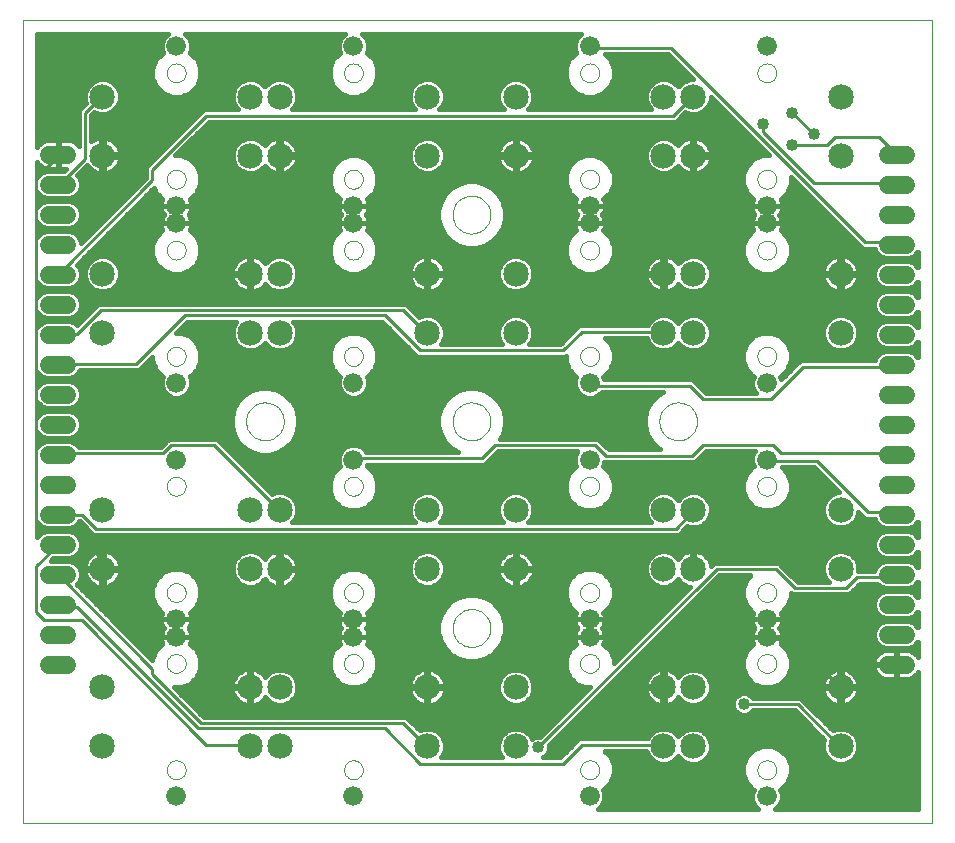
<source format=gbl>
G75*
%MOIN*%
%OFA0B0*%
%FSLAX24Y24*%
%IPPOS*%
%LPD*%
%AMOC8*
5,1,8,0,0,1.08239X$1,22.5*
%
%ADD10C,0.0000*%
%ADD11C,0.0850*%
%ADD12C,0.0660*%
%ADD13C,0.0600*%
%ADD14C,0.0100*%
%ADD15C,0.0160*%
%ADD16C,0.0400*%
D10*
X001755Y000967D02*
X001755Y027739D01*
X032070Y027739D01*
X032070Y000967D01*
X001755Y000967D01*
X006558Y002739D02*
X006560Y002774D01*
X006566Y002809D01*
X006576Y002843D01*
X006589Y002876D01*
X006606Y002907D01*
X006627Y002935D01*
X006650Y002962D01*
X006677Y002985D01*
X006705Y003006D01*
X006736Y003023D01*
X006769Y003036D01*
X006803Y003046D01*
X006838Y003052D01*
X006873Y003054D01*
X006908Y003052D01*
X006943Y003046D01*
X006977Y003036D01*
X007010Y003023D01*
X007041Y003006D01*
X007069Y002985D01*
X007096Y002962D01*
X007119Y002935D01*
X007140Y002907D01*
X007157Y002876D01*
X007170Y002843D01*
X007180Y002809D01*
X007186Y002774D01*
X007188Y002739D01*
X007186Y002704D01*
X007180Y002669D01*
X007170Y002635D01*
X007157Y002602D01*
X007140Y002571D01*
X007119Y002543D01*
X007096Y002516D01*
X007069Y002493D01*
X007041Y002472D01*
X007010Y002455D01*
X006977Y002442D01*
X006943Y002432D01*
X006908Y002426D01*
X006873Y002424D01*
X006838Y002426D01*
X006803Y002432D01*
X006769Y002442D01*
X006736Y002455D01*
X006705Y002472D01*
X006677Y002493D01*
X006650Y002516D01*
X006627Y002543D01*
X006606Y002571D01*
X006589Y002602D01*
X006576Y002635D01*
X006566Y002669D01*
X006560Y002704D01*
X006558Y002739D01*
X006558Y006282D02*
X006560Y006317D01*
X006566Y006352D01*
X006576Y006386D01*
X006589Y006419D01*
X006606Y006450D01*
X006627Y006478D01*
X006650Y006505D01*
X006677Y006528D01*
X006705Y006549D01*
X006736Y006566D01*
X006769Y006579D01*
X006803Y006589D01*
X006838Y006595D01*
X006873Y006597D01*
X006908Y006595D01*
X006943Y006589D01*
X006977Y006579D01*
X007010Y006566D01*
X007041Y006549D01*
X007069Y006528D01*
X007096Y006505D01*
X007119Y006478D01*
X007140Y006450D01*
X007157Y006419D01*
X007170Y006386D01*
X007180Y006352D01*
X007186Y006317D01*
X007188Y006282D01*
X007186Y006247D01*
X007180Y006212D01*
X007170Y006178D01*
X007157Y006145D01*
X007140Y006114D01*
X007119Y006086D01*
X007096Y006059D01*
X007069Y006036D01*
X007041Y006015D01*
X007010Y005998D01*
X006977Y005985D01*
X006943Y005975D01*
X006908Y005969D01*
X006873Y005967D01*
X006838Y005969D01*
X006803Y005975D01*
X006769Y005985D01*
X006736Y005998D01*
X006705Y006015D01*
X006677Y006036D01*
X006650Y006059D01*
X006627Y006086D01*
X006606Y006114D01*
X006589Y006145D01*
X006576Y006178D01*
X006566Y006212D01*
X006560Y006247D01*
X006558Y006282D01*
X006558Y008645D02*
X006560Y008680D01*
X006566Y008715D01*
X006576Y008749D01*
X006589Y008782D01*
X006606Y008813D01*
X006627Y008841D01*
X006650Y008868D01*
X006677Y008891D01*
X006705Y008912D01*
X006736Y008929D01*
X006769Y008942D01*
X006803Y008952D01*
X006838Y008958D01*
X006873Y008960D01*
X006908Y008958D01*
X006943Y008952D01*
X006977Y008942D01*
X007010Y008929D01*
X007041Y008912D01*
X007069Y008891D01*
X007096Y008868D01*
X007119Y008841D01*
X007140Y008813D01*
X007157Y008782D01*
X007170Y008749D01*
X007180Y008715D01*
X007186Y008680D01*
X007188Y008645D01*
X007186Y008610D01*
X007180Y008575D01*
X007170Y008541D01*
X007157Y008508D01*
X007140Y008477D01*
X007119Y008449D01*
X007096Y008422D01*
X007069Y008399D01*
X007041Y008378D01*
X007010Y008361D01*
X006977Y008348D01*
X006943Y008338D01*
X006908Y008332D01*
X006873Y008330D01*
X006838Y008332D01*
X006803Y008338D01*
X006769Y008348D01*
X006736Y008361D01*
X006705Y008378D01*
X006677Y008399D01*
X006650Y008422D01*
X006627Y008449D01*
X006606Y008477D01*
X006589Y008508D01*
X006576Y008541D01*
X006566Y008575D01*
X006560Y008610D01*
X006558Y008645D01*
X006558Y012188D02*
X006560Y012223D01*
X006566Y012258D01*
X006576Y012292D01*
X006589Y012325D01*
X006606Y012356D01*
X006627Y012384D01*
X006650Y012411D01*
X006677Y012434D01*
X006705Y012455D01*
X006736Y012472D01*
X006769Y012485D01*
X006803Y012495D01*
X006838Y012501D01*
X006873Y012503D01*
X006908Y012501D01*
X006943Y012495D01*
X006977Y012485D01*
X007010Y012472D01*
X007041Y012455D01*
X007069Y012434D01*
X007096Y012411D01*
X007119Y012384D01*
X007140Y012356D01*
X007157Y012325D01*
X007170Y012292D01*
X007180Y012258D01*
X007186Y012223D01*
X007188Y012188D01*
X007186Y012153D01*
X007180Y012118D01*
X007170Y012084D01*
X007157Y012051D01*
X007140Y012020D01*
X007119Y011992D01*
X007096Y011965D01*
X007069Y011942D01*
X007041Y011921D01*
X007010Y011904D01*
X006977Y011891D01*
X006943Y011881D01*
X006908Y011875D01*
X006873Y011873D01*
X006838Y011875D01*
X006803Y011881D01*
X006769Y011891D01*
X006736Y011904D01*
X006705Y011921D01*
X006677Y011942D01*
X006650Y011965D01*
X006627Y011992D01*
X006606Y012020D01*
X006589Y012051D01*
X006576Y012084D01*
X006566Y012118D01*
X006560Y012153D01*
X006558Y012188D01*
X009196Y014353D02*
X009198Y014403D01*
X009204Y014453D01*
X009214Y014502D01*
X009228Y014550D01*
X009245Y014597D01*
X009266Y014642D01*
X009291Y014686D01*
X009319Y014727D01*
X009351Y014766D01*
X009385Y014803D01*
X009422Y014837D01*
X009462Y014867D01*
X009504Y014894D01*
X009548Y014918D01*
X009594Y014939D01*
X009641Y014955D01*
X009689Y014968D01*
X009739Y014977D01*
X009788Y014982D01*
X009839Y014983D01*
X009889Y014980D01*
X009938Y014973D01*
X009987Y014962D01*
X010035Y014947D01*
X010081Y014929D01*
X010126Y014907D01*
X010169Y014881D01*
X010210Y014852D01*
X010249Y014820D01*
X010285Y014785D01*
X010317Y014747D01*
X010347Y014707D01*
X010374Y014664D01*
X010397Y014620D01*
X010416Y014574D01*
X010432Y014526D01*
X010444Y014477D01*
X010452Y014428D01*
X010456Y014378D01*
X010456Y014328D01*
X010452Y014278D01*
X010444Y014229D01*
X010432Y014180D01*
X010416Y014132D01*
X010397Y014086D01*
X010374Y014042D01*
X010347Y013999D01*
X010317Y013959D01*
X010285Y013921D01*
X010249Y013886D01*
X010210Y013854D01*
X010169Y013825D01*
X010126Y013799D01*
X010081Y013777D01*
X010035Y013759D01*
X009987Y013744D01*
X009938Y013733D01*
X009889Y013726D01*
X009839Y013723D01*
X009788Y013724D01*
X009739Y013729D01*
X009689Y013738D01*
X009641Y013751D01*
X009594Y013767D01*
X009548Y013788D01*
X009504Y013812D01*
X009462Y013839D01*
X009422Y013869D01*
X009385Y013903D01*
X009351Y013940D01*
X009319Y013979D01*
X009291Y014020D01*
X009266Y014064D01*
X009245Y014109D01*
X009228Y014156D01*
X009214Y014204D01*
X009204Y014253D01*
X009198Y014303D01*
X009196Y014353D01*
X006558Y016519D02*
X006560Y016554D01*
X006566Y016589D01*
X006576Y016623D01*
X006589Y016656D01*
X006606Y016687D01*
X006627Y016715D01*
X006650Y016742D01*
X006677Y016765D01*
X006705Y016786D01*
X006736Y016803D01*
X006769Y016816D01*
X006803Y016826D01*
X006838Y016832D01*
X006873Y016834D01*
X006908Y016832D01*
X006943Y016826D01*
X006977Y016816D01*
X007010Y016803D01*
X007041Y016786D01*
X007069Y016765D01*
X007096Y016742D01*
X007119Y016715D01*
X007140Y016687D01*
X007157Y016656D01*
X007170Y016623D01*
X007180Y016589D01*
X007186Y016554D01*
X007188Y016519D01*
X007186Y016484D01*
X007180Y016449D01*
X007170Y016415D01*
X007157Y016382D01*
X007140Y016351D01*
X007119Y016323D01*
X007096Y016296D01*
X007069Y016273D01*
X007041Y016252D01*
X007010Y016235D01*
X006977Y016222D01*
X006943Y016212D01*
X006908Y016206D01*
X006873Y016204D01*
X006838Y016206D01*
X006803Y016212D01*
X006769Y016222D01*
X006736Y016235D01*
X006705Y016252D01*
X006677Y016273D01*
X006650Y016296D01*
X006627Y016323D01*
X006606Y016351D01*
X006589Y016382D01*
X006576Y016415D01*
X006566Y016449D01*
X006560Y016484D01*
X006558Y016519D01*
X006558Y020062D02*
X006560Y020097D01*
X006566Y020132D01*
X006576Y020166D01*
X006589Y020199D01*
X006606Y020230D01*
X006627Y020258D01*
X006650Y020285D01*
X006677Y020308D01*
X006705Y020329D01*
X006736Y020346D01*
X006769Y020359D01*
X006803Y020369D01*
X006838Y020375D01*
X006873Y020377D01*
X006908Y020375D01*
X006943Y020369D01*
X006977Y020359D01*
X007010Y020346D01*
X007041Y020329D01*
X007069Y020308D01*
X007096Y020285D01*
X007119Y020258D01*
X007140Y020230D01*
X007157Y020199D01*
X007170Y020166D01*
X007180Y020132D01*
X007186Y020097D01*
X007188Y020062D01*
X007186Y020027D01*
X007180Y019992D01*
X007170Y019958D01*
X007157Y019925D01*
X007140Y019894D01*
X007119Y019866D01*
X007096Y019839D01*
X007069Y019816D01*
X007041Y019795D01*
X007010Y019778D01*
X006977Y019765D01*
X006943Y019755D01*
X006908Y019749D01*
X006873Y019747D01*
X006838Y019749D01*
X006803Y019755D01*
X006769Y019765D01*
X006736Y019778D01*
X006705Y019795D01*
X006677Y019816D01*
X006650Y019839D01*
X006627Y019866D01*
X006606Y019894D01*
X006589Y019925D01*
X006576Y019958D01*
X006566Y019992D01*
X006560Y020027D01*
X006558Y020062D01*
X006558Y022424D02*
X006560Y022459D01*
X006566Y022494D01*
X006576Y022528D01*
X006589Y022561D01*
X006606Y022592D01*
X006627Y022620D01*
X006650Y022647D01*
X006677Y022670D01*
X006705Y022691D01*
X006736Y022708D01*
X006769Y022721D01*
X006803Y022731D01*
X006838Y022737D01*
X006873Y022739D01*
X006908Y022737D01*
X006943Y022731D01*
X006977Y022721D01*
X007010Y022708D01*
X007041Y022691D01*
X007069Y022670D01*
X007096Y022647D01*
X007119Y022620D01*
X007140Y022592D01*
X007157Y022561D01*
X007170Y022528D01*
X007180Y022494D01*
X007186Y022459D01*
X007188Y022424D01*
X007186Y022389D01*
X007180Y022354D01*
X007170Y022320D01*
X007157Y022287D01*
X007140Y022256D01*
X007119Y022228D01*
X007096Y022201D01*
X007069Y022178D01*
X007041Y022157D01*
X007010Y022140D01*
X006977Y022127D01*
X006943Y022117D01*
X006908Y022111D01*
X006873Y022109D01*
X006838Y022111D01*
X006803Y022117D01*
X006769Y022127D01*
X006736Y022140D01*
X006705Y022157D01*
X006677Y022178D01*
X006650Y022201D01*
X006627Y022228D01*
X006606Y022256D01*
X006589Y022287D01*
X006576Y022320D01*
X006566Y022354D01*
X006560Y022389D01*
X006558Y022424D01*
X006558Y025967D02*
X006560Y026002D01*
X006566Y026037D01*
X006576Y026071D01*
X006589Y026104D01*
X006606Y026135D01*
X006627Y026163D01*
X006650Y026190D01*
X006677Y026213D01*
X006705Y026234D01*
X006736Y026251D01*
X006769Y026264D01*
X006803Y026274D01*
X006838Y026280D01*
X006873Y026282D01*
X006908Y026280D01*
X006943Y026274D01*
X006977Y026264D01*
X007010Y026251D01*
X007041Y026234D01*
X007069Y026213D01*
X007096Y026190D01*
X007119Y026163D01*
X007140Y026135D01*
X007157Y026104D01*
X007170Y026071D01*
X007180Y026037D01*
X007186Y026002D01*
X007188Y025967D01*
X007186Y025932D01*
X007180Y025897D01*
X007170Y025863D01*
X007157Y025830D01*
X007140Y025799D01*
X007119Y025771D01*
X007096Y025744D01*
X007069Y025721D01*
X007041Y025700D01*
X007010Y025683D01*
X006977Y025670D01*
X006943Y025660D01*
X006908Y025654D01*
X006873Y025652D01*
X006838Y025654D01*
X006803Y025660D01*
X006769Y025670D01*
X006736Y025683D01*
X006705Y025700D01*
X006677Y025721D01*
X006650Y025744D01*
X006627Y025771D01*
X006606Y025799D01*
X006589Y025830D01*
X006576Y025863D01*
X006566Y025897D01*
X006560Y025932D01*
X006558Y025967D01*
X012463Y025967D02*
X012465Y026002D01*
X012471Y026037D01*
X012481Y026071D01*
X012494Y026104D01*
X012511Y026135D01*
X012532Y026163D01*
X012555Y026190D01*
X012582Y026213D01*
X012610Y026234D01*
X012641Y026251D01*
X012674Y026264D01*
X012708Y026274D01*
X012743Y026280D01*
X012778Y026282D01*
X012813Y026280D01*
X012848Y026274D01*
X012882Y026264D01*
X012915Y026251D01*
X012946Y026234D01*
X012974Y026213D01*
X013001Y026190D01*
X013024Y026163D01*
X013045Y026135D01*
X013062Y026104D01*
X013075Y026071D01*
X013085Y026037D01*
X013091Y026002D01*
X013093Y025967D01*
X013091Y025932D01*
X013085Y025897D01*
X013075Y025863D01*
X013062Y025830D01*
X013045Y025799D01*
X013024Y025771D01*
X013001Y025744D01*
X012974Y025721D01*
X012946Y025700D01*
X012915Y025683D01*
X012882Y025670D01*
X012848Y025660D01*
X012813Y025654D01*
X012778Y025652D01*
X012743Y025654D01*
X012708Y025660D01*
X012674Y025670D01*
X012641Y025683D01*
X012610Y025700D01*
X012582Y025721D01*
X012555Y025744D01*
X012532Y025771D01*
X012511Y025799D01*
X012494Y025830D01*
X012481Y025863D01*
X012471Y025897D01*
X012465Y025932D01*
X012463Y025967D01*
X012463Y022424D02*
X012465Y022459D01*
X012471Y022494D01*
X012481Y022528D01*
X012494Y022561D01*
X012511Y022592D01*
X012532Y022620D01*
X012555Y022647D01*
X012582Y022670D01*
X012610Y022691D01*
X012641Y022708D01*
X012674Y022721D01*
X012708Y022731D01*
X012743Y022737D01*
X012778Y022739D01*
X012813Y022737D01*
X012848Y022731D01*
X012882Y022721D01*
X012915Y022708D01*
X012946Y022691D01*
X012974Y022670D01*
X013001Y022647D01*
X013024Y022620D01*
X013045Y022592D01*
X013062Y022561D01*
X013075Y022528D01*
X013085Y022494D01*
X013091Y022459D01*
X013093Y022424D01*
X013091Y022389D01*
X013085Y022354D01*
X013075Y022320D01*
X013062Y022287D01*
X013045Y022256D01*
X013024Y022228D01*
X013001Y022201D01*
X012974Y022178D01*
X012946Y022157D01*
X012915Y022140D01*
X012882Y022127D01*
X012848Y022117D01*
X012813Y022111D01*
X012778Y022109D01*
X012743Y022111D01*
X012708Y022117D01*
X012674Y022127D01*
X012641Y022140D01*
X012610Y022157D01*
X012582Y022178D01*
X012555Y022201D01*
X012532Y022228D01*
X012511Y022256D01*
X012494Y022287D01*
X012481Y022320D01*
X012471Y022354D01*
X012465Y022389D01*
X012463Y022424D01*
X012463Y020062D02*
X012465Y020097D01*
X012471Y020132D01*
X012481Y020166D01*
X012494Y020199D01*
X012511Y020230D01*
X012532Y020258D01*
X012555Y020285D01*
X012582Y020308D01*
X012610Y020329D01*
X012641Y020346D01*
X012674Y020359D01*
X012708Y020369D01*
X012743Y020375D01*
X012778Y020377D01*
X012813Y020375D01*
X012848Y020369D01*
X012882Y020359D01*
X012915Y020346D01*
X012946Y020329D01*
X012974Y020308D01*
X013001Y020285D01*
X013024Y020258D01*
X013045Y020230D01*
X013062Y020199D01*
X013075Y020166D01*
X013085Y020132D01*
X013091Y020097D01*
X013093Y020062D01*
X013091Y020027D01*
X013085Y019992D01*
X013075Y019958D01*
X013062Y019925D01*
X013045Y019894D01*
X013024Y019866D01*
X013001Y019839D01*
X012974Y019816D01*
X012946Y019795D01*
X012915Y019778D01*
X012882Y019765D01*
X012848Y019755D01*
X012813Y019749D01*
X012778Y019747D01*
X012743Y019749D01*
X012708Y019755D01*
X012674Y019765D01*
X012641Y019778D01*
X012610Y019795D01*
X012582Y019816D01*
X012555Y019839D01*
X012532Y019866D01*
X012511Y019894D01*
X012494Y019925D01*
X012481Y019958D01*
X012471Y019992D01*
X012465Y020027D01*
X012463Y020062D01*
X012463Y016519D02*
X012465Y016554D01*
X012471Y016589D01*
X012481Y016623D01*
X012494Y016656D01*
X012511Y016687D01*
X012532Y016715D01*
X012555Y016742D01*
X012582Y016765D01*
X012610Y016786D01*
X012641Y016803D01*
X012674Y016816D01*
X012708Y016826D01*
X012743Y016832D01*
X012778Y016834D01*
X012813Y016832D01*
X012848Y016826D01*
X012882Y016816D01*
X012915Y016803D01*
X012946Y016786D01*
X012974Y016765D01*
X013001Y016742D01*
X013024Y016715D01*
X013045Y016687D01*
X013062Y016656D01*
X013075Y016623D01*
X013085Y016589D01*
X013091Y016554D01*
X013093Y016519D01*
X013091Y016484D01*
X013085Y016449D01*
X013075Y016415D01*
X013062Y016382D01*
X013045Y016351D01*
X013024Y016323D01*
X013001Y016296D01*
X012974Y016273D01*
X012946Y016252D01*
X012915Y016235D01*
X012882Y016222D01*
X012848Y016212D01*
X012813Y016206D01*
X012778Y016204D01*
X012743Y016206D01*
X012708Y016212D01*
X012674Y016222D01*
X012641Y016235D01*
X012610Y016252D01*
X012582Y016273D01*
X012555Y016296D01*
X012532Y016323D01*
X012511Y016351D01*
X012494Y016382D01*
X012481Y016415D01*
X012471Y016449D01*
X012465Y016484D01*
X012463Y016519D01*
X016085Y014353D02*
X016087Y014403D01*
X016093Y014453D01*
X016103Y014502D01*
X016117Y014550D01*
X016134Y014597D01*
X016155Y014642D01*
X016180Y014686D01*
X016208Y014727D01*
X016240Y014766D01*
X016274Y014803D01*
X016311Y014837D01*
X016351Y014867D01*
X016393Y014894D01*
X016437Y014918D01*
X016483Y014939D01*
X016530Y014955D01*
X016578Y014968D01*
X016628Y014977D01*
X016677Y014982D01*
X016728Y014983D01*
X016778Y014980D01*
X016827Y014973D01*
X016876Y014962D01*
X016924Y014947D01*
X016970Y014929D01*
X017015Y014907D01*
X017058Y014881D01*
X017099Y014852D01*
X017138Y014820D01*
X017174Y014785D01*
X017206Y014747D01*
X017236Y014707D01*
X017263Y014664D01*
X017286Y014620D01*
X017305Y014574D01*
X017321Y014526D01*
X017333Y014477D01*
X017341Y014428D01*
X017345Y014378D01*
X017345Y014328D01*
X017341Y014278D01*
X017333Y014229D01*
X017321Y014180D01*
X017305Y014132D01*
X017286Y014086D01*
X017263Y014042D01*
X017236Y013999D01*
X017206Y013959D01*
X017174Y013921D01*
X017138Y013886D01*
X017099Y013854D01*
X017058Y013825D01*
X017015Y013799D01*
X016970Y013777D01*
X016924Y013759D01*
X016876Y013744D01*
X016827Y013733D01*
X016778Y013726D01*
X016728Y013723D01*
X016677Y013724D01*
X016628Y013729D01*
X016578Y013738D01*
X016530Y013751D01*
X016483Y013767D01*
X016437Y013788D01*
X016393Y013812D01*
X016351Y013839D01*
X016311Y013869D01*
X016274Y013903D01*
X016240Y013940D01*
X016208Y013979D01*
X016180Y014020D01*
X016155Y014064D01*
X016134Y014109D01*
X016117Y014156D01*
X016103Y014204D01*
X016093Y014253D01*
X016087Y014303D01*
X016085Y014353D01*
X012463Y012188D02*
X012465Y012223D01*
X012471Y012258D01*
X012481Y012292D01*
X012494Y012325D01*
X012511Y012356D01*
X012532Y012384D01*
X012555Y012411D01*
X012582Y012434D01*
X012610Y012455D01*
X012641Y012472D01*
X012674Y012485D01*
X012708Y012495D01*
X012743Y012501D01*
X012778Y012503D01*
X012813Y012501D01*
X012848Y012495D01*
X012882Y012485D01*
X012915Y012472D01*
X012946Y012455D01*
X012974Y012434D01*
X013001Y012411D01*
X013024Y012384D01*
X013045Y012356D01*
X013062Y012325D01*
X013075Y012292D01*
X013085Y012258D01*
X013091Y012223D01*
X013093Y012188D01*
X013091Y012153D01*
X013085Y012118D01*
X013075Y012084D01*
X013062Y012051D01*
X013045Y012020D01*
X013024Y011992D01*
X013001Y011965D01*
X012974Y011942D01*
X012946Y011921D01*
X012915Y011904D01*
X012882Y011891D01*
X012848Y011881D01*
X012813Y011875D01*
X012778Y011873D01*
X012743Y011875D01*
X012708Y011881D01*
X012674Y011891D01*
X012641Y011904D01*
X012610Y011921D01*
X012582Y011942D01*
X012555Y011965D01*
X012532Y011992D01*
X012511Y012020D01*
X012494Y012051D01*
X012481Y012084D01*
X012471Y012118D01*
X012465Y012153D01*
X012463Y012188D01*
X012463Y008645D02*
X012465Y008680D01*
X012471Y008715D01*
X012481Y008749D01*
X012494Y008782D01*
X012511Y008813D01*
X012532Y008841D01*
X012555Y008868D01*
X012582Y008891D01*
X012610Y008912D01*
X012641Y008929D01*
X012674Y008942D01*
X012708Y008952D01*
X012743Y008958D01*
X012778Y008960D01*
X012813Y008958D01*
X012848Y008952D01*
X012882Y008942D01*
X012915Y008929D01*
X012946Y008912D01*
X012974Y008891D01*
X013001Y008868D01*
X013024Y008841D01*
X013045Y008813D01*
X013062Y008782D01*
X013075Y008749D01*
X013085Y008715D01*
X013091Y008680D01*
X013093Y008645D01*
X013091Y008610D01*
X013085Y008575D01*
X013075Y008541D01*
X013062Y008508D01*
X013045Y008477D01*
X013024Y008449D01*
X013001Y008422D01*
X012974Y008399D01*
X012946Y008378D01*
X012915Y008361D01*
X012882Y008348D01*
X012848Y008338D01*
X012813Y008332D01*
X012778Y008330D01*
X012743Y008332D01*
X012708Y008338D01*
X012674Y008348D01*
X012641Y008361D01*
X012610Y008378D01*
X012582Y008399D01*
X012555Y008422D01*
X012532Y008449D01*
X012511Y008477D01*
X012494Y008508D01*
X012481Y008541D01*
X012471Y008575D01*
X012465Y008610D01*
X012463Y008645D01*
X012463Y006282D02*
X012465Y006317D01*
X012471Y006352D01*
X012481Y006386D01*
X012494Y006419D01*
X012511Y006450D01*
X012532Y006478D01*
X012555Y006505D01*
X012582Y006528D01*
X012610Y006549D01*
X012641Y006566D01*
X012674Y006579D01*
X012708Y006589D01*
X012743Y006595D01*
X012778Y006597D01*
X012813Y006595D01*
X012848Y006589D01*
X012882Y006579D01*
X012915Y006566D01*
X012946Y006549D01*
X012974Y006528D01*
X013001Y006505D01*
X013024Y006478D01*
X013045Y006450D01*
X013062Y006419D01*
X013075Y006386D01*
X013085Y006352D01*
X013091Y006317D01*
X013093Y006282D01*
X013091Y006247D01*
X013085Y006212D01*
X013075Y006178D01*
X013062Y006145D01*
X013045Y006114D01*
X013024Y006086D01*
X013001Y006059D01*
X012974Y006036D01*
X012946Y006015D01*
X012915Y005998D01*
X012882Y005985D01*
X012848Y005975D01*
X012813Y005969D01*
X012778Y005967D01*
X012743Y005969D01*
X012708Y005975D01*
X012674Y005985D01*
X012641Y005998D01*
X012610Y006015D01*
X012582Y006036D01*
X012555Y006059D01*
X012532Y006086D01*
X012511Y006114D01*
X012494Y006145D01*
X012481Y006178D01*
X012471Y006212D01*
X012465Y006247D01*
X012463Y006282D01*
X012463Y002739D02*
X012465Y002774D01*
X012471Y002809D01*
X012481Y002843D01*
X012494Y002876D01*
X012511Y002907D01*
X012532Y002935D01*
X012555Y002962D01*
X012582Y002985D01*
X012610Y003006D01*
X012641Y003023D01*
X012674Y003036D01*
X012708Y003046D01*
X012743Y003052D01*
X012778Y003054D01*
X012813Y003052D01*
X012848Y003046D01*
X012882Y003036D01*
X012915Y003023D01*
X012946Y003006D01*
X012974Y002985D01*
X013001Y002962D01*
X013024Y002935D01*
X013045Y002907D01*
X013062Y002876D01*
X013075Y002843D01*
X013085Y002809D01*
X013091Y002774D01*
X013093Y002739D01*
X013091Y002704D01*
X013085Y002669D01*
X013075Y002635D01*
X013062Y002602D01*
X013045Y002571D01*
X013024Y002543D01*
X013001Y002516D01*
X012974Y002493D01*
X012946Y002472D01*
X012915Y002455D01*
X012882Y002442D01*
X012848Y002432D01*
X012813Y002426D01*
X012778Y002424D01*
X012743Y002426D01*
X012708Y002432D01*
X012674Y002442D01*
X012641Y002455D01*
X012610Y002472D01*
X012582Y002493D01*
X012555Y002516D01*
X012532Y002543D01*
X012511Y002571D01*
X012494Y002602D01*
X012481Y002635D01*
X012471Y002669D01*
X012465Y002704D01*
X012463Y002739D01*
X016085Y007463D02*
X016087Y007513D01*
X016093Y007563D01*
X016103Y007612D01*
X016117Y007660D01*
X016134Y007707D01*
X016155Y007752D01*
X016180Y007796D01*
X016208Y007837D01*
X016240Y007876D01*
X016274Y007913D01*
X016311Y007947D01*
X016351Y007977D01*
X016393Y008004D01*
X016437Y008028D01*
X016483Y008049D01*
X016530Y008065D01*
X016578Y008078D01*
X016628Y008087D01*
X016677Y008092D01*
X016728Y008093D01*
X016778Y008090D01*
X016827Y008083D01*
X016876Y008072D01*
X016924Y008057D01*
X016970Y008039D01*
X017015Y008017D01*
X017058Y007991D01*
X017099Y007962D01*
X017138Y007930D01*
X017174Y007895D01*
X017206Y007857D01*
X017236Y007817D01*
X017263Y007774D01*
X017286Y007730D01*
X017305Y007684D01*
X017321Y007636D01*
X017333Y007587D01*
X017341Y007538D01*
X017345Y007488D01*
X017345Y007438D01*
X017341Y007388D01*
X017333Y007339D01*
X017321Y007290D01*
X017305Y007242D01*
X017286Y007196D01*
X017263Y007152D01*
X017236Y007109D01*
X017206Y007069D01*
X017174Y007031D01*
X017138Y006996D01*
X017099Y006964D01*
X017058Y006935D01*
X017015Y006909D01*
X016970Y006887D01*
X016924Y006869D01*
X016876Y006854D01*
X016827Y006843D01*
X016778Y006836D01*
X016728Y006833D01*
X016677Y006834D01*
X016628Y006839D01*
X016578Y006848D01*
X016530Y006861D01*
X016483Y006877D01*
X016437Y006898D01*
X016393Y006922D01*
X016351Y006949D01*
X016311Y006979D01*
X016274Y007013D01*
X016240Y007050D01*
X016208Y007089D01*
X016180Y007130D01*
X016155Y007174D01*
X016134Y007219D01*
X016117Y007266D01*
X016103Y007314D01*
X016093Y007363D01*
X016087Y007413D01*
X016085Y007463D01*
X020337Y006282D02*
X020339Y006317D01*
X020345Y006352D01*
X020355Y006386D01*
X020368Y006419D01*
X020385Y006450D01*
X020406Y006478D01*
X020429Y006505D01*
X020456Y006528D01*
X020484Y006549D01*
X020515Y006566D01*
X020548Y006579D01*
X020582Y006589D01*
X020617Y006595D01*
X020652Y006597D01*
X020687Y006595D01*
X020722Y006589D01*
X020756Y006579D01*
X020789Y006566D01*
X020820Y006549D01*
X020848Y006528D01*
X020875Y006505D01*
X020898Y006478D01*
X020919Y006450D01*
X020936Y006419D01*
X020949Y006386D01*
X020959Y006352D01*
X020965Y006317D01*
X020967Y006282D01*
X020965Y006247D01*
X020959Y006212D01*
X020949Y006178D01*
X020936Y006145D01*
X020919Y006114D01*
X020898Y006086D01*
X020875Y006059D01*
X020848Y006036D01*
X020820Y006015D01*
X020789Y005998D01*
X020756Y005985D01*
X020722Y005975D01*
X020687Y005969D01*
X020652Y005967D01*
X020617Y005969D01*
X020582Y005975D01*
X020548Y005985D01*
X020515Y005998D01*
X020484Y006015D01*
X020456Y006036D01*
X020429Y006059D01*
X020406Y006086D01*
X020385Y006114D01*
X020368Y006145D01*
X020355Y006178D01*
X020345Y006212D01*
X020339Y006247D01*
X020337Y006282D01*
X020337Y008645D02*
X020339Y008680D01*
X020345Y008715D01*
X020355Y008749D01*
X020368Y008782D01*
X020385Y008813D01*
X020406Y008841D01*
X020429Y008868D01*
X020456Y008891D01*
X020484Y008912D01*
X020515Y008929D01*
X020548Y008942D01*
X020582Y008952D01*
X020617Y008958D01*
X020652Y008960D01*
X020687Y008958D01*
X020722Y008952D01*
X020756Y008942D01*
X020789Y008929D01*
X020820Y008912D01*
X020848Y008891D01*
X020875Y008868D01*
X020898Y008841D01*
X020919Y008813D01*
X020936Y008782D01*
X020949Y008749D01*
X020959Y008715D01*
X020965Y008680D01*
X020967Y008645D01*
X020965Y008610D01*
X020959Y008575D01*
X020949Y008541D01*
X020936Y008508D01*
X020919Y008477D01*
X020898Y008449D01*
X020875Y008422D01*
X020848Y008399D01*
X020820Y008378D01*
X020789Y008361D01*
X020756Y008348D01*
X020722Y008338D01*
X020687Y008332D01*
X020652Y008330D01*
X020617Y008332D01*
X020582Y008338D01*
X020548Y008348D01*
X020515Y008361D01*
X020484Y008378D01*
X020456Y008399D01*
X020429Y008422D01*
X020406Y008449D01*
X020385Y008477D01*
X020368Y008508D01*
X020355Y008541D01*
X020345Y008575D01*
X020339Y008610D01*
X020337Y008645D01*
X020337Y012188D02*
X020339Y012223D01*
X020345Y012258D01*
X020355Y012292D01*
X020368Y012325D01*
X020385Y012356D01*
X020406Y012384D01*
X020429Y012411D01*
X020456Y012434D01*
X020484Y012455D01*
X020515Y012472D01*
X020548Y012485D01*
X020582Y012495D01*
X020617Y012501D01*
X020652Y012503D01*
X020687Y012501D01*
X020722Y012495D01*
X020756Y012485D01*
X020789Y012472D01*
X020820Y012455D01*
X020848Y012434D01*
X020875Y012411D01*
X020898Y012384D01*
X020919Y012356D01*
X020936Y012325D01*
X020949Y012292D01*
X020959Y012258D01*
X020965Y012223D01*
X020967Y012188D01*
X020965Y012153D01*
X020959Y012118D01*
X020949Y012084D01*
X020936Y012051D01*
X020919Y012020D01*
X020898Y011992D01*
X020875Y011965D01*
X020848Y011942D01*
X020820Y011921D01*
X020789Y011904D01*
X020756Y011891D01*
X020722Y011881D01*
X020687Y011875D01*
X020652Y011873D01*
X020617Y011875D01*
X020582Y011881D01*
X020548Y011891D01*
X020515Y011904D01*
X020484Y011921D01*
X020456Y011942D01*
X020429Y011965D01*
X020406Y011992D01*
X020385Y012020D01*
X020368Y012051D01*
X020355Y012084D01*
X020345Y012118D01*
X020339Y012153D01*
X020337Y012188D01*
X022975Y014353D02*
X022977Y014403D01*
X022983Y014453D01*
X022993Y014502D01*
X023007Y014550D01*
X023024Y014597D01*
X023045Y014642D01*
X023070Y014686D01*
X023098Y014727D01*
X023130Y014766D01*
X023164Y014803D01*
X023201Y014837D01*
X023241Y014867D01*
X023283Y014894D01*
X023327Y014918D01*
X023373Y014939D01*
X023420Y014955D01*
X023468Y014968D01*
X023518Y014977D01*
X023567Y014982D01*
X023618Y014983D01*
X023668Y014980D01*
X023717Y014973D01*
X023766Y014962D01*
X023814Y014947D01*
X023860Y014929D01*
X023905Y014907D01*
X023948Y014881D01*
X023989Y014852D01*
X024028Y014820D01*
X024064Y014785D01*
X024096Y014747D01*
X024126Y014707D01*
X024153Y014664D01*
X024176Y014620D01*
X024195Y014574D01*
X024211Y014526D01*
X024223Y014477D01*
X024231Y014428D01*
X024235Y014378D01*
X024235Y014328D01*
X024231Y014278D01*
X024223Y014229D01*
X024211Y014180D01*
X024195Y014132D01*
X024176Y014086D01*
X024153Y014042D01*
X024126Y013999D01*
X024096Y013959D01*
X024064Y013921D01*
X024028Y013886D01*
X023989Y013854D01*
X023948Y013825D01*
X023905Y013799D01*
X023860Y013777D01*
X023814Y013759D01*
X023766Y013744D01*
X023717Y013733D01*
X023668Y013726D01*
X023618Y013723D01*
X023567Y013724D01*
X023518Y013729D01*
X023468Y013738D01*
X023420Y013751D01*
X023373Y013767D01*
X023327Y013788D01*
X023283Y013812D01*
X023241Y013839D01*
X023201Y013869D01*
X023164Y013903D01*
X023130Y013940D01*
X023098Y013979D01*
X023070Y014020D01*
X023045Y014064D01*
X023024Y014109D01*
X023007Y014156D01*
X022993Y014204D01*
X022983Y014253D01*
X022977Y014303D01*
X022975Y014353D01*
X020337Y016519D02*
X020339Y016554D01*
X020345Y016589D01*
X020355Y016623D01*
X020368Y016656D01*
X020385Y016687D01*
X020406Y016715D01*
X020429Y016742D01*
X020456Y016765D01*
X020484Y016786D01*
X020515Y016803D01*
X020548Y016816D01*
X020582Y016826D01*
X020617Y016832D01*
X020652Y016834D01*
X020687Y016832D01*
X020722Y016826D01*
X020756Y016816D01*
X020789Y016803D01*
X020820Y016786D01*
X020848Y016765D01*
X020875Y016742D01*
X020898Y016715D01*
X020919Y016687D01*
X020936Y016656D01*
X020949Y016623D01*
X020959Y016589D01*
X020965Y016554D01*
X020967Y016519D01*
X020965Y016484D01*
X020959Y016449D01*
X020949Y016415D01*
X020936Y016382D01*
X020919Y016351D01*
X020898Y016323D01*
X020875Y016296D01*
X020848Y016273D01*
X020820Y016252D01*
X020789Y016235D01*
X020756Y016222D01*
X020722Y016212D01*
X020687Y016206D01*
X020652Y016204D01*
X020617Y016206D01*
X020582Y016212D01*
X020548Y016222D01*
X020515Y016235D01*
X020484Y016252D01*
X020456Y016273D01*
X020429Y016296D01*
X020406Y016323D01*
X020385Y016351D01*
X020368Y016382D01*
X020355Y016415D01*
X020345Y016449D01*
X020339Y016484D01*
X020337Y016519D01*
X020337Y020062D02*
X020339Y020097D01*
X020345Y020132D01*
X020355Y020166D01*
X020368Y020199D01*
X020385Y020230D01*
X020406Y020258D01*
X020429Y020285D01*
X020456Y020308D01*
X020484Y020329D01*
X020515Y020346D01*
X020548Y020359D01*
X020582Y020369D01*
X020617Y020375D01*
X020652Y020377D01*
X020687Y020375D01*
X020722Y020369D01*
X020756Y020359D01*
X020789Y020346D01*
X020820Y020329D01*
X020848Y020308D01*
X020875Y020285D01*
X020898Y020258D01*
X020919Y020230D01*
X020936Y020199D01*
X020949Y020166D01*
X020959Y020132D01*
X020965Y020097D01*
X020967Y020062D01*
X020965Y020027D01*
X020959Y019992D01*
X020949Y019958D01*
X020936Y019925D01*
X020919Y019894D01*
X020898Y019866D01*
X020875Y019839D01*
X020848Y019816D01*
X020820Y019795D01*
X020789Y019778D01*
X020756Y019765D01*
X020722Y019755D01*
X020687Y019749D01*
X020652Y019747D01*
X020617Y019749D01*
X020582Y019755D01*
X020548Y019765D01*
X020515Y019778D01*
X020484Y019795D01*
X020456Y019816D01*
X020429Y019839D01*
X020406Y019866D01*
X020385Y019894D01*
X020368Y019925D01*
X020355Y019958D01*
X020345Y019992D01*
X020339Y020027D01*
X020337Y020062D01*
X020337Y022424D02*
X020339Y022459D01*
X020345Y022494D01*
X020355Y022528D01*
X020368Y022561D01*
X020385Y022592D01*
X020406Y022620D01*
X020429Y022647D01*
X020456Y022670D01*
X020484Y022691D01*
X020515Y022708D01*
X020548Y022721D01*
X020582Y022731D01*
X020617Y022737D01*
X020652Y022739D01*
X020687Y022737D01*
X020722Y022731D01*
X020756Y022721D01*
X020789Y022708D01*
X020820Y022691D01*
X020848Y022670D01*
X020875Y022647D01*
X020898Y022620D01*
X020919Y022592D01*
X020936Y022561D01*
X020949Y022528D01*
X020959Y022494D01*
X020965Y022459D01*
X020967Y022424D01*
X020965Y022389D01*
X020959Y022354D01*
X020949Y022320D01*
X020936Y022287D01*
X020919Y022256D01*
X020898Y022228D01*
X020875Y022201D01*
X020848Y022178D01*
X020820Y022157D01*
X020789Y022140D01*
X020756Y022127D01*
X020722Y022117D01*
X020687Y022111D01*
X020652Y022109D01*
X020617Y022111D01*
X020582Y022117D01*
X020548Y022127D01*
X020515Y022140D01*
X020484Y022157D01*
X020456Y022178D01*
X020429Y022201D01*
X020406Y022228D01*
X020385Y022256D01*
X020368Y022287D01*
X020355Y022320D01*
X020345Y022354D01*
X020339Y022389D01*
X020337Y022424D01*
X020337Y025967D02*
X020339Y026002D01*
X020345Y026037D01*
X020355Y026071D01*
X020368Y026104D01*
X020385Y026135D01*
X020406Y026163D01*
X020429Y026190D01*
X020456Y026213D01*
X020484Y026234D01*
X020515Y026251D01*
X020548Y026264D01*
X020582Y026274D01*
X020617Y026280D01*
X020652Y026282D01*
X020687Y026280D01*
X020722Y026274D01*
X020756Y026264D01*
X020789Y026251D01*
X020820Y026234D01*
X020848Y026213D01*
X020875Y026190D01*
X020898Y026163D01*
X020919Y026135D01*
X020936Y026104D01*
X020949Y026071D01*
X020959Y026037D01*
X020965Y026002D01*
X020967Y025967D01*
X020965Y025932D01*
X020959Y025897D01*
X020949Y025863D01*
X020936Y025830D01*
X020919Y025799D01*
X020898Y025771D01*
X020875Y025744D01*
X020848Y025721D01*
X020820Y025700D01*
X020789Y025683D01*
X020756Y025670D01*
X020722Y025660D01*
X020687Y025654D01*
X020652Y025652D01*
X020617Y025654D01*
X020582Y025660D01*
X020548Y025670D01*
X020515Y025683D01*
X020484Y025700D01*
X020456Y025721D01*
X020429Y025744D01*
X020406Y025771D01*
X020385Y025799D01*
X020368Y025830D01*
X020355Y025863D01*
X020345Y025897D01*
X020339Y025932D01*
X020337Y025967D01*
X016085Y021243D02*
X016087Y021293D01*
X016093Y021343D01*
X016103Y021392D01*
X016117Y021440D01*
X016134Y021487D01*
X016155Y021532D01*
X016180Y021576D01*
X016208Y021617D01*
X016240Y021656D01*
X016274Y021693D01*
X016311Y021727D01*
X016351Y021757D01*
X016393Y021784D01*
X016437Y021808D01*
X016483Y021829D01*
X016530Y021845D01*
X016578Y021858D01*
X016628Y021867D01*
X016677Y021872D01*
X016728Y021873D01*
X016778Y021870D01*
X016827Y021863D01*
X016876Y021852D01*
X016924Y021837D01*
X016970Y021819D01*
X017015Y021797D01*
X017058Y021771D01*
X017099Y021742D01*
X017138Y021710D01*
X017174Y021675D01*
X017206Y021637D01*
X017236Y021597D01*
X017263Y021554D01*
X017286Y021510D01*
X017305Y021464D01*
X017321Y021416D01*
X017333Y021367D01*
X017341Y021318D01*
X017345Y021268D01*
X017345Y021218D01*
X017341Y021168D01*
X017333Y021119D01*
X017321Y021070D01*
X017305Y021022D01*
X017286Y020976D01*
X017263Y020932D01*
X017236Y020889D01*
X017206Y020849D01*
X017174Y020811D01*
X017138Y020776D01*
X017099Y020744D01*
X017058Y020715D01*
X017015Y020689D01*
X016970Y020667D01*
X016924Y020649D01*
X016876Y020634D01*
X016827Y020623D01*
X016778Y020616D01*
X016728Y020613D01*
X016677Y020614D01*
X016628Y020619D01*
X016578Y020628D01*
X016530Y020641D01*
X016483Y020657D01*
X016437Y020678D01*
X016393Y020702D01*
X016351Y020729D01*
X016311Y020759D01*
X016274Y020793D01*
X016240Y020830D01*
X016208Y020869D01*
X016180Y020910D01*
X016155Y020954D01*
X016134Y020999D01*
X016117Y021046D01*
X016103Y021094D01*
X016093Y021143D01*
X016087Y021193D01*
X016085Y021243D01*
X026243Y022424D02*
X026245Y022459D01*
X026251Y022494D01*
X026261Y022528D01*
X026274Y022561D01*
X026291Y022592D01*
X026312Y022620D01*
X026335Y022647D01*
X026362Y022670D01*
X026390Y022691D01*
X026421Y022708D01*
X026454Y022721D01*
X026488Y022731D01*
X026523Y022737D01*
X026558Y022739D01*
X026593Y022737D01*
X026628Y022731D01*
X026662Y022721D01*
X026695Y022708D01*
X026726Y022691D01*
X026754Y022670D01*
X026781Y022647D01*
X026804Y022620D01*
X026825Y022592D01*
X026842Y022561D01*
X026855Y022528D01*
X026865Y022494D01*
X026871Y022459D01*
X026873Y022424D01*
X026871Y022389D01*
X026865Y022354D01*
X026855Y022320D01*
X026842Y022287D01*
X026825Y022256D01*
X026804Y022228D01*
X026781Y022201D01*
X026754Y022178D01*
X026726Y022157D01*
X026695Y022140D01*
X026662Y022127D01*
X026628Y022117D01*
X026593Y022111D01*
X026558Y022109D01*
X026523Y022111D01*
X026488Y022117D01*
X026454Y022127D01*
X026421Y022140D01*
X026390Y022157D01*
X026362Y022178D01*
X026335Y022201D01*
X026312Y022228D01*
X026291Y022256D01*
X026274Y022287D01*
X026261Y022320D01*
X026251Y022354D01*
X026245Y022389D01*
X026243Y022424D01*
X026243Y020062D02*
X026245Y020097D01*
X026251Y020132D01*
X026261Y020166D01*
X026274Y020199D01*
X026291Y020230D01*
X026312Y020258D01*
X026335Y020285D01*
X026362Y020308D01*
X026390Y020329D01*
X026421Y020346D01*
X026454Y020359D01*
X026488Y020369D01*
X026523Y020375D01*
X026558Y020377D01*
X026593Y020375D01*
X026628Y020369D01*
X026662Y020359D01*
X026695Y020346D01*
X026726Y020329D01*
X026754Y020308D01*
X026781Y020285D01*
X026804Y020258D01*
X026825Y020230D01*
X026842Y020199D01*
X026855Y020166D01*
X026865Y020132D01*
X026871Y020097D01*
X026873Y020062D01*
X026871Y020027D01*
X026865Y019992D01*
X026855Y019958D01*
X026842Y019925D01*
X026825Y019894D01*
X026804Y019866D01*
X026781Y019839D01*
X026754Y019816D01*
X026726Y019795D01*
X026695Y019778D01*
X026662Y019765D01*
X026628Y019755D01*
X026593Y019749D01*
X026558Y019747D01*
X026523Y019749D01*
X026488Y019755D01*
X026454Y019765D01*
X026421Y019778D01*
X026390Y019795D01*
X026362Y019816D01*
X026335Y019839D01*
X026312Y019866D01*
X026291Y019894D01*
X026274Y019925D01*
X026261Y019958D01*
X026251Y019992D01*
X026245Y020027D01*
X026243Y020062D01*
X026243Y016519D02*
X026245Y016554D01*
X026251Y016589D01*
X026261Y016623D01*
X026274Y016656D01*
X026291Y016687D01*
X026312Y016715D01*
X026335Y016742D01*
X026362Y016765D01*
X026390Y016786D01*
X026421Y016803D01*
X026454Y016816D01*
X026488Y016826D01*
X026523Y016832D01*
X026558Y016834D01*
X026593Y016832D01*
X026628Y016826D01*
X026662Y016816D01*
X026695Y016803D01*
X026726Y016786D01*
X026754Y016765D01*
X026781Y016742D01*
X026804Y016715D01*
X026825Y016687D01*
X026842Y016656D01*
X026855Y016623D01*
X026865Y016589D01*
X026871Y016554D01*
X026873Y016519D01*
X026871Y016484D01*
X026865Y016449D01*
X026855Y016415D01*
X026842Y016382D01*
X026825Y016351D01*
X026804Y016323D01*
X026781Y016296D01*
X026754Y016273D01*
X026726Y016252D01*
X026695Y016235D01*
X026662Y016222D01*
X026628Y016212D01*
X026593Y016206D01*
X026558Y016204D01*
X026523Y016206D01*
X026488Y016212D01*
X026454Y016222D01*
X026421Y016235D01*
X026390Y016252D01*
X026362Y016273D01*
X026335Y016296D01*
X026312Y016323D01*
X026291Y016351D01*
X026274Y016382D01*
X026261Y016415D01*
X026251Y016449D01*
X026245Y016484D01*
X026243Y016519D01*
X026243Y012188D02*
X026245Y012223D01*
X026251Y012258D01*
X026261Y012292D01*
X026274Y012325D01*
X026291Y012356D01*
X026312Y012384D01*
X026335Y012411D01*
X026362Y012434D01*
X026390Y012455D01*
X026421Y012472D01*
X026454Y012485D01*
X026488Y012495D01*
X026523Y012501D01*
X026558Y012503D01*
X026593Y012501D01*
X026628Y012495D01*
X026662Y012485D01*
X026695Y012472D01*
X026726Y012455D01*
X026754Y012434D01*
X026781Y012411D01*
X026804Y012384D01*
X026825Y012356D01*
X026842Y012325D01*
X026855Y012292D01*
X026865Y012258D01*
X026871Y012223D01*
X026873Y012188D01*
X026871Y012153D01*
X026865Y012118D01*
X026855Y012084D01*
X026842Y012051D01*
X026825Y012020D01*
X026804Y011992D01*
X026781Y011965D01*
X026754Y011942D01*
X026726Y011921D01*
X026695Y011904D01*
X026662Y011891D01*
X026628Y011881D01*
X026593Y011875D01*
X026558Y011873D01*
X026523Y011875D01*
X026488Y011881D01*
X026454Y011891D01*
X026421Y011904D01*
X026390Y011921D01*
X026362Y011942D01*
X026335Y011965D01*
X026312Y011992D01*
X026291Y012020D01*
X026274Y012051D01*
X026261Y012084D01*
X026251Y012118D01*
X026245Y012153D01*
X026243Y012188D01*
X026243Y008645D02*
X026245Y008680D01*
X026251Y008715D01*
X026261Y008749D01*
X026274Y008782D01*
X026291Y008813D01*
X026312Y008841D01*
X026335Y008868D01*
X026362Y008891D01*
X026390Y008912D01*
X026421Y008929D01*
X026454Y008942D01*
X026488Y008952D01*
X026523Y008958D01*
X026558Y008960D01*
X026593Y008958D01*
X026628Y008952D01*
X026662Y008942D01*
X026695Y008929D01*
X026726Y008912D01*
X026754Y008891D01*
X026781Y008868D01*
X026804Y008841D01*
X026825Y008813D01*
X026842Y008782D01*
X026855Y008749D01*
X026865Y008715D01*
X026871Y008680D01*
X026873Y008645D01*
X026871Y008610D01*
X026865Y008575D01*
X026855Y008541D01*
X026842Y008508D01*
X026825Y008477D01*
X026804Y008449D01*
X026781Y008422D01*
X026754Y008399D01*
X026726Y008378D01*
X026695Y008361D01*
X026662Y008348D01*
X026628Y008338D01*
X026593Y008332D01*
X026558Y008330D01*
X026523Y008332D01*
X026488Y008338D01*
X026454Y008348D01*
X026421Y008361D01*
X026390Y008378D01*
X026362Y008399D01*
X026335Y008422D01*
X026312Y008449D01*
X026291Y008477D01*
X026274Y008508D01*
X026261Y008541D01*
X026251Y008575D01*
X026245Y008610D01*
X026243Y008645D01*
X026243Y006282D02*
X026245Y006317D01*
X026251Y006352D01*
X026261Y006386D01*
X026274Y006419D01*
X026291Y006450D01*
X026312Y006478D01*
X026335Y006505D01*
X026362Y006528D01*
X026390Y006549D01*
X026421Y006566D01*
X026454Y006579D01*
X026488Y006589D01*
X026523Y006595D01*
X026558Y006597D01*
X026593Y006595D01*
X026628Y006589D01*
X026662Y006579D01*
X026695Y006566D01*
X026726Y006549D01*
X026754Y006528D01*
X026781Y006505D01*
X026804Y006478D01*
X026825Y006450D01*
X026842Y006419D01*
X026855Y006386D01*
X026865Y006352D01*
X026871Y006317D01*
X026873Y006282D01*
X026871Y006247D01*
X026865Y006212D01*
X026855Y006178D01*
X026842Y006145D01*
X026825Y006114D01*
X026804Y006086D01*
X026781Y006059D01*
X026754Y006036D01*
X026726Y006015D01*
X026695Y005998D01*
X026662Y005985D01*
X026628Y005975D01*
X026593Y005969D01*
X026558Y005967D01*
X026523Y005969D01*
X026488Y005975D01*
X026454Y005985D01*
X026421Y005998D01*
X026390Y006015D01*
X026362Y006036D01*
X026335Y006059D01*
X026312Y006086D01*
X026291Y006114D01*
X026274Y006145D01*
X026261Y006178D01*
X026251Y006212D01*
X026245Y006247D01*
X026243Y006282D01*
X026243Y002739D02*
X026245Y002774D01*
X026251Y002809D01*
X026261Y002843D01*
X026274Y002876D01*
X026291Y002907D01*
X026312Y002935D01*
X026335Y002962D01*
X026362Y002985D01*
X026390Y003006D01*
X026421Y003023D01*
X026454Y003036D01*
X026488Y003046D01*
X026523Y003052D01*
X026558Y003054D01*
X026593Y003052D01*
X026628Y003046D01*
X026662Y003036D01*
X026695Y003023D01*
X026726Y003006D01*
X026754Y002985D01*
X026781Y002962D01*
X026804Y002935D01*
X026825Y002907D01*
X026842Y002876D01*
X026855Y002843D01*
X026865Y002809D01*
X026871Y002774D01*
X026873Y002739D01*
X026871Y002704D01*
X026865Y002669D01*
X026855Y002635D01*
X026842Y002602D01*
X026825Y002571D01*
X026804Y002543D01*
X026781Y002516D01*
X026754Y002493D01*
X026726Y002472D01*
X026695Y002455D01*
X026662Y002442D01*
X026628Y002432D01*
X026593Y002426D01*
X026558Y002424D01*
X026523Y002426D01*
X026488Y002432D01*
X026454Y002442D01*
X026421Y002455D01*
X026390Y002472D01*
X026362Y002493D01*
X026335Y002516D01*
X026312Y002543D01*
X026291Y002571D01*
X026274Y002602D01*
X026261Y002635D01*
X026251Y002669D01*
X026245Y002704D01*
X026243Y002739D01*
X020337Y002739D02*
X020339Y002774D01*
X020345Y002809D01*
X020355Y002843D01*
X020368Y002876D01*
X020385Y002907D01*
X020406Y002935D01*
X020429Y002962D01*
X020456Y002985D01*
X020484Y003006D01*
X020515Y003023D01*
X020548Y003036D01*
X020582Y003046D01*
X020617Y003052D01*
X020652Y003054D01*
X020687Y003052D01*
X020722Y003046D01*
X020756Y003036D01*
X020789Y003023D01*
X020820Y003006D01*
X020848Y002985D01*
X020875Y002962D01*
X020898Y002935D01*
X020919Y002907D01*
X020936Y002876D01*
X020949Y002843D01*
X020959Y002809D01*
X020965Y002774D01*
X020967Y002739D01*
X020965Y002704D01*
X020959Y002669D01*
X020949Y002635D01*
X020936Y002602D01*
X020919Y002571D01*
X020898Y002543D01*
X020875Y002516D01*
X020848Y002493D01*
X020820Y002472D01*
X020789Y002455D01*
X020756Y002442D01*
X020722Y002432D01*
X020687Y002426D01*
X020652Y002424D01*
X020617Y002426D01*
X020582Y002432D01*
X020548Y002442D01*
X020515Y002455D01*
X020484Y002472D01*
X020456Y002493D01*
X020429Y002516D01*
X020406Y002543D01*
X020385Y002571D01*
X020368Y002602D01*
X020355Y002635D01*
X020345Y002669D01*
X020339Y002704D01*
X020337Y002739D01*
X026243Y025967D02*
X026245Y026002D01*
X026251Y026037D01*
X026261Y026071D01*
X026274Y026104D01*
X026291Y026135D01*
X026312Y026163D01*
X026335Y026190D01*
X026362Y026213D01*
X026390Y026234D01*
X026421Y026251D01*
X026454Y026264D01*
X026488Y026274D01*
X026523Y026280D01*
X026558Y026282D01*
X026593Y026280D01*
X026628Y026274D01*
X026662Y026264D01*
X026695Y026251D01*
X026726Y026234D01*
X026754Y026213D01*
X026781Y026190D01*
X026804Y026163D01*
X026825Y026135D01*
X026842Y026104D01*
X026855Y026071D01*
X026865Y026037D01*
X026871Y026002D01*
X026873Y025967D01*
X026871Y025932D01*
X026865Y025897D01*
X026855Y025863D01*
X026842Y025830D01*
X026825Y025799D01*
X026804Y025771D01*
X026781Y025744D01*
X026754Y025721D01*
X026726Y025700D01*
X026695Y025683D01*
X026662Y025670D01*
X026628Y025660D01*
X026593Y025654D01*
X026558Y025652D01*
X026523Y025654D01*
X026488Y025660D01*
X026454Y025670D01*
X026421Y025683D01*
X026390Y025700D01*
X026362Y025721D01*
X026335Y025744D01*
X026312Y025771D01*
X026291Y025799D01*
X026274Y025830D01*
X026261Y025863D01*
X026251Y025897D01*
X026245Y025932D01*
X026243Y025967D01*
D11*
X024097Y025180D03*
X023113Y025180D03*
X023113Y023211D03*
X024097Y023211D03*
X024097Y019274D03*
X023113Y019274D03*
X023113Y017306D03*
X024097Y017306D03*
X029019Y017306D03*
X029019Y019274D03*
X029019Y023211D03*
X029019Y025180D03*
X018192Y025180D03*
X018192Y023211D03*
X015239Y023211D03*
X015239Y025180D03*
X010318Y025180D03*
X009334Y025180D03*
X009334Y023211D03*
X010318Y023211D03*
X010318Y019274D03*
X009334Y019274D03*
X009334Y017306D03*
X010318Y017306D03*
X015239Y017306D03*
X015239Y019274D03*
X018192Y019274D03*
X018192Y017306D03*
X018192Y011400D03*
X018192Y009432D03*
X015239Y009432D03*
X015239Y011400D03*
X010318Y011400D03*
X009334Y011400D03*
X009334Y009432D03*
X010318Y009432D03*
X010318Y005495D03*
X009334Y005495D03*
X009334Y003526D03*
X010318Y003526D03*
X015239Y003526D03*
X015239Y005495D03*
X018192Y005495D03*
X018192Y003526D03*
X023113Y003526D03*
X024097Y003526D03*
X024097Y005495D03*
X023113Y005495D03*
X023113Y009432D03*
X024097Y009432D03*
X024097Y011400D03*
X023113Y011400D03*
X029019Y011400D03*
X029019Y009432D03*
X029019Y005495D03*
X029019Y003526D03*
X004412Y003526D03*
X004412Y005495D03*
X004412Y009432D03*
X004412Y011400D03*
X004412Y017306D03*
X004412Y019274D03*
X004412Y023211D03*
X004412Y025180D03*
D12*
X006873Y026853D03*
X006873Y021538D03*
X006873Y020948D03*
X012778Y020948D03*
X012778Y021538D03*
X012778Y026853D03*
X020652Y026853D03*
X020652Y021538D03*
X020652Y020948D03*
X026558Y020948D03*
X026558Y021538D03*
X026558Y026853D03*
X026558Y015633D03*
X026558Y013074D03*
X020652Y013074D03*
X020652Y015633D03*
X012778Y015633D03*
X012778Y013074D03*
X006873Y013074D03*
X006873Y015633D03*
X006873Y007759D03*
X006873Y007168D03*
X006873Y001853D03*
X012778Y001853D03*
X012778Y007168D03*
X012778Y007759D03*
X020652Y007759D03*
X020652Y007168D03*
X020652Y001853D03*
X026558Y001853D03*
X026558Y007168D03*
X026558Y007759D03*
D13*
X030589Y008247D02*
X031189Y008247D01*
X031189Y009247D02*
X030589Y009247D01*
X030589Y010247D02*
X031189Y010247D01*
X031189Y011247D02*
X030589Y011247D01*
X030589Y012247D02*
X031189Y012247D01*
X031189Y013247D02*
X030589Y013247D01*
X030589Y014247D02*
X031189Y014247D01*
X031189Y015247D02*
X030589Y015247D01*
X030589Y016247D02*
X031189Y016247D01*
X031189Y017247D02*
X030589Y017247D01*
X030589Y018247D02*
X031189Y018247D01*
X031189Y019247D02*
X030589Y019247D01*
X030589Y020247D02*
X031189Y020247D01*
X031189Y021247D02*
X030589Y021247D01*
X030589Y022247D02*
X031189Y022247D01*
X031189Y023247D02*
X030589Y023247D01*
X030589Y007247D02*
X031189Y007247D01*
X031189Y006247D02*
X030589Y006247D01*
X003236Y006247D02*
X002636Y006247D01*
X002636Y007247D02*
X003236Y007247D01*
X003236Y008247D02*
X002636Y008247D01*
X002636Y009247D02*
X003236Y009247D01*
X003236Y010247D02*
X002636Y010247D01*
X002636Y011247D02*
X003236Y011247D01*
X003236Y012247D02*
X002636Y012247D01*
X002636Y013247D02*
X003236Y013247D01*
X003236Y014247D02*
X002636Y014247D01*
X002636Y015247D02*
X003236Y015247D01*
X003236Y016247D02*
X002636Y016247D01*
X002636Y017247D02*
X003236Y017247D01*
X003236Y018247D02*
X002636Y018247D01*
X002636Y019247D02*
X003236Y019247D01*
X003236Y020247D02*
X002636Y020247D01*
X002636Y021247D02*
X003236Y021247D01*
X003236Y022247D02*
X002636Y022247D01*
X002636Y023247D02*
X003236Y023247D01*
D14*
X002936Y023247D02*
X002925Y023197D01*
X002205Y022477D01*
X002205Y011047D01*
X002565Y010687D01*
X003465Y010687D01*
X004365Y009787D01*
X004365Y009517D01*
X004412Y009432D01*
X003015Y009157D02*
X002936Y009247D01*
X003015Y009157D02*
X006075Y006097D01*
X006075Y005917D01*
X007695Y004297D01*
X014445Y004297D01*
X015165Y003577D01*
X015239Y003526D01*
X014985Y002947D02*
X019755Y002947D01*
X020385Y003577D01*
X023085Y003577D01*
X023113Y003526D01*
X025785Y004927D02*
X027585Y004927D01*
X028935Y003577D01*
X029019Y003526D01*
X029019Y005495D02*
X028935Y005557D01*
X027405Y007087D01*
X026595Y007087D01*
X026558Y007168D01*
X027495Y008797D02*
X026865Y009427D01*
X024885Y009427D01*
X018945Y003487D01*
X014985Y002947D02*
X013815Y004117D01*
X007605Y004117D01*
X003555Y008167D01*
X003015Y008167D01*
X002936Y008247D01*
X002475Y007717D02*
X003735Y007717D01*
X007875Y003577D01*
X009315Y003577D01*
X009334Y003526D01*
X002475Y007717D02*
X002205Y007987D01*
X002205Y009517D01*
X002925Y010237D01*
X002936Y010247D01*
X003015Y011227D02*
X002936Y011247D01*
X003015Y011227D02*
X003735Y011227D01*
X004185Y010777D01*
X023535Y010777D01*
X024075Y011317D01*
X024097Y011400D01*
X024075Y013207D02*
X021195Y013207D01*
X020835Y013567D01*
X017505Y013567D01*
X017055Y013117D01*
X012825Y013117D01*
X012778Y013074D01*
X010318Y011400D02*
X010305Y011407D01*
X008145Y013567D01*
X006705Y013567D01*
X006435Y013297D01*
X003015Y013297D01*
X002936Y013247D01*
X002936Y016247D02*
X003015Y016267D01*
X005535Y016267D01*
X007155Y017887D01*
X013815Y017887D01*
X014985Y016717D01*
X019755Y016717D01*
X020385Y017347D01*
X023085Y017347D01*
X023113Y017306D01*
X023985Y015547D02*
X020655Y015547D01*
X020652Y015633D01*
X023985Y015547D02*
X024435Y015097D01*
X026685Y015097D01*
X027765Y016177D01*
X030825Y016177D01*
X030889Y016247D01*
X030825Y013297D02*
X030889Y013247D01*
X030825Y013297D02*
X027045Y013297D01*
X026775Y013567D01*
X024435Y013567D01*
X024075Y013207D01*
X026558Y013074D02*
X026595Y013027D01*
X028215Y013027D01*
X029925Y011317D01*
X030825Y011317D01*
X030889Y011247D01*
X030889Y009247D02*
X030825Y009157D01*
X029565Y009157D01*
X029205Y008797D01*
X027495Y008797D01*
X015239Y017306D02*
X015165Y017347D01*
X014445Y018067D01*
X004365Y018067D01*
X003555Y017257D01*
X003015Y017257D01*
X002936Y017247D01*
X002936Y019247D02*
X003015Y019327D01*
X006075Y022387D01*
X006075Y022747D01*
X007875Y024547D01*
X023445Y024547D01*
X024075Y025177D01*
X024097Y025180D01*
X023355Y026797D02*
X020655Y026797D01*
X020652Y026853D01*
X023355Y026797D02*
X029835Y020317D01*
X030825Y020317D01*
X030889Y020247D01*
X030889Y022247D02*
X030825Y022297D01*
X028125Y022297D01*
X026415Y024007D01*
X026415Y024277D01*
X027405Y024637D02*
X028125Y023917D01*
X028575Y023557D02*
X027405Y023557D01*
X028575Y023557D02*
X028845Y023827D01*
X030285Y023827D01*
X030825Y023287D01*
X030889Y023247D01*
X004412Y025180D02*
X004365Y025177D01*
X003825Y024637D01*
X003825Y023107D01*
X003015Y022297D01*
X002936Y022247D01*
D15*
X003127Y022707D02*
X002544Y022707D01*
X002375Y022637D01*
X002246Y022507D01*
X002235Y022481D01*
X002235Y022982D01*
X002270Y022934D01*
X002323Y022881D01*
X002384Y022836D01*
X002452Y022802D01*
X002524Y022779D01*
X002598Y022767D01*
X002916Y022767D01*
X002916Y023227D01*
X002956Y023227D01*
X002956Y022767D01*
X003187Y022767D01*
X003127Y022707D01*
X002956Y022840D02*
X002916Y022840D01*
X002916Y022999D02*
X002956Y022999D01*
X002956Y023157D02*
X002916Y023157D01*
X002916Y023267D02*
X002916Y023727D01*
X002598Y023727D01*
X002524Y023715D01*
X002452Y023692D01*
X002384Y023657D01*
X002323Y023613D01*
X002270Y023560D01*
X002235Y023511D01*
X002235Y027259D01*
X006586Y027259D01*
X006458Y027131D01*
X006383Y026951D01*
X006383Y026756D01*
X006429Y026644D01*
X006423Y026641D01*
X006199Y026418D01*
X006078Y026126D01*
X006078Y025809D01*
X006199Y025517D01*
X006423Y025293D01*
X006715Y025172D01*
X007031Y025172D01*
X007323Y025293D01*
X007547Y025517D01*
X007668Y025809D01*
X007668Y026126D01*
X007547Y026418D01*
X007323Y026641D01*
X007317Y026644D01*
X007363Y026756D01*
X007363Y026951D01*
X007288Y027131D01*
X007160Y027259D01*
X012491Y027259D01*
X012363Y027131D01*
X012288Y026951D01*
X012288Y026756D01*
X012335Y026644D01*
X012328Y026641D01*
X012104Y026418D01*
X011983Y026126D01*
X011983Y025809D01*
X012104Y025517D01*
X012328Y025293D01*
X012620Y025172D01*
X012937Y025172D01*
X013229Y025293D01*
X013452Y025517D01*
X013573Y025809D01*
X013573Y026126D01*
X013452Y026418D01*
X013229Y026641D01*
X013222Y026644D01*
X013268Y026756D01*
X013268Y026951D01*
X013194Y027131D01*
X013066Y027259D01*
X020365Y027259D01*
X020237Y027131D01*
X020162Y026951D01*
X020162Y026756D01*
X020209Y026644D01*
X020202Y026641D01*
X019979Y026418D01*
X019857Y026126D01*
X019857Y025809D01*
X019979Y025517D01*
X020202Y025293D01*
X020494Y025172D01*
X020811Y025172D01*
X021103Y025293D01*
X021326Y025517D01*
X021447Y025809D01*
X021447Y026126D01*
X021326Y026418D01*
X021157Y026587D01*
X023268Y026587D01*
X024090Y025765D01*
X023981Y025765D01*
X023766Y025676D01*
X023605Y025515D01*
X023444Y025676D01*
X023229Y025765D01*
X022997Y025765D01*
X022782Y025676D01*
X022617Y025511D01*
X022528Y025296D01*
X022528Y025064D01*
X022617Y024849D01*
X022708Y024757D01*
X018597Y024757D01*
X018688Y024849D01*
X018777Y025064D01*
X018777Y025296D01*
X018688Y025511D01*
X018523Y025676D01*
X018308Y025765D01*
X018075Y025765D01*
X017860Y025676D01*
X017696Y025511D01*
X017607Y025296D01*
X017607Y025064D01*
X017696Y024849D01*
X017787Y024757D01*
X015644Y024757D01*
X015735Y024849D01*
X015824Y025064D01*
X015824Y025296D01*
X015735Y025511D01*
X015570Y025676D01*
X015355Y025765D01*
X015123Y025765D01*
X014908Y025676D01*
X014743Y025511D01*
X014654Y025296D01*
X014654Y025064D01*
X014743Y024849D01*
X014834Y024757D01*
X010723Y024757D01*
X010814Y024849D01*
X010903Y025064D01*
X010903Y025296D01*
X010814Y025511D01*
X010649Y025676D01*
X010434Y025765D01*
X010201Y025765D01*
X009986Y025676D01*
X009826Y025515D01*
X009665Y025676D01*
X009450Y025765D01*
X009217Y025765D01*
X009002Y025676D01*
X008838Y025511D01*
X008749Y025296D01*
X008749Y025064D01*
X008838Y024849D01*
X008929Y024757D01*
X007788Y024757D01*
X007665Y024634D01*
X005865Y022834D01*
X005865Y022474D01*
X003696Y020305D01*
X003696Y020338D01*
X003626Y020507D01*
X003496Y020637D01*
X003327Y020707D01*
X002544Y020707D01*
X002375Y020637D01*
X002246Y020507D01*
X002235Y020481D01*
X002235Y021013D01*
X002246Y020986D01*
X002375Y020857D01*
X002544Y020787D01*
X003327Y020787D01*
X003496Y020857D01*
X003626Y020986D01*
X003696Y021155D01*
X003696Y021338D01*
X003626Y021507D01*
X003496Y021637D01*
X003327Y021707D01*
X002544Y021707D01*
X002375Y021637D01*
X002246Y021507D01*
X002235Y021481D01*
X002235Y022013D01*
X002246Y021986D01*
X002375Y021857D01*
X002544Y021787D01*
X003327Y021787D01*
X003496Y021857D01*
X003626Y021986D01*
X003696Y022155D01*
X003696Y022338D01*
X003626Y022507D01*
X003574Y022559D01*
X003901Y022886D01*
X003951Y022817D01*
X004018Y022750D01*
X004095Y022694D01*
X004180Y022651D01*
X004271Y022621D01*
X004365Y022606D01*
X004374Y022606D01*
X004374Y023173D01*
X004450Y023173D01*
X004450Y022606D01*
X004460Y022606D01*
X004554Y022621D01*
X004645Y022651D01*
X004729Y022694D01*
X004806Y022750D01*
X004874Y022817D01*
X004930Y022894D01*
X004973Y022979D01*
X005002Y023070D01*
X005017Y023164D01*
X005017Y023173D01*
X004450Y023173D01*
X004450Y023250D01*
X004374Y023250D01*
X004374Y023816D01*
X004365Y023816D01*
X004271Y023802D01*
X004180Y023772D01*
X004095Y023729D01*
X004035Y023685D01*
X004035Y024550D01*
X004143Y024658D01*
X004296Y024595D01*
X004529Y024595D01*
X004744Y024684D01*
X004908Y024849D01*
X004997Y025064D01*
X004997Y025296D01*
X004908Y025511D01*
X004744Y025676D01*
X004529Y025765D01*
X004296Y025765D01*
X004081Y025676D01*
X003916Y025511D01*
X003827Y025296D01*
X003827Y025064D01*
X003864Y024974D01*
X003615Y024724D01*
X003615Y023542D01*
X003602Y023560D01*
X003549Y023613D01*
X003487Y023657D01*
X003420Y023692D01*
X003348Y023715D01*
X003274Y023727D01*
X002956Y023727D01*
X002956Y023267D01*
X002916Y023267D01*
X002916Y023316D02*
X002956Y023316D01*
X002956Y023474D02*
X002916Y023474D01*
X002916Y023633D02*
X002956Y023633D01*
X003521Y023633D02*
X003615Y023633D01*
X003615Y023791D02*
X002235Y023791D01*
X002235Y023633D02*
X002351Y023633D01*
X002235Y023950D02*
X003615Y023950D01*
X003615Y024108D02*
X002235Y024108D01*
X002235Y024267D02*
X003615Y024267D01*
X003615Y024425D02*
X002235Y024425D01*
X002235Y024584D02*
X003615Y024584D01*
X003633Y024742D02*
X002235Y024742D01*
X002235Y024901D02*
X003791Y024901D01*
X003829Y025059D02*
X002235Y025059D01*
X002235Y025218D02*
X003827Y025218D01*
X003860Y025376D02*
X002235Y025376D01*
X002235Y025535D02*
X003940Y025535D01*
X004123Y025693D02*
X002235Y025693D01*
X002235Y025852D02*
X006078Y025852D01*
X006078Y026010D02*
X002235Y026010D01*
X002235Y026169D02*
X006096Y026169D01*
X006162Y026327D02*
X002235Y026327D01*
X002235Y026486D02*
X006267Y026486D01*
X006429Y026644D02*
X002235Y026644D01*
X002235Y026803D02*
X006383Y026803D01*
X006387Y026961D02*
X002235Y026961D01*
X002235Y027120D02*
X006453Y027120D01*
X007293Y027120D02*
X012359Y027120D01*
X012293Y026961D02*
X007358Y026961D01*
X007363Y026803D02*
X012288Y026803D01*
X012335Y026644D02*
X007317Y026644D01*
X007479Y026486D02*
X012173Y026486D01*
X012067Y026327D02*
X007584Y026327D01*
X007650Y026169D02*
X012001Y026169D01*
X011983Y026010D02*
X007668Y026010D01*
X007668Y025852D02*
X011983Y025852D01*
X012031Y025693D02*
X010607Y025693D01*
X010790Y025535D02*
X012097Y025535D01*
X012245Y025376D02*
X010870Y025376D01*
X010903Y025218D02*
X012510Y025218D01*
X013046Y025218D02*
X014654Y025218D01*
X014656Y025059D02*
X010901Y025059D01*
X010835Y024901D02*
X014721Y024901D01*
X014687Y025376D02*
X013312Y025376D01*
X013460Y025535D02*
X014767Y025535D01*
X014950Y025693D02*
X013525Y025693D01*
X013573Y025852D02*
X019857Y025852D01*
X019857Y026010D02*
X013573Y026010D01*
X013555Y026169D02*
X019875Y026169D01*
X019941Y026327D02*
X013490Y026327D01*
X013384Y026486D02*
X020047Y026486D01*
X020209Y026644D02*
X013222Y026644D01*
X013268Y026803D02*
X020162Y026803D01*
X020167Y026961D02*
X013264Y026961D01*
X013198Y027120D02*
X020233Y027120D01*
X021258Y026486D02*
X023369Y026486D01*
X023528Y026327D02*
X021364Y026327D01*
X021429Y026169D02*
X023686Y026169D01*
X023845Y026010D02*
X021447Y026010D01*
X021447Y025852D02*
X024003Y025852D01*
X023808Y025693D02*
X023402Y025693D01*
X023585Y025535D02*
X023625Y025535D01*
X024682Y025064D02*
X024593Y024849D01*
X024429Y024684D01*
X024214Y024595D01*
X023981Y024595D01*
X023845Y024651D01*
X023532Y024337D01*
X007962Y024337D01*
X006843Y023219D01*
X007031Y023219D01*
X007323Y023098D01*
X007547Y022874D01*
X007668Y022582D01*
X007668Y022266D01*
X007547Y021974D01*
X007333Y021760D01*
X007346Y021734D01*
X007370Y021658D01*
X007383Y021578D01*
X007383Y021538D01*
X006873Y021538D01*
X006873Y021458D01*
X006873Y020948D01*
X006873Y020948D01*
X006873Y021538D01*
X006873Y021538D01*
X006873Y021538D01*
X006363Y021538D01*
X006363Y021498D01*
X006375Y021419D01*
X006400Y021342D01*
X006437Y021271D01*
X006457Y021243D01*
X006437Y021215D01*
X006400Y021143D01*
X006375Y021067D01*
X006363Y020988D01*
X006363Y020948D01*
X006873Y020948D01*
X007383Y020948D01*
X007383Y020988D01*
X007370Y021067D01*
X007346Y021143D01*
X007309Y021215D01*
X007289Y021243D01*
X007309Y021271D01*
X007346Y021342D01*
X007370Y021419D01*
X007383Y021498D01*
X007383Y021538D01*
X006873Y021538D01*
X006873Y021538D01*
X006363Y021538D01*
X006363Y021578D01*
X006375Y021658D01*
X006400Y021734D01*
X006413Y021760D01*
X006199Y021974D01*
X006128Y022144D01*
X003559Y019574D01*
X003626Y019507D01*
X003696Y019338D01*
X003696Y019155D01*
X003626Y018986D01*
X003496Y018857D01*
X003327Y018787D01*
X002544Y018787D01*
X002375Y018857D01*
X002246Y018986D01*
X002235Y019013D01*
X002235Y018481D01*
X002246Y018507D01*
X002375Y018637D01*
X002544Y018707D01*
X003327Y018707D01*
X003496Y018637D01*
X003626Y018507D01*
X003696Y018338D01*
X003696Y018155D01*
X003626Y017986D01*
X003496Y017857D01*
X003327Y017787D01*
X002544Y017787D01*
X002375Y017857D01*
X002246Y017986D01*
X002235Y018013D01*
X002235Y017481D01*
X002246Y017507D01*
X002375Y017637D01*
X002544Y017707D01*
X003327Y017707D01*
X003496Y017637D01*
X003567Y017566D01*
X004155Y018154D01*
X004278Y018277D01*
X014532Y018277D01*
X014978Y017831D01*
X015123Y017891D01*
X015355Y017891D01*
X015570Y017802D01*
X015735Y017637D01*
X015824Y017422D01*
X015824Y017190D01*
X015735Y016975D01*
X015688Y016927D01*
X017743Y016927D01*
X017696Y016975D01*
X017607Y017190D01*
X017607Y017422D01*
X017696Y017637D01*
X017860Y017802D01*
X018075Y017891D01*
X018308Y017891D01*
X018523Y017802D01*
X018688Y017637D01*
X018777Y017422D01*
X018777Y017190D01*
X018688Y016975D01*
X018641Y016927D01*
X019668Y016927D01*
X020175Y017434D01*
X020175Y017434D01*
X020298Y017557D01*
X022584Y017557D01*
X022617Y017637D01*
X022782Y017802D01*
X022997Y017891D01*
X023229Y017891D01*
X023444Y017802D01*
X023605Y017641D01*
X023766Y017802D01*
X023981Y017891D01*
X024214Y017891D01*
X024429Y017802D01*
X024593Y017637D01*
X024682Y017422D01*
X024682Y017190D01*
X024593Y016975D01*
X024429Y016810D01*
X024214Y016721D01*
X023981Y016721D01*
X023766Y016810D01*
X023605Y016971D01*
X023444Y016810D01*
X023229Y016721D01*
X022997Y016721D01*
X022782Y016810D01*
X022617Y016975D01*
X022550Y017137D01*
X021158Y017137D01*
X021326Y016969D01*
X021447Y016677D01*
X021447Y016360D01*
X021326Y016068D01*
X021103Y015845D01*
X021096Y015842D01*
X021131Y015757D01*
X024072Y015757D01*
X024195Y015634D01*
X024522Y015307D01*
X026190Y015307D01*
X026143Y015355D01*
X026068Y015535D01*
X026068Y015730D01*
X026114Y015842D01*
X026108Y015845D01*
X025884Y016068D01*
X025763Y016360D01*
X025763Y016677D01*
X025884Y016969D01*
X026108Y017193D01*
X026400Y017314D01*
X026716Y017314D01*
X027008Y017193D01*
X027232Y016969D01*
X027353Y016677D01*
X027353Y016360D01*
X027232Y016068D01*
X027008Y015845D01*
X027002Y015842D01*
X027040Y015750D01*
X027678Y016387D01*
X030149Y016387D01*
X030199Y016507D01*
X030328Y016637D01*
X030497Y016707D01*
X031280Y016707D01*
X031449Y016637D01*
X031579Y016507D01*
X031590Y016481D01*
X031590Y017013D01*
X031579Y016986D01*
X031449Y016857D01*
X031280Y016787D01*
X030497Y016787D01*
X030328Y016857D01*
X030199Y016986D01*
X030129Y017155D01*
X030129Y017338D01*
X030199Y017507D01*
X030328Y017637D01*
X030497Y017707D01*
X031280Y017707D01*
X031449Y017637D01*
X031579Y017507D01*
X031590Y017481D01*
X031590Y018013D01*
X031579Y017986D01*
X031449Y017857D01*
X031280Y017787D01*
X030497Y017787D01*
X030328Y017857D01*
X030199Y017986D01*
X030129Y018155D01*
X030129Y018338D01*
X030199Y018507D01*
X030328Y018637D01*
X030497Y018707D01*
X031280Y018707D01*
X031449Y018637D01*
X031579Y018507D01*
X031590Y018481D01*
X031590Y019013D01*
X031579Y018986D01*
X031449Y018857D01*
X031280Y018787D01*
X030497Y018787D01*
X030328Y018857D01*
X030199Y018986D01*
X030129Y019155D01*
X030129Y019338D01*
X030199Y019507D01*
X030328Y019637D01*
X030497Y019707D01*
X031280Y019707D01*
X031449Y019637D01*
X031579Y019507D01*
X031590Y019481D01*
X031590Y020013D01*
X031579Y019986D01*
X031449Y019857D01*
X031280Y019787D01*
X030497Y019787D01*
X030328Y019857D01*
X030199Y019986D01*
X030149Y020107D01*
X029748Y020107D01*
X027353Y022502D01*
X027353Y022266D01*
X027232Y021974D01*
X027018Y021760D01*
X027031Y021734D01*
X027055Y021658D01*
X027068Y021578D01*
X027068Y021538D01*
X026558Y021538D01*
X026558Y020948D01*
X026558Y020948D01*
X026558Y021028D01*
X026558Y021538D01*
X026558Y021538D01*
X026558Y021538D01*
X026048Y021538D01*
X026048Y021498D01*
X026061Y021419D01*
X026085Y021342D01*
X026122Y021271D01*
X026142Y021243D01*
X026122Y021215D01*
X026085Y021143D01*
X026061Y021067D01*
X026048Y020988D01*
X026048Y020948D01*
X026558Y020948D01*
X027068Y020948D01*
X027068Y020988D01*
X027055Y021067D01*
X027031Y021143D01*
X026994Y021215D01*
X026974Y021243D01*
X026994Y021271D01*
X027031Y021342D01*
X027055Y021419D01*
X027068Y021498D01*
X027068Y021538D01*
X026558Y021538D01*
X026558Y021538D01*
X026048Y021538D01*
X026048Y021578D01*
X026061Y021658D01*
X026085Y021734D01*
X026098Y021760D01*
X025884Y021974D01*
X025763Y022266D01*
X025763Y022582D01*
X025884Y022874D01*
X026108Y023098D01*
X026400Y023219D01*
X026636Y023219D01*
X024682Y025173D01*
X024682Y025064D01*
X024681Y025059D02*
X024796Y025059D01*
X024954Y024901D02*
X024615Y024901D01*
X024487Y024742D02*
X025113Y024742D01*
X025271Y024584D02*
X023778Y024584D01*
X023620Y024425D02*
X025430Y024425D01*
X025588Y024267D02*
X007891Y024267D01*
X007733Y024108D02*
X025747Y024108D01*
X025905Y023950D02*
X007574Y023950D01*
X007416Y023791D02*
X009205Y023791D01*
X009217Y023796D02*
X009002Y023707D01*
X008838Y023543D01*
X008749Y023328D01*
X008749Y023095D01*
X008838Y022880D01*
X009002Y022716D01*
X009217Y022626D01*
X009450Y022626D01*
X009665Y022716D01*
X009819Y022869D01*
X009856Y022817D01*
X009924Y022750D01*
X010001Y022694D01*
X010086Y022651D01*
X010176Y022621D01*
X010270Y022606D01*
X010280Y022606D01*
X010280Y023173D01*
X010356Y023173D01*
X010356Y022606D01*
X010365Y022606D01*
X010459Y022621D01*
X010550Y022651D01*
X010635Y022694D01*
X010712Y022750D01*
X010779Y022817D01*
X010835Y022894D01*
X010878Y022979D01*
X010908Y023070D01*
X010923Y023164D01*
X010923Y023173D01*
X010356Y023173D01*
X010356Y023250D01*
X010280Y023250D01*
X010280Y023816D01*
X010270Y023816D01*
X010176Y023802D01*
X010086Y023772D01*
X010001Y023729D01*
X009924Y023673D01*
X009856Y023606D01*
X009819Y023554D01*
X009665Y023707D01*
X009450Y023796D01*
X009217Y023796D01*
X009462Y023791D02*
X010145Y023791D01*
X010280Y023791D02*
X010356Y023791D01*
X010356Y023816D02*
X010365Y023816D01*
X010459Y023802D01*
X010550Y023772D01*
X010635Y023729D01*
X010712Y023673D01*
X010779Y023606D01*
X010835Y023529D01*
X010878Y023444D01*
X010908Y023353D01*
X010923Y023259D01*
X010923Y023250D01*
X010356Y023250D01*
X010356Y023816D01*
X010491Y023791D02*
X015110Y023791D01*
X015123Y023796D02*
X014908Y023707D01*
X014743Y023543D01*
X014654Y023328D01*
X014654Y023095D01*
X014743Y022880D01*
X014908Y022716D01*
X015123Y022626D01*
X015355Y022626D01*
X015570Y022716D01*
X015735Y022880D01*
X015824Y023095D01*
X015824Y023328D01*
X015735Y023543D01*
X015570Y023707D01*
X015355Y023796D01*
X015123Y023796D01*
X015368Y023791D02*
X018019Y023791D01*
X018050Y023802D02*
X017960Y023772D01*
X017875Y023729D01*
X017798Y023673D01*
X017730Y023606D01*
X017674Y023529D01*
X017631Y023444D01*
X017602Y023353D01*
X017587Y023259D01*
X017587Y023250D01*
X018154Y023250D01*
X018154Y023816D01*
X018144Y023816D01*
X018050Y023802D01*
X018154Y023791D02*
X018230Y023791D01*
X018230Y023816D02*
X018239Y023816D01*
X018333Y023802D01*
X018424Y023772D01*
X018509Y023729D01*
X018586Y023673D01*
X018653Y023606D01*
X018709Y023529D01*
X018752Y023444D01*
X018782Y023353D01*
X018797Y023259D01*
X018797Y023250D01*
X018230Y023250D01*
X018154Y023250D01*
X018154Y023173D01*
X018230Y023173D01*
X018230Y022606D01*
X018239Y022606D01*
X018333Y022621D01*
X018424Y022651D01*
X018509Y022694D01*
X018586Y022750D01*
X018653Y022817D01*
X018709Y022894D01*
X018752Y022979D01*
X018782Y023070D01*
X018797Y023164D01*
X018797Y023173D01*
X018230Y023173D01*
X018230Y023250D01*
X018230Y023816D01*
X018365Y023791D02*
X022984Y023791D01*
X022997Y023796D02*
X022782Y023707D01*
X022617Y023543D01*
X022528Y023328D01*
X022528Y023095D01*
X022617Y022880D01*
X022782Y022716D01*
X022997Y022626D01*
X023229Y022626D01*
X023444Y022716D01*
X023598Y022869D01*
X023636Y022817D01*
X023703Y022750D01*
X023780Y022694D01*
X023865Y022651D01*
X023956Y022621D01*
X024050Y022606D01*
X024059Y022606D01*
X024059Y023173D01*
X024135Y023173D01*
X024135Y022606D01*
X024145Y022606D01*
X024239Y022621D01*
X024330Y022651D01*
X024414Y022694D01*
X024491Y022750D01*
X024559Y022817D01*
X024615Y022894D01*
X024658Y022979D01*
X024687Y023070D01*
X024702Y023164D01*
X024702Y023173D01*
X024135Y023173D01*
X024135Y023250D01*
X024059Y023250D01*
X024059Y023816D01*
X024050Y023816D01*
X023956Y023802D01*
X023865Y023772D01*
X023780Y023729D01*
X023703Y023673D01*
X023636Y023606D01*
X023598Y023554D01*
X023444Y023707D01*
X023229Y023796D01*
X022997Y023796D01*
X023242Y023791D02*
X023924Y023791D01*
X024059Y023791D02*
X024135Y023791D01*
X024135Y023816D02*
X024145Y023816D01*
X024239Y023802D01*
X024330Y023772D01*
X024414Y023729D01*
X024491Y023673D01*
X024559Y023606D01*
X024615Y023529D01*
X024658Y023444D01*
X024687Y023353D01*
X024702Y023259D01*
X024702Y023250D01*
X024135Y023250D01*
X024135Y023816D01*
X024270Y023791D02*
X026064Y023791D01*
X026222Y023633D02*
X024531Y023633D01*
X024642Y023474D02*
X026381Y023474D01*
X026539Y023316D02*
X024693Y023316D01*
X024701Y023157D02*
X026251Y023157D01*
X026009Y022999D02*
X024664Y022999D01*
X024576Y022840D02*
X025870Y022840D01*
X025804Y022682D02*
X024391Y022682D01*
X024135Y022682D02*
X024059Y022682D01*
X024059Y022840D02*
X024135Y022840D01*
X024135Y022999D02*
X024059Y022999D01*
X024059Y023157D02*
X024135Y023157D01*
X024135Y023316D02*
X024059Y023316D01*
X024059Y023474D02*
X024135Y023474D01*
X024135Y023633D02*
X024059Y023633D01*
X023663Y023633D02*
X023519Y023633D01*
X022707Y023633D02*
X018626Y023633D01*
X018737Y023474D02*
X022589Y023474D01*
X022528Y023316D02*
X018788Y023316D01*
X018796Y023157D02*
X020346Y023157D01*
X020202Y023098D02*
X019979Y022874D01*
X019857Y022582D01*
X019857Y022266D01*
X019979Y021974D01*
X020193Y021760D01*
X020180Y021734D01*
X020155Y021658D01*
X020142Y021578D01*
X020142Y021538D01*
X020142Y021498D01*
X020155Y021419D01*
X020180Y021342D01*
X020216Y021271D01*
X020237Y021243D01*
X020216Y021215D01*
X020180Y021143D01*
X020155Y021067D01*
X020142Y020988D01*
X020142Y020948D01*
X020652Y020948D01*
X020652Y020948D01*
X020652Y021538D01*
X020142Y021538D01*
X020652Y021538D01*
X020652Y021538D01*
X020652Y021538D01*
X020652Y021458D01*
X020652Y020948D01*
X020652Y020948D01*
X020142Y020948D01*
X020142Y020908D01*
X020155Y020828D01*
X020180Y020752D01*
X020193Y020726D01*
X019979Y020512D01*
X019857Y020220D01*
X019857Y019904D01*
X019979Y019612D01*
X020202Y019388D01*
X020494Y019267D01*
X020811Y019267D01*
X021103Y019388D01*
X021326Y019612D01*
X021447Y019904D01*
X021447Y020220D01*
X021326Y020512D01*
X021112Y020726D01*
X021125Y020752D01*
X021150Y020828D01*
X021162Y020908D01*
X021162Y020948D01*
X021162Y020988D01*
X021150Y021067D01*
X021125Y021143D01*
X021089Y021215D01*
X021068Y021243D01*
X021089Y021271D01*
X021125Y021342D01*
X021150Y021419D01*
X021162Y021498D01*
X021162Y021538D01*
X020652Y021538D01*
X020652Y021538D01*
X021162Y021538D01*
X021162Y021578D01*
X021150Y021658D01*
X021125Y021734D01*
X021112Y021760D01*
X021326Y021974D01*
X021447Y022266D01*
X021447Y022582D01*
X021326Y022874D01*
X021103Y023098D01*
X020811Y023219D01*
X020494Y023219D01*
X020202Y023098D01*
X020103Y022999D02*
X018759Y022999D01*
X018670Y022840D02*
X019964Y022840D01*
X019899Y022682D02*
X018485Y022682D01*
X018230Y022682D02*
X018154Y022682D01*
X018154Y022606D02*
X018154Y023173D01*
X017587Y023173D01*
X017587Y023164D01*
X017602Y023070D01*
X017631Y022979D01*
X017674Y022894D01*
X017730Y022817D01*
X017798Y022750D01*
X017875Y022694D01*
X017960Y022651D01*
X018050Y022621D01*
X018144Y022606D01*
X018154Y022606D01*
X018154Y022840D02*
X018230Y022840D01*
X018230Y022999D02*
X018154Y022999D01*
X018154Y023157D02*
X018230Y023157D01*
X018230Y023316D02*
X018154Y023316D01*
X018154Y023474D02*
X018230Y023474D01*
X018230Y023633D02*
X018154Y023633D01*
X017758Y023633D02*
X015645Y023633D01*
X015763Y023474D02*
X017647Y023474D01*
X017596Y023316D02*
X015824Y023316D01*
X015824Y023157D02*
X017588Y023157D01*
X017625Y022999D02*
X015784Y022999D01*
X015695Y022840D02*
X017714Y022840D01*
X017899Y022682D02*
X015489Y022682D01*
X016034Y022131D02*
X015827Y021924D01*
X015681Y021671D01*
X015606Y021389D01*
X015606Y021097D01*
X013266Y021097D01*
X013276Y021067D02*
X013251Y021143D01*
X013215Y021215D01*
X013194Y021243D01*
X013215Y021271D01*
X013251Y021342D01*
X013276Y021419D01*
X013288Y021498D01*
X013288Y021538D01*
X012778Y021538D01*
X012268Y021538D01*
X012268Y021498D01*
X012281Y021419D01*
X012306Y021342D01*
X012342Y021271D01*
X012363Y021243D01*
X012342Y021215D01*
X012306Y021143D01*
X012281Y021067D01*
X012268Y020988D01*
X012268Y020948D01*
X012778Y020948D01*
X012778Y020948D01*
X012778Y021538D01*
X012778Y021538D01*
X012778Y021538D01*
X012268Y021538D01*
X012268Y021578D01*
X012281Y021658D01*
X012306Y021734D01*
X012319Y021760D01*
X012104Y021974D01*
X011983Y022266D01*
X011983Y022582D01*
X012104Y022874D01*
X012328Y023098D01*
X012620Y023219D01*
X012937Y023219D01*
X013229Y023098D01*
X013452Y022874D01*
X013573Y022582D01*
X013573Y022266D01*
X013452Y021974D01*
X013238Y021760D01*
X013251Y021734D01*
X013276Y021658D01*
X013288Y021578D01*
X013288Y021538D01*
X012778Y021538D01*
X012778Y021458D01*
X012778Y020948D01*
X012778Y020948D01*
X012268Y020948D01*
X012268Y020908D01*
X012281Y020828D01*
X012306Y020752D01*
X012319Y020726D01*
X012104Y020512D01*
X011983Y020220D01*
X011983Y019904D01*
X012104Y019612D01*
X012328Y019388D01*
X012620Y019267D01*
X012937Y019267D01*
X013229Y019388D01*
X013452Y019612D01*
X013573Y019904D01*
X013573Y020220D01*
X013452Y020512D01*
X013238Y020726D01*
X013251Y020752D01*
X013276Y020828D01*
X013288Y020908D01*
X013288Y020948D01*
X013288Y020988D01*
X013276Y021067D01*
X013288Y020948D02*
X012778Y020948D01*
X012778Y020948D01*
X013288Y020948D01*
X013288Y020938D02*
X015648Y020938D01*
X015681Y020815D02*
X015606Y021097D01*
X015606Y021255D02*
X013203Y021255D01*
X013274Y021414D02*
X015612Y021414D01*
X015655Y021572D02*
X013288Y021572D01*
X013252Y021731D02*
X015716Y021731D01*
X015807Y021889D02*
X013368Y021889D01*
X013483Y022048D02*
X015951Y022048D01*
X016034Y022131D02*
X016287Y022277D01*
X016569Y022353D01*
X016862Y022353D01*
X017144Y022277D01*
X017397Y022131D01*
X017604Y021924D01*
X017750Y021671D01*
X017825Y021389D01*
X017825Y021097D01*
X020165Y021097D01*
X020142Y020938D02*
X017783Y020938D01*
X017750Y020815D02*
X017825Y021097D01*
X017825Y021255D02*
X020228Y021255D01*
X020157Y021414D02*
X017819Y021414D01*
X017776Y021572D02*
X020142Y021572D01*
X020179Y021731D02*
X017715Y021731D01*
X017624Y021889D02*
X020063Y021889D01*
X019948Y022048D02*
X017480Y022048D01*
X017267Y022206D02*
X019882Y022206D01*
X019857Y022365D02*
X013573Y022365D01*
X013573Y022523D02*
X019857Y022523D01*
X020959Y023157D02*
X022528Y023157D01*
X022568Y022999D02*
X021202Y022999D01*
X021340Y022840D02*
X022657Y022840D01*
X022863Y022682D02*
X021406Y022682D01*
X021447Y022523D02*
X025763Y022523D01*
X025763Y022365D02*
X021447Y022365D01*
X021423Y022206D02*
X025788Y022206D01*
X025853Y022048D02*
X021357Y022048D01*
X021242Y021889D02*
X025968Y021889D01*
X026084Y021731D02*
X021126Y021731D01*
X021162Y021572D02*
X026048Y021572D01*
X026062Y021414D02*
X021148Y021414D01*
X021077Y021255D02*
X026133Y021255D01*
X026070Y021097D02*
X021140Y021097D01*
X021162Y020948D02*
X020652Y020948D01*
X020652Y020948D01*
X021162Y020948D01*
X021162Y020938D02*
X026048Y020938D01*
X026048Y020948D02*
X026048Y020908D01*
X026061Y020828D01*
X026085Y020752D01*
X026098Y020726D01*
X025884Y020512D01*
X025763Y020220D01*
X025763Y019904D01*
X025884Y019612D01*
X026108Y019388D01*
X026400Y019267D01*
X026716Y019267D01*
X027008Y019388D01*
X027232Y019612D01*
X027353Y019904D01*
X027353Y020220D01*
X027232Y020512D01*
X027018Y020726D01*
X027031Y020752D01*
X027055Y020828D01*
X027068Y020908D01*
X027068Y020948D01*
X026558Y020948D01*
X026558Y020948D01*
X026558Y020948D01*
X026048Y020948D01*
X026076Y020780D02*
X021134Y020780D01*
X021217Y020621D02*
X025993Y020621D01*
X025864Y020463D02*
X021347Y020463D01*
X021412Y020304D02*
X025798Y020304D01*
X025763Y020146D02*
X021447Y020146D01*
X021447Y019987D02*
X025763Y019987D01*
X025794Y019829D02*
X024287Y019829D01*
X024214Y019859D02*
X023981Y019859D01*
X023766Y019770D01*
X023612Y019617D01*
X023575Y019669D01*
X023507Y019736D01*
X023430Y019792D01*
X023345Y019835D01*
X023255Y019865D01*
X023161Y019879D01*
X023151Y019879D01*
X023151Y019313D01*
X023075Y019313D01*
X023075Y019879D01*
X023065Y019879D01*
X022971Y019865D01*
X022881Y019835D01*
X022796Y019792D01*
X022719Y019736D01*
X022652Y019669D01*
X022596Y019592D01*
X022552Y019507D01*
X022523Y019416D01*
X022508Y019322D01*
X022508Y019313D01*
X023075Y019313D01*
X023075Y019236D01*
X023151Y019236D01*
X023151Y018669D01*
X023161Y018669D01*
X023255Y018684D01*
X023345Y018714D01*
X023430Y018757D01*
X023507Y018813D01*
X023575Y018880D01*
X023612Y018932D01*
X023766Y018779D01*
X023981Y018689D01*
X024214Y018689D01*
X024429Y018779D01*
X024593Y018943D01*
X024682Y019158D01*
X024682Y019391D01*
X024593Y019606D01*
X024429Y019770D01*
X024214Y019859D01*
X023907Y019829D02*
X023358Y019829D01*
X023151Y019829D02*
X023075Y019829D01*
X023075Y019670D02*
X023151Y019670D01*
X023151Y019512D02*
X023075Y019512D01*
X023075Y019353D02*
X023151Y019353D01*
X023075Y019236D02*
X022508Y019236D01*
X022508Y019227D01*
X022523Y019133D01*
X022552Y019042D01*
X022596Y018957D01*
X022652Y018880D01*
X022719Y018813D01*
X022796Y018757D01*
X022881Y018714D01*
X022971Y018684D01*
X023065Y018669D01*
X023075Y018669D01*
X023075Y019236D01*
X023075Y019195D02*
X023151Y019195D01*
X023151Y019036D02*
X023075Y019036D01*
X023075Y018878D02*
X023151Y018878D01*
X023151Y018719D02*
X023075Y018719D01*
X022870Y018719D02*
X018380Y018719D01*
X018308Y018689D02*
X018523Y018779D01*
X018688Y018943D01*
X018777Y019158D01*
X018777Y019391D01*
X018688Y019606D01*
X018523Y019770D01*
X018308Y019859D01*
X018075Y019859D01*
X017860Y019770D01*
X017696Y019606D01*
X017607Y019391D01*
X017607Y019158D01*
X017696Y018943D01*
X017860Y018779D01*
X018075Y018689D01*
X018308Y018689D01*
X018003Y018719D02*
X015482Y018719D01*
X015471Y018714D02*
X015556Y018757D01*
X015633Y018813D01*
X015701Y018880D01*
X015756Y018957D01*
X015800Y019042D01*
X015829Y019133D01*
X015844Y019227D01*
X015844Y019236D01*
X015277Y019236D01*
X015277Y018669D01*
X015287Y018669D01*
X015381Y018684D01*
X015471Y018714D01*
X015277Y018719D02*
X015201Y018719D01*
X015201Y018669D02*
X015201Y019236D01*
X015277Y019236D01*
X015277Y019313D01*
X015201Y019313D01*
X015201Y019879D01*
X015191Y019879D01*
X015097Y019865D01*
X015007Y019835D01*
X014922Y019792D01*
X014845Y019736D01*
X014778Y019669D01*
X014722Y019592D01*
X014678Y019507D01*
X014649Y019416D01*
X014634Y019322D01*
X014634Y019313D01*
X015201Y019313D01*
X015201Y019236D01*
X014634Y019236D01*
X014634Y019227D01*
X014649Y019133D01*
X014678Y019042D01*
X014722Y018957D01*
X014778Y018880D01*
X014845Y018813D01*
X014922Y018757D01*
X015007Y018714D01*
X015097Y018684D01*
X015191Y018669D01*
X015201Y018669D01*
X015201Y018878D02*
X015277Y018878D01*
X015277Y019036D02*
X015201Y019036D01*
X015201Y019195D02*
X015277Y019195D01*
X015277Y019313D02*
X015844Y019313D01*
X015844Y019322D01*
X015829Y019416D01*
X015800Y019507D01*
X015756Y019592D01*
X015701Y019669D01*
X015633Y019736D01*
X015556Y019792D01*
X015471Y019835D01*
X015381Y019865D01*
X015287Y019879D01*
X015277Y019879D01*
X015277Y019313D01*
X015277Y019353D02*
X015201Y019353D01*
X015201Y019512D02*
X015277Y019512D01*
X015277Y019670D02*
X015201Y019670D01*
X015201Y019829D02*
X015277Y019829D01*
X015484Y019829D02*
X018002Y019829D01*
X017760Y019670D02*
X015699Y019670D01*
X015797Y019512D02*
X017657Y019512D01*
X017607Y019353D02*
X015839Y019353D01*
X015839Y019195D02*
X017607Y019195D01*
X017657Y019036D02*
X015797Y019036D01*
X015698Y018878D02*
X017761Y018878D01*
X018623Y018878D02*
X022654Y018878D01*
X022555Y019036D02*
X018726Y019036D01*
X018777Y019195D02*
X022513Y019195D01*
X022513Y019353D02*
X021019Y019353D01*
X021227Y019512D02*
X022555Y019512D01*
X022653Y019670D02*
X021351Y019670D01*
X021416Y019829D02*
X022869Y019829D01*
X023573Y019670D02*
X023666Y019670D01*
X023667Y018878D02*
X023572Y018878D01*
X023356Y018719D02*
X023909Y018719D01*
X024286Y018719D02*
X028775Y018719D01*
X028786Y018714D02*
X028877Y018684D01*
X028971Y018669D01*
X028980Y018669D01*
X028980Y019236D01*
X028414Y019236D01*
X028414Y019227D01*
X028428Y019133D01*
X028458Y019042D01*
X028501Y018957D01*
X028557Y018880D01*
X028624Y018813D01*
X028701Y018757D01*
X028786Y018714D01*
X028980Y018719D02*
X029057Y018719D01*
X029057Y018669D02*
X029066Y018669D01*
X029160Y018684D01*
X029251Y018714D01*
X029336Y018757D01*
X029413Y018813D01*
X029480Y018880D01*
X029536Y018957D01*
X029579Y019042D01*
X029609Y019133D01*
X029624Y019227D01*
X029624Y019236D01*
X029057Y019236D01*
X029057Y019313D01*
X028980Y019313D01*
X028980Y019236D01*
X029057Y019236D01*
X029057Y018669D01*
X029057Y018878D02*
X028980Y018878D01*
X028980Y019036D02*
X029057Y019036D01*
X029057Y019195D02*
X028980Y019195D01*
X028980Y019313D02*
X028414Y019313D01*
X028414Y019322D01*
X028428Y019416D01*
X028458Y019507D01*
X028501Y019592D01*
X028557Y019669D01*
X028624Y019736D01*
X028701Y019792D01*
X028786Y019835D01*
X028877Y019865D01*
X028971Y019879D01*
X028980Y019879D01*
X028980Y019313D01*
X028980Y019353D02*
X029057Y019353D01*
X029057Y019313D02*
X029057Y019879D01*
X029066Y019879D01*
X029160Y019865D01*
X029251Y019835D01*
X029336Y019792D01*
X029413Y019736D01*
X029480Y019669D01*
X029536Y019592D01*
X029579Y019507D01*
X029609Y019416D01*
X029624Y019322D01*
X029624Y019313D01*
X029057Y019313D01*
X029057Y019512D02*
X028980Y019512D01*
X028980Y019670D02*
X029057Y019670D01*
X029057Y019829D02*
X028980Y019829D01*
X028774Y019829D02*
X027322Y019829D01*
X027353Y019987D02*
X030198Y019987D01*
X030396Y019829D02*
X029263Y019829D01*
X029478Y019670D02*
X030409Y019670D01*
X030203Y019512D02*
X029577Y019512D01*
X029619Y019353D02*
X030135Y019353D01*
X030129Y019195D02*
X029619Y019195D01*
X029576Y019036D02*
X030178Y019036D01*
X030307Y018878D02*
X029478Y018878D01*
X029262Y018719D02*
X031590Y018719D01*
X031590Y018561D02*
X031525Y018561D01*
X031470Y018878D02*
X031590Y018878D01*
X031574Y019512D02*
X031590Y019512D01*
X031590Y019670D02*
X031368Y019670D01*
X031382Y019829D02*
X031590Y019829D01*
X031579Y019987D02*
X031590Y019987D01*
X030252Y018561D02*
X003572Y018561D01*
X003669Y018402D02*
X030155Y018402D01*
X030129Y018244D02*
X014565Y018244D01*
X014724Y018085D02*
X030158Y018085D01*
X030258Y017927D02*
X014882Y017927D01*
X015604Y017768D02*
X017827Y017768D01*
X017685Y017610D02*
X015746Y017610D01*
X015812Y017451D02*
X017619Y017451D01*
X017607Y017293D02*
X015824Y017293D01*
X015801Y017134D02*
X017630Y017134D01*
X017695Y016976D02*
X015736Y016976D01*
X014898Y016507D02*
X019842Y016507D01*
X019857Y016523D01*
X019857Y016360D01*
X019979Y016068D01*
X020202Y015845D01*
X020209Y015842D01*
X020162Y015730D01*
X020162Y015535D01*
X020237Y015355D01*
X020375Y015217D01*
X020555Y015143D01*
X020750Y015143D01*
X020930Y015217D01*
X021050Y015337D01*
X023090Y015337D01*
X022924Y015241D01*
X022717Y015035D01*
X022571Y014782D01*
X022495Y014499D01*
X022495Y014207D01*
X022571Y013925D01*
X022717Y013672D01*
X022924Y013465D01*
X023006Y013417D01*
X021282Y013417D01*
X021045Y013654D01*
X020922Y013777D01*
X017665Y013777D01*
X017750Y013925D01*
X017825Y014207D01*
X017825Y014499D01*
X017750Y014782D01*
X017604Y015035D01*
X017397Y015241D01*
X017144Y015388D01*
X016862Y015463D01*
X016569Y015463D01*
X016287Y015388D01*
X016034Y015241D01*
X015827Y015035D01*
X015681Y014782D01*
X015606Y014499D01*
X015606Y014207D01*
X015681Y013925D01*
X015827Y013672D01*
X016034Y013465D01*
X016272Y013327D01*
X013204Y013327D01*
X013194Y013351D01*
X013056Y013489D01*
X012876Y013564D01*
X012681Y013564D01*
X012501Y013489D01*
X012363Y013351D01*
X012288Y013171D01*
X012288Y012976D01*
X012335Y012865D01*
X012328Y012862D01*
X012104Y012638D01*
X011983Y012346D01*
X011983Y012030D01*
X012104Y011738D01*
X012328Y011514D01*
X012620Y011393D01*
X012937Y011393D01*
X013229Y011514D01*
X013452Y011738D01*
X013573Y012030D01*
X013573Y012346D01*
X013452Y012638D01*
X013229Y012862D01*
X013222Y012865D01*
X013240Y012907D01*
X017142Y012907D01*
X017265Y013030D01*
X017592Y013357D01*
X020243Y013357D01*
X020237Y013351D01*
X020162Y013171D01*
X020162Y012976D01*
X020209Y012865D01*
X020202Y012862D01*
X019979Y012638D01*
X019857Y012346D01*
X019857Y012030D01*
X019979Y011738D01*
X020202Y011514D01*
X020494Y011393D01*
X020811Y011393D01*
X021103Y011514D01*
X021326Y011738D01*
X021447Y012030D01*
X021447Y012346D01*
X021326Y012638D01*
X021103Y012862D01*
X021096Y012865D01*
X021142Y012976D01*
X021142Y012997D01*
X024162Y012997D01*
X024285Y013120D01*
X024285Y013120D01*
X024522Y013357D01*
X026149Y013357D01*
X026143Y013351D01*
X026068Y013171D01*
X026068Y012976D01*
X026114Y012865D01*
X026108Y012862D01*
X025884Y012638D01*
X025763Y012346D01*
X025763Y012030D01*
X025884Y011738D01*
X026108Y011514D01*
X026400Y011393D01*
X026716Y011393D01*
X027008Y011514D01*
X027232Y011738D01*
X027353Y012030D01*
X027353Y012346D01*
X027232Y012638D01*
X027053Y012817D01*
X028128Y012817D01*
X028960Y011985D01*
X028902Y011985D01*
X028687Y011896D01*
X028523Y011732D01*
X028434Y011517D01*
X028434Y011284D01*
X028523Y011069D01*
X028687Y010905D01*
X028902Y010815D01*
X029135Y010815D01*
X029350Y010905D01*
X029515Y011069D01*
X029604Y011284D01*
X029604Y011342D01*
X029838Y011107D01*
X030149Y011107D01*
X030199Y010986D01*
X030328Y010857D01*
X030497Y010787D01*
X031280Y010787D01*
X031449Y010857D01*
X031579Y010986D01*
X031590Y011013D01*
X031590Y010481D01*
X031579Y010507D01*
X031449Y010637D01*
X031280Y010707D01*
X030497Y010707D01*
X030328Y010637D01*
X030199Y010507D01*
X030129Y010338D01*
X030129Y010155D01*
X030199Y009986D01*
X030328Y009857D01*
X030497Y009787D01*
X031280Y009787D01*
X031449Y009857D01*
X031579Y009986D01*
X031590Y010013D01*
X031590Y009481D01*
X031579Y009507D01*
X031449Y009637D01*
X031280Y009707D01*
X030497Y009707D01*
X030328Y009637D01*
X030199Y009507D01*
X030141Y009367D01*
X029604Y009367D01*
X029604Y009548D01*
X029515Y009763D01*
X029350Y009928D01*
X029135Y010017D01*
X028902Y010017D01*
X028687Y009928D01*
X028523Y009763D01*
X028434Y009548D01*
X028434Y009316D01*
X028523Y009101D01*
X028616Y009007D01*
X027582Y009007D01*
X027075Y009514D01*
X026952Y009637D01*
X024798Y009637D01*
X024694Y009533D01*
X024687Y009574D01*
X024658Y009664D01*
X024615Y009749D01*
X024559Y009826D01*
X024491Y009893D01*
X024414Y009949D01*
X024330Y009993D01*
X024239Y010022D01*
X024145Y010037D01*
X024135Y010037D01*
X024135Y009470D01*
X024059Y009470D01*
X024059Y010037D01*
X024050Y010037D01*
X023956Y010022D01*
X023865Y009993D01*
X023780Y009949D01*
X023703Y009893D01*
X023636Y009826D01*
X023598Y009774D01*
X023444Y009928D01*
X023229Y010017D01*
X022997Y010017D01*
X022782Y009928D01*
X022617Y009763D01*
X022528Y009548D01*
X022528Y009316D01*
X022617Y009101D01*
X022782Y008936D01*
X022997Y008847D01*
X023229Y008847D01*
X023444Y008936D01*
X023598Y009090D01*
X023636Y009038D01*
X023703Y008970D01*
X023780Y008915D01*
X023865Y008871D01*
X023956Y008842D01*
X023996Y008835D01*
X021447Y006287D01*
X021447Y006440D01*
X021326Y006733D01*
X021112Y006947D01*
X021125Y006972D01*
X021150Y007049D01*
X021162Y007128D01*
X021162Y007168D01*
X020652Y007168D01*
X020142Y007168D01*
X020142Y007128D01*
X020155Y007049D01*
X020180Y006972D01*
X020193Y006947D01*
X019979Y006733D01*
X019857Y006440D01*
X019857Y006124D01*
X019979Y005832D01*
X020202Y005608D01*
X020494Y005487D01*
X020648Y005487D01*
X019008Y003847D01*
X018873Y003847D01*
X018741Y003793D01*
X018722Y003774D01*
X018688Y003858D01*
X018523Y004022D01*
X018308Y004111D01*
X018075Y004111D01*
X017860Y004022D01*
X017696Y003858D01*
X017607Y003643D01*
X017607Y003410D01*
X017696Y003195D01*
X017734Y003157D01*
X015697Y003157D01*
X015735Y003195D01*
X015824Y003410D01*
X015824Y003643D01*
X015735Y003858D01*
X015570Y004022D01*
X015355Y004111D01*
X015123Y004111D01*
X014985Y004054D01*
X014532Y004507D01*
X007782Y004507D01*
X006802Y005487D01*
X007031Y005487D01*
X007323Y005608D01*
X007547Y005832D01*
X007668Y006124D01*
X007668Y006440D01*
X007547Y006733D01*
X007333Y006947D01*
X007346Y006972D01*
X007370Y007049D01*
X007383Y007128D01*
X007383Y007168D01*
X006873Y007168D01*
X006873Y007168D01*
X006363Y007168D01*
X006363Y007128D01*
X006375Y007049D01*
X006400Y006972D01*
X006413Y006947D01*
X006199Y006733D01*
X006078Y006440D01*
X006078Y006391D01*
X003554Y008915D01*
X003626Y008986D01*
X003696Y009155D01*
X003696Y009338D01*
X003626Y009507D01*
X003496Y009637D01*
X003327Y009707D01*
X002691Y009707D01*
X002771Y009787D01*
X003327Y009787D01*
X003496Y009857D01*
X003626Y009986D01*
X003696Y010155D01*
X003696Y010338D01*
X003626Y010507D01*
X003496Y010637D01*
X003327Y010707D01*
X002544Y010707D01*
X002375Y010637D01*
X002246Y010507D01*
X002235Y010481D01*
X002235Y011013D01*
X002246Y010986D01*
X002375Y010857D01*
X002544Y010787D01*
X003327Y010787D01*
X003496Y010857D01*
X003626Y010986D01*
X003639Y011017D01*
X003648Y011017D01*
X004098Y010567D01*
X023622Y010567D01*
X023902Y010848D01*
X023981Y010815D01*
X024214Y010815D01*
X024429Y010905D01*
X024593Y011069D01*
X024682Y011284D01*
X024682Y011517D01*
X024593Y011732D01*
X024429Y011896D01*
X024214Y011985D01*
X023981Y011985D01*
X023766Y011896D01*
X023605Y011736D01*
X023444Y011896D01*
X023229Y011985D01*
X022997Y011985D01*
X022782Y011896D01*
X022617Y011732D01*
X022528Y011517D01*
X022528Y011284D01*
X022617Y011069D01*
X022699Y010987D01*
X018606Y010987D01*
X018688Y011069D01*
X018777Y011284D01*
X018777Y011517D01*
X018688Y011732D01*
X018523Y011896D01*
X018308Y011985D01*
X018075Y011985D01*
X017860Y011896D01*
X017696Y011732D01*
X017607Y011517D01*
X017607Y011284D01*
X017696Y011069D01*
X017778Y010987D01*
X015653Y010987D01*
X015735Y011069D01*
X015824Y011284D01*
X015824Y011517D01*
X015735Y011732D01*
X015570Y011896D01*
X015355Y011985D01*
X015123Y011985D01*
X014908Y011896D01*
X014743Y011732D01*
X014654Y011517D01*
X014654Y011284D01*
X014743Y011069D01*
X014825Y010987D01*
X010732Y010987D01*
X010814Y011069D01*
X010903Y011284D01*
X010903Y011517D01*
X010814Y011732D01*
X010649Y011896D01*
X010434Y011985D01*
X010201Y011985D01*
X010076Y011933D01*
X008232Y013777D01*
X006618Y013777D01*
X006495Y013654D01*
X006348Y013507D01*
X003626Y013507D01*
X003626Y013507D01*
X003496Y013637D01*
X003327Y013707D01*
X002544Y013707D01*
X002375Y013637D01*
X002246Y013507D01*
X002235Y013481D01*
X002235Y014013D01*
X002246Y013986D01*
X002375Y013857D01*
X002544Y013787D01*
X003327Y013787D01*
X003496Y013857D01*
X003626Y013986D01*
X003696Y014155D01*
X003696Y014338D01*
X003626Y014507D01*
X003496Y014637D01*
X003327Y014707D01*
X002544Y014707D01*
X002375Y014637D01*
X002246Y014507D01*
X002235Y014481D01*
X002235Y015013D01*
X002246Y014986D01*
X002375Y014857D01*
X002544Y014787D01*
X003327Y014787D01*
X003496Y014857D01*
X003626Y014986D01*
X003696Y015155D01*
X003696Y015338D01*
X003626Y015507D01*
X003496Y015637D01*
X003327Y015707D01*
X002544Y015707D01*
X002375Y015637D01*
X002246Y015507D01*
X002235Y015481D01*
X002235Y016013D01*
X002246Y015986D01*
X002375Y015857D01*
X002544Y015787D01*
X003327Y015787D01*
X003496Y015857D01*
X003626Y015986D01*
X003655Y016057D01*
X005622Y016057D01*
X006078Y016514D01*
X006078Y016360D01*
X006199Y016068D01*
X006423Y015845D01*
X006429Y015842D01*
X006383Y015730D01*
X006383Y015535D01*
X006458Y015355D01*
X006595Y015217D01*
X006775Y015143D01*
X006970Y015143D01*
X007150Y015217D01*
X007288Y015355D01*
X007363Y015535D01*
X007363Y015730D01*
X007317Y015842D01*
X007323Y015845D01*
X007547Y016068D01*
X007668Y016360D01*
X007668Y016677D01*
X007547Y016969D01*
X007323Y017193D01*
X007031Y017314D01*
X006878Y017314D01*
X007242Y017677D01*
X008878Y017677D01*
X008838Y017637D01*
X008749Y017422D01*
X008749Y017190D01*
X008838Y016975D01*
X009002Y016810D01*
X009217Y016721D01*
X009450Y016721D01*
X009665Y016810D01*
X009826Y016971D01*
X009986Y016810D01*
X010201Y016721D01*
X010434Y016721D01*
X010649Y016810D01*
X010814Y016975D01*
X010903Y017190D01*
X010903Y017422D01*
X010814Y017637D01*
X010774Y017677D01*
X013728Y017677D01*
X014898Y016507D01*
X014746Y016659D02*
X013573Y016659D01*
X013573Y016677D02*
X013452Y016969D01*
X013229Y017193D01*
X012937Y017314D01*
X012620Y017314D01*
X012328Y017193D01*
X012104Y016969D01*
X011983Y016677D01*
X011983Y016360D01*
X012104Y016068D01*
X012328Y015845D01*
X012335Y015842D01*
X012288Y015730D01*
X012288Y015535D01*
X012363Y015355D01*
X012501Y015217D01*
X012681Y015143D01*
X012876Y015143D01*
X013056Y015217D01*
X013194Y015355D01*
X013268Y015535D01*
X013268Y015730D01*
X013222Y015842D01*
X013229Y015845D01*
X013452Y016068D01*
X013573Y016360D01*
X013573Y016677D01*
X013515Y016817D02*
X014588Y016817D01*
X014429Y016976D02*
X013445Y016976D01*
X013287Y017134D02*
X014271Y017134D01*
X014112Y017293D02*
X012986Y017293D01*
X012571Y017293D02*
X010903Y017293D01*
X010891Y017451D02*
X013954Y017451D01*
X013795Y017610D02*
X010825Y017610D01*
X010880Y017134D02*
X012270Y017134D01*
X012112Y016976D02*
X010814Y016976D01*
X010657Y016817D02*
X012042Y016817D01*
X011983Y016659D02*
X007668Y016659D01*
X007668Y016500D02*
X011983Y016500D01*
X011991Y016342D02*
X007660Y016342D01*
X007595Y016183D02*
X012057Y016183D01*
X012148Y016025D02*
X007504Y016025D01*
X007345Y015866D02*
X012306Y015866D01*
X012288Y015708D02*
X007363Y015708D01*
X007363Y015549D02*
X012288Y015549D01*
X012348Y015391D02*
X010241Y015391D01*
X010254Y015388D02*
X009972Y015463D01*
X009680Y015463D01*
X009397Y015388D01*
X009144Y015241D01*
X008938Y015035D01*
X008791Y014782D01*
X008716Y014499D01*
X008716Y014207D01*
X008791Y013925D01*
X008938Y013672D01*
X009144Y013465D01*
X009397Y013319D01*
X009680Y013243D01*
X009972Y013243D01*
X010254Y013319D01*
X010507Y013465D01*
X010714Y013672D01*
X010860Y013925D01*
X010936Y014207D01*
X010936Y014499D01*
X010860Y014782D01*
X010714Y015035D01*
X010507Y015241D01*
X010254Y015388D01*
X010516Y015232D02*
X012486Y015232D01*
X013071Y015232D02*
X016025Y015232D01*
X015866Y015074D02*
X010675Y015074D01*
X010783Y014915D02*
X015758Y014915D01*
X015675Y014757D02*
X010867Y014757D01*
X010909Y014598D02*
X015632Y014598D01*
X015606Y014440D02*
X010936Y014440D01*
X010936Y014281D02*
X015606Y014281D01*
X015628Y014123D02*
X010913Y014123D01*
X010871Y013964D02*
X015671Y013964D01*
X015750Y013806D02*
X010791Y013806D01*
X010690Y013647D02*
X015852Y013647D01*
X016010Y013489D02*
X013056Y013489D01*
X013202Y013330D02*
X016267Y013330D01*
X017248Y013013D02*
X020162Y013013D01*
X020163Y013172D02*
X017406Y013172D01*
X017565Y013330D02*
X020228Y013330D01*
X020195Y012855D02*
X013236Y012855D01*
X013394Y012696D02*
X020037Y012696D01*
X019937Y012538D02*
X013494Y012538D01*
X013560Y012379D02*
X019871Y012379D01*
X019857Y012221D02*
X013573Y012221D01*
X013573Y012062D02*
X019857Y012062D01*
X019910Y011904D02*
X018505Y011904D01*
X018674Y011745D02*
X019975Y011745D01*
X020129Y011587D02*
X018748Y011587D01*
X018777Y011428D02*
X020409Y011428D01*
X020896Y011428D02*
X022528Y011428D01*
X022534Y011270D02*
X018771Y011270D01*
X018705Y011111D02*
X022600Y011111D01*
X022557Y011587D02*
X021176Y011587D01*
X021330Y011745D02*
X022631Y011745D01*
X022800Y011904D02*
X021395Y011904D01*
X021447Y012062D02*
X025763Y012062D01*
X025763Y012221D02*
X021447Y012221D01*
X021434Y012379D02*
X025777Y012379D01*
X025842Y012538D02*
X021368Y012538D01*
X021268Y012696D02*
X025942Y012696D01*
X026101Y012855D02*
X021110Y012855D01*
X021210Y013489D02*
X022900Y013489D01*
X022741Y013647D02*
X021052Y013647D01*
X022518Y014123D02*
X017803Y014123D01*
X017825Y014281D02*
X022495Y014281D01*
X022495Y014440D02*
X017825Y014440D01*
X017799Y014598D02*
X022522Y014598D01*
X022564Y014757D02*
X017756Y014757D01*
X017672Y014915D02*
X022648Y014915D01*
X022756Y015074D02*
X017564Y015074D01*
X017406Y015232D02*
X020360Y015232D01*
X020222Y015391D02*
X017131Y015391D01*
X016300Y015391D02*
X013209Y015391D01*
X013268Y015549D02*
X020162Y015549D01*
X020162Y015708D02*
X013268Y015708D01*
X013251Y015866D02*
X020180Y015866D01*
X020022Y016025D02*
X013409Y016025D01*
X013500Y016183D02*
X019931Y016183D01*
X019865Y016342D02*
X013566Y016342D01*
X013573Y016500D02*
X019857Y016500D01*
X019716Y016976D02*
X018688Y016976D01*
X018754Y017134D02*
X019875Y017134D01*
X020033Y017293D02*
X018777Y017293D01*
X018765Y017451D02*
X020192Y017451D01*
X021161Y017134D02*
X022551Y017134D01*
X022617Y016976D02*
X021319Y016976D01*
X021389Y016817D02*
X022774Y016817D01*
X023452Y016817D02*
X023759Y016817D01*
X024436Y016817D02*
X025821Y016817D01*
X025763Y016659D02*
X021447Y016659D01*
X021447Y016500D02*
X025763Y016500D01*
X025771Y016342D02*
X021440Y016342D01*
X021374Y016183D02*
X025836Y016183D01*
X025927Y016025D02*
X021283Y016025D01*
X021125Y015866D02*
X026086Y015866D01*
X026068Y015708D02*
X024121Y015708D01*
X024280Y015549D02*
X026068Y015549D01*
X026128Y015391D02*
X024438Y015391D01*
X022915Y015232D02*
X020945Y015232D01*
X022560Y013964D02*
X017760Y013964D01*
X017681Y013806D02*
X022640Y013806D01*
X024178Y013013D02*
X026068Y013013D01*
X026068Y013172D02*
X024336Y013172D01*
X024495Y013330D02*
X026134Y013330D01*
X027174Y012696D02*
X028249Y012696D01*
X028407Y012538D02*
X027273Y012538D01*
X027339Y012379D02*
X028566Y012379D01*
X028724Y012221D02*
X027353Y012221D01*
X027353Y012062D02*
X028883Y012062D01*
X028705Y011904D02*
X027301Y011904D01*
X027235Y011745D02*
X028536Y011745D01*
X028463Y011587D02*
X027081Y011587D01*
X026802Y011428D02*
X028434Y011428D01*
X028439Y011270D02*
X024676Y011270D01*
X024682Y011428D02*
X026314Y011428D01*
X026035Y011587D02*
X024653Y011587D01*
X024580Y011745D02*
X025881Y011745D01*
X025815Y011904D02*
X024411Y011904D01*
X023784Y011904D02*
X023426Y011904D01*
X023595Y011745D02*
X023615Y011745D01*
X024611Y011111D02*
X028505Y011111D01*
X028639Y010953D02*
X024477Y010953D01*
X023849Y010794D02*
X030479Y010794D01*
X030327Y010636D02*
X023690Y010636D01*
X023894Y010002D02*
X023266Y010002D01*
X022960Y010002D02*
X018396Y010002D01*
X018424Y009993D02*
X018333Y010022D01*
X018239Y010037D01*
X018230Y010037D01*
X018230Y009470D01*
X018797Y009470D01*
X018797Y009480D01*
X018782Y009574D01*
X018752Y009664D01*
X018709Y009749D01*
X018653Y009826D01*
X018586Y009893D01*
X018509Y009949D01*
X018424Y009993D01*
X018230Y010002D02*
X018154Y010002D01*
X018154Y010037D02*
X018144Y010037D01*
X018050Y010022D01*
X017960Y009993D01*
X017875Y009949D01*
X017798Y009893D01*
X017730Y009826D01*
X017674Y009749D01*
X017631Y009664D01*
X017602Y009574D01*
X017587Y009480D01*
X017587Y009470D01*
X018154Y009470D01*
X018154Y010037D01*
X017988Y010002D02*
X015392Y010002D01*
X015355Y010017D02*
X015123Y010017D01*
X014908Y009928D01*
X014743Y009763D01*
X014654Y009548D01*
X014654Y009316D01*
X014743Y009101D01*
X014908Y008936D01*
X015123Y008847D01*
X015355Y008847D01*
X015570Y008936D01*
X015735Y009101D01*
X015824Y009316D01*
X015824Y009548D01*
X015735Y009763D01*
X015570Y009928D01*
X015355Y010017D01*
X015086Y010002D02*
X010521Y010002D01*
X010550Y009993D02*
X010459Y010022D01*
X010365Y010037D01*
X010356Y010037D01*
X010356Y009470D01*
X010923Y009470D01*
X010923Y009480D01*
X010908Y009574D01*
X010878Y009664D01*
X010835Y009749D01*
X010779Y009826D01*
X010712Y009893D01*
X010635Y009949D01*
X010550Y009993D01*
X010356Y010002D02*
X010280Y010002D01*
X010280Y010037D02*
X010270Y010037D01*
X010176Y010022D01*
X010086Y009993D01*
X010001Y009949D01*
X009924Y009893D01*
X009856Y009826D01*
X009819Y009774D01*
X009665Y009928D01*
X009450Y010017D01*
X009217Y010017D01*
X009002Y009928D01*
X008838Y009763D01*
X008749Y009548D01*
X008749Y009316D01*
X008838Y009101D01*
X009002Y008936D01*
X009217Y008847D01*
X009450Y008847D01*
X009665Y008936D01*
X009819Y009090D01*
X009856Y009038D01*
X009924Y008970D01*
X010001Y008915D01*
X010086Y008871D01*
X010176Y008842D01*
X010270Y008827D01*
X010280Y008827D01*
X010280Y009394D01*
X010356Y009394D01*
X010356Y009470D01*
X010280Y009470D01*
X010280Y010037D01*
X010114Y010002D02*
X009486Y010002D01*
X009181Y010002D02*
X004616Y010002D01*
X004645Y009993D02*
X004554Y010022D01*
X004460Y010037D01*
X004450Y010037D01*
X004450Y009470D01*
X004374Y009470D01*
X004374Y009394D01*
X003807Y009394D01*
X003807Y009384D01*
X003822Y009290D01*
X003852Y009200D01*
X003895Y009115D01*
X003951Y009038D01*
X004018Y008970D01*
X004095Y008915D01*
X004180Y008871D01*
X004271Y008842D01*
X004365Y008827D01*
X004374Y008827D01*
X004374Y009394D01*
X004450Y009394D01*
X004450Y008827D01*
X004460Y008827D01*
X004554Y008842D01*
X004645Y008871D01*
X004729Y008915D01*
X004806Y008970D01*
X004874Y009038D01*
X004930Y009115D01*
X004973Y009200D01*
X005002Y009290D01*
X005017Y009384D01*
X005017Y009394D01*
X004450Y009394D01*
X004450Y009470D01*
X005017Y009470D01*
X005017Y009480D01*
X005002Y009574D01*
X004973Y009664D01*
X004930Y009749D01*
X004874Y009826D01*
X004806Y009893D01*
X004729Y009949D01*
X004645Y009993D01*
X004450Y010002D02*
X004374Y010002D01*
X004374Y010037D02*
X004365Y010037D01*
X004271Y010022D01*
X004180Y009993D01*
X004095Y009949D01*
X004018Y009893D01*
X003951Y009826D01*
X003895Y009749D01*
X003852Y009664D01*
X003822Y009574D01*
X003807Y009480D01*
X003807Y009470D01*
X004374Y009470D01*
X004374Y010037D01*
X004209Y010002D02*
X003632Y010002D01*
X003696Y010160D02*
X030129Y010160D01*
X030129Y010319D02*
X003696Y010319D01*
X003638Y010477D02*
X030186Y010477D01*
X030232Y010953D02*
X029398Y010953D01*
X029532Y011111D02*
X029834Y011111D01*
X029675Y011270D02*
X029598Y011270D01*
X029171Y010002D02*
X030192Y010002D01*
X030361Y009843D02*
X029434Y009843D01*
X029547Y009685D02*
X030444Y009685D01*
X030218Y009526D02*
X029604Y009526D01*
X029604Y009368D02*
X030141Y009368D01*
X030238Y008947D02*
X029652Y008947D01*
X029415Y008710D01*
X029292Y008587D01*
X027408Y008587D01*
X027353Y008642D01*
X027353Y008486D01*
X027232Y008194D01*
X027018Y007980D01*
X027031Y007955D01*
X027055Y007878D01*
X027068Y007799D01*
X027068Y007759D01*
X026558Y007759D01*
X026558Y007759D01*
X026558Y007759D01*
X026048Y007759D01*
X026048Y007799D01*
X026061Y007878D01*
X026085Y007955D01*
X026098Y007980D01*
X025884Y008194D01*
X025763Y008486D01*
X025763Y008803D01*
X025884Y009095D01*
X026007Y009217D01*
X024972Y009217D01*
X019305Y003550D01*
X019305Y003416D01*
X019250Y003283D01*
X019149Y003182D01*
X019089Y003157D01*
X019668Y003157D01*
X020175Y003664D01*
X020298Y003787D01*
X022588Y003787D01*
X022617Y003858D01*
X022782Y004022D01*
X022997Y004111D01*
X023229Y004111D01*
X023444Y004022D01*
X023605Y003862D01*
X023766Y004022D01*
X023981Y004111D01*
X024214Y004111D01*
X024429Y004022D01*
X024593Y003858D01*
X024682Y003643D01*
X024682Y003410D01*
X024593Y003195D01*
X024429Y003031D01*
X024214Y002941D01*
X023981Y002941D01*
X023766Y003031D01*
X023605Y003191D01*
X023444Y003031D01*
X023229Y002941D01*
X022997Y002941D01*
X022782Y003031D01*
X022617Y003195D01*
X022546Y003367D01*
X021148Y003367D01*
X021326Y003189D01*
X021447Y002897D01*
X021447Y002581D01*
X021326Y002289D01*
X021103Y002065D01*
X021096Y002062D01*
X021142Y001951D01*
X021142Y001756D01*
X021068Y001576D01*
X020940Y001447D01*
X026271Y001447D01*
X026143Y001576D01*
X026068Y001756D01*
X026068Y001951D01*
X026114Y002062D01*
X026108Y002065D01*
X025884Y002289D01*
X025763Y002581D01*
X025763Y002897D01*
X025884Y003189D01*
X026108Y003413D01*
X026400Y003534D01*
X026716Y003534D01*
X027008Y003413D01*
X027232Y003189D01*
X027353Y002897D01*
X027353Y002581D01*
X027232Y002289D01*
X027008Y002065D01*
X027002Y002062D01*
X027048Y001951D01*
X027048Y001756D01*
X026973Y001576D01*
X026845Y001447D01*
X031590Y001447D01*
X031590Y005982D01*
X031555Y005934D01*
X031501Y005881D01*
X031440Y005836D01*
X031373Y005802D01*
X031301Y005779D01*
X031226Y005767D01*
X030909Y005767D01*
X030909Y006227D01*
X030869Y006227D01*
X030869Y005767D01*
X030551Y005767D01*
X030476Y005779D01*
X030404Y005802D01*
X030337Y005836D01*
X030276Y005881D01*
X029486Y005881D01*
X029480Y005889D02*
X029413Y005956D01*
X029336Y006012D01*
X029251Y006056D01*
X029160Y006085D01*
X029066Y006100D01*
X029057Y006100D01*
X029057Y005533D01*
X029624Y005533D01*
X029624Y005543D01*
X029609Y005637D01*
X029579Y005727D01*
X029536Y005812D01*
X029480Y005889D01*
X029581Y005722D02*
X031590Y005722D01*
X031590Y005564D02*
X029620Y005564D01*
X029624Y005457D02*
X029057Y005457D01*
X029057Y005533D01*
X028980Y005533D01*
X028980Y005457D01*
X028414Y005457D01*
X028414Y005447D01*
X028428Y005353D01*
X028458Y005263D01*
X028501Y005178D01*
X028557Y005101D01*
X028624Y005033D01*
X028701Y004978D01*
X028786Y004934D01*
X028877Y004905D01*
X028971Y004890D01*
X028980Y004890D01*
X028980Y005457D01*
X029057Y005457D01*
X029057Y004890D01*
X029066Y004890D01*
X029160Y004905D01*
X029251Y004934D01*
X029336Y004978D01*
X029413Y005033D01*
X029480Y005101D01*
X029536Y005178D01*
X029579Y005263D01*
X029609Y005353D01*
X029624Y005447D01*
X029624Y005457D01*
X029617Y005405D02*
X031590Y005405D01*
X031590Y005247D02*
X029571Y005247D01*
X029468Y005088D02*
X031590Y005088D01*
X031590Y004930D02*
X029237Y004930D01*
X029057Y004930D02*
X028980Y004930D01*
X028980Y005088D02*
X029057Y005088D01*
X029057Y005247D02*
X028980Y005247D01*
X028980Y005405D02*
X029057Y005405D01*
X028980Y005533D02*
X028414Y005533D01*
X028414Y005543D01*
X028428Y005637D01*
X028458Y005727D01*
X028501Y005812D01*
X028557Y005889D01*
X028624Y005956D01*
X028701Y006012D01*
X028786Y006056D01*
X028877Y006085D01*
X028971Y006100D01*
X028980Y006100D01*
X028980Y005533D01*
X028980Y005564D02*
X029057Y005564D01*
X029057Y005722D02*
X028980Y005722D01*
X028980Y005881D02*
X029057Y005881D01*
X029057Y006039D02*
X028980Y006039D01*
X028754Y006039D02*
X027318Y006039D01*
X027353Y006124D02*
X027353Y006440D01*
X027232Y006733D01*
X027018Y006947D01*
X027031Y006972D01*
X027055Y007049D01*
X027068Y007128D01*
X027068Y007168D01*
X026558Y007168D01*
X026558Y007168D01*
X026048Y007168D01*
X026048Y007128D01*
X026061Y007049D01*
X026085Y006972D01*
X026098Y006947D01*
X025884Y006733D01*
X025763Y006440D01*
X025763Y006124D01*
X025884Y005832D01*
X026108Y005608D01*
X026400Y005487D01*
X026716Y005487D01*
X027008Y005608D01*
X027232Y005832D01*
X027353Y006124D01*
X027353Y006198D02*
X030110Y006198D01*
X030109Y006209D02*
X030120Y006135D01*
X030144Y006063D01*
X030178Y005995D01*
X030223Y005934D01*
X030276Y005881D01*
X030156Y006039D02*
X029283Y006039D01*
X028551Y005881D02*
X027252Y005881D01*
X027122Y005722D02*
X028456Y005722D01*
X028417Y005564D02*
X026901Y005564D01*
X026215Y005564D02*
X024682Y005564D01*
X024682Y005611D02*
X024593Y005826D01*
X024429Y005991D01*
X024214Y006080D01*
X023981Y006080D01*
X023766Y005991D01*
X023612Y005837D01*
X023575Y005889D01*
X023507Y005956D01*
X023430Y006012D01*
X023345Y006056D01*
X023255Y006085D01*
X023161Y006100D01*
X023151Y006100D01*
X023151Y005533D01*
X023075Y005533D01*
X023075Y005457D01*
X022508Y005457D01*
X022508Y005447D01*
X022523Y005353D01*
X022552Y005263D01*
X022596Y005178D01*
X022652Y005101D01*
X022719Y005033D01*
X022796Y004978D01*
X022881Y004934D01*
X022971Y004905D01*
X023065Y004890D01*
X023075Y004890D01*
X023075Y005457D01*
X023151Y005457D01*
X023151Y004890D01*
X023161Y004890D01*
X023255Y004905D01*
X023345Y004934D01*
X023430Y004978D01*
X023507Y005033D01*
X023575Y005101D01*
X023612Y005153D01*
X023766Y004999D01*
X023981Y004910D01*
X024214Y004910D01*
X024429Y004999D01*
X024593Y005164D01*
X024682Y005379D01*
X024682Y005611D01*
X024636Y005722D02*
X025994Y005722D01*
X025864Y005881D02*
X024539Y005881D01*
X024312Y006039D02*
X025798Y006039D01*
X025763Y006198D02*
X021952Y006198D01*
X021794Y006039D02*
X022849Y006039D01*
X022881Y006056D02*
X022796Y006012D01*
X022719Y005956D01*
X022652Y005889D01*
X022596Y005812D01*
X022552Y005727D01*
X022523Y005637D01*
X022508Y005543D01*
X022508Y005533D01*
X023075Y005533D01*
X023075Y006100D01*
X023065Y006100D01*
X022971Y006085D01*
X022881Y006056D01*
X023075Y006039D02*
X023151Y006039D01*
X023151Y005881D02*
X023075Y005881D01*
X023075Y005722D02*
X023151Y005722D01*
X023151Y005564D02*
X023075Y005564D01*
X023075Y005405D02*
X023151Y005405D01*
X023151Y005247D02*
X023075Y005247D01*
X023075Y005088D02*
X023151Y005088D01*
X023151Y004930D02*
X023075Y004930D01*
X022894Y004930D02*
X020684Y004930D01*
X020526Y004771D02*
X025460Y004771D01*
X025480Y004723D02*
X025581Y004622D01*
X025713Y004567D01*
X025856Y004567D01*
X025989Y004622D01*
X026084Y004717D01*
X027498Y004717D01*
X028474Y003741D01*
X028434Y003643D01*
X028434Y003410D01*
X028523Y003195D01*
X028687Y003031D01*
X028902Y002941D01*
X029135Y002941D01*
X029350Y003031D01*
X029515Y003195D01*
X029604Y003410D01*
X029604Y003643D01*
X029515Y003858D01*
X029350Y004022D01*
X029135Y004111D01*
X028902Y004111D01*
X028758Y004052D01*
X027672Y005137D01*
X026084Y005137D01*
X025989Y005233D01*
X025856Y005287D01*
X025713Y005287D01*
X025581Y005233D01*
X025480Y005131D01*
X025425Y004999D01*
X025425Y004856D01*
X025480Y004723D01*
X025603Y004613D02*
X020367Y004613D01*
X020209Y004454D02*
X027761Y004454D01*
X027919Y004296D02*
X020050Y004296D01*
X019892Y004137D02*
X028078Y004137D01*
X028236Y003979D02*
X024472Y003979D01*
X024609Y003820D02*
X028395Y003820D01*
X028441Y003662D02*
X024674Y003662D01*
X024682Y003503D02*
X026326Y003503D01*
X026040Y003345D02*
X024655Y003345D01*
X024585Y003186D02*
X025883Y003186D01*
X025817Y003028D02*
X024422Y003028D01*
X023772Y003028D02*
X023438Y003028D01*
X023600Y003186D02*
X023610Y003186D01*
X022788Y003028D02*
X021393Y003028D01*
X021447Y002869D02*
X025763Y002869D01*
X025763Y002711D02*
X021447Y002711D01*
X021436Y002552D02*
X025775Y002552D01*
X025840Y002394D02*
X021370Y002394D01*
X021273Y002235D02*
X025937Y002235D01*
X026096Y002077D02*
X021115Y002077D01*
X021142Y001918D02*
X026068Y001918D01*
X026068Y001760D02*
X021142Y001760D01*
X021079Y001601D02*
X026132Y001601D01*
X026984Y001601D02*
X031590Y001601D01*
X031590Y001760D02*
X027048Y001760D01*
X027048Y001918D02*
X031590Y001918D01*
X031590Y002077D02*
X027020Y002077D01*
X027179Y002235D02*
X031590Y002235D01*
X031590Y002394D02*
X027275Y002394D01*
X027341Y002552D02*
X031590Y002552D01*
X031590Y002711D02*
X027353Y002711D01*
X027353Y002869D02*
X031590Y002869D01*
X031590Y003028D02*
X029344Y003028D01*
X029506Y003186D02*
X031590Y003186D01*
X031590Y003345D02*
X029577Y003345D01*
X029604Y003503D02*
X031590Y003503D01*
X031590Y003662D02*
X029596Y003662D01*
X029530Y003820D02*
X031590Y003820D01*
X031590Y003979D02*
X029393Y003979D01*
X028672Y004137D02*
X031590Y004137D01*
X031590Y004296D02*
X028513Y004296D01*
X028355Y004454D02*
X031590Y004454D01*
X031590Y004613D02*
X028196Y004613D01*
X028038Y004771D02*
X031590Y004771D01*
X031590Y005881D02*
X031501Y005881D01*
X030909Y005881D02*
X030869Y005881D01*
X030869Y006039D02*
X030909Y006039D01*
X030909Y006198D02*
X030869Y006198D01*
X030869Y006227D02*
X030109Y006227D01*
X030109Y006209D01*
X030109Y006267D02*
X030869Y006267D01*
X030869Y006727D01*
X030551Y006727D01*
X030476Y006715D01*
X030404Y006692D01*
X030337Y006657D01*
X030276Y006613D01*
X030223Y006560D01*
X030178Y006499D01*
X030144Y006431D01*
X030120Y006359D01*
X030109Y006285D01*
X030109Y006267D01*
X030120Y006356D02*
X027353Y006356D01*
X027322Y006515D02*
X030190Y006515D01*
X030368Y006673D02*
X027256Y006673D01*
X027133Y006832D02*
X030389Y006832D01*
X030328Y006857D02*
X030497Y006787D01*
X031280Y006787D01*
X031449Y006857D01*
X031579Y006986D01*
X031590Y007013D01*
X031590Y006511D01*
X031555Y006560D01*
X031501Y006613D01*
X031440Y006657D01*
X031373Y006692D01*
X031301Y006715D01*
X031226Y006727D01*
X030909Y006727D01*
X030909Y006267D01*
X030869Y006267D01*
X030869Y006227D01*
X030869Y006356D02*
X030909Y006356D01*
X030909Y006515D02*
X030869Y006515D01*
X030869Y006673D02*
X030909Y006673D01*
X031409Y006673D02*
X031590Y006673D01*
X031587Y006515D02*
X031590Y006515D01*
X031590Y006832D02*
X031389Y006832D01*
X031580Y006990D02*
X031590Y006990D01*
X031590Y007481D02*
X031579Y007507D01*
X031449Y007637D01*
X031280Y007707D01*
X030497Y007707D01*
X030328Y007637D01*
X030199Y007507D01*
X030129Y007338D01*
X030129Y007155D01*
X030199Y006986D01*
X030328Y006857D01*
X030197Y006990D02*
X027036Y006990D01*
X027068Y007149D02*
X030131Y007149D01*
X030129Y007307D02*
X027049Y007307D01*
X027055Y007288D02*
X027031Y007364D01*
X026994Y007435D01*
X026974Y007463D01*
X026994Y007491D01*
X027031Y007563D01*
X027055Y007639D01*
X027068Y007719D01*
X027068Y007759D01*
X026558Y007759D01*
X026048Y007759D01*
X026048Y007719D01*
X026061Y007639D01*
X026085Y007563D01*
X026122Y007491D01*
X026142Y007463D01*
X026122Y007435D01*
X026085Y007364D01*
X026061Y007288D01*
X026048Y007208D01*
X026048Y007168D01*
X026558Y007168D01*
X026558Y007168D01*
X027068Y007168D01*
X027068Y007208D01*
X027055Y007288D01*
X026976Y007466D02*
X030181Y007466D01*
X030316Y007624D02*
X027051Y007624D01*
X027068Y007783D02*
X031590Y007783D01*
X031590Y007941D02*
X031534Y007941D01*
X031579Y007986D02*
X031590Y008013D01*
X031590Y007481D01*
X031590Y007624D02*
X031462Y007624D01*
X031449Y007857D02*
X031579Y007986D01*
X031449Y007857D02*
X031280Y007787D01*
X030497Y007787D01*
X030328Y007857D01*
X030199Y007986D01*
X030129Y008155D01*
X030129Y008338D01*
X030199Y008507D01*
X030328Y008637D01*
X030497Y008707D01*
X031280Y008707D01*
X031449Y008637D01*
X031579Y008507D01*
X031590Y008481D01*
X031590Y009013D01*
X031579Y008986D01*
X031449Y008857D01*
X031280Y008787D01*
X030497Y008787D01*
X030328Y008857D01*
X030238Y008947D01*
X030293Y008892D02*
X029597Y008892D01*
X029438Y008734D02*
X031590Y008734D01*
X031590Y008892D02*
X031485Y008892D01*
X031511Y008575D02*
X031590Y008575D01*
X031560Y009526D02*
X031590Y009526D01*
X031590Y009685D02*
X031333Y009685D01*
X031417Y009843D02*
X031590Y009843D01*
X031585Y010002D02*
X031590Y010002D01*
X031590Y010636D02*
X031450Y010636D01*
X031590Y010794D02*
X031298Y010794D01*
X031545Y010953D02*
X031590Y010953D01*
X030267Y008575D02*
X027353Y008575D01*
X027324Y008417D02*
X030161Y008417D01*
X030129Y008258D02*
X027258Y008258D01*
X027138Y008100D02*
X030152Y008100D01*
X030244Y007941D02*
X027035Y007941D01*
X026558Y007759D02*
X026558Y007678D01*
X026558Y007168D01*
X026558Y007168D01*
X026558Y007759D01*
X026558Y007759D01*
X026558Y007624D02*
X026558Y007624D01*
X026558Y007466D02*
X026558Y007466D01*
X026558Y007307D02*
X026558Y007307D01*
X026140Y007466D02*
X023220Y007466D01*
X023062Y007307D02*
X026067Y007307D01*
X026048Y007149D02*
X022903Y007149D01*
X022745Y006990D02*
X026079Y006990D01*
X025983Y006832D02*
X022586Y006832D01*
X022428Y006673D02*
X025859Y006673D01*
X025794Y006515D02*
X022269Y006515D01*
X022111Y006356D02*
X025763Y006356D01*
X024682Y005405D02*
X028420Y005405D01*
X028466Y005247D02*
X025954Y005247D01*
X025615Y005247D02*
X024628Y005247D01*
X024518Y005088D02*
X025462Y005088D01*
X025425Y004930D02*
X024262Y004930D01*
X023933Y004930D02*
X023332Y004930D01*
X023562Y005088D02*
X023677Y005088D01*
X023656Y005881D02*
X023580Y005881D01*
X023377Y006039D02*
X023883Y006039D01*
X022646Y005881D02*
X021635Y005881D01*
X021477Y005722D02*
X022551Y005722D01*
X022511Y005564D02*
X021318Y005564D01*
X021160Y005405D02*
X022515Y005405D01*
X022560Y005247D02*
X021001Y005247D01*
X020843Y005088D02*
X022664Y005088D01*
X022738Y003979D02*
X019733Y003979D01*
X019575Y003820D02*
X022602Y003820D01*
X022555Y003345D02*
X021171Y003345D01*
X021328Y003186D02*
X022626Y003186D01*
X023488Y003979D02*
X023722Y003979D01*
X025966Y004613D02*
X027602Y004613D01*
X027879Y004930D02*
X028800Y004930D01*
X028570Y005088D02*
X027721Y005088D01*
X028434Y003503D02*
X026790Y003503D01*
X027076Y003345D02*
X028461Y003345D01*
X028531Y003186D02*
X027233Y003186D01*
X027299Y003028D02*
X028694Y003028D01*
X026065Y007624D02*
X023379Y007624D01*
X023537Y007783D02*
X026048Y007783D01*
X026081Y007941D02*
X023696Y007941D01*
X023854Y008100D02*
X025978Y008100D01*
X025857Y008258D02*
X024013Y008258D01*
X024171Y008417D02*
X025792Y008417D01*
X025763Y008575D02*
X024330Y008575D01*
X024488Y008734D02*
X025763Y008734D01*
X025800Y008892D02*
X024647Y008892D01*
X024805Y009051D02*
X025866Y009051D01*
X025999Y009209D02*
X024964Y009209D01*
X024647Y009685D02*
X028490Y009685D01*
X028434Y009526D02*
X027063Y009526D01*
X027221Y009368D02*
X028434Y009368D01*
X028478Y009209D02*
X027380Y009209D01*
X027538Y009051D02*
X028572Y009051D01*
X028603Y009843D02*
X024541Y009843D01*
X024301Y010002D02*
X028866Y010002D01*
X024135Y010002D02*
X024059Y010002D01*
X024059Y009843D02*
X024135Y009843D01*
X024135Y009685D02*
X024059Y009685D01*
X024059Y009526D02*
X024135Y009526D01*
X023653Y009843D02*
X023529Y009843D01*
X023559Y009051D02*
X023626Y009051D01*
X023824Y008892D02*
X023339Y008892D01*
X023736Y008575D02*
X021447Y008575D01*
X021447Y008486D02*
X021447Y008803D01*
X021326Y009095D01*
X021103Y009319D01*
X020811Y009440D01*
X020494Y009440D01*
X020202Y009319D01*
X019979Y009095D01*
X019857Y008803D01*
X019857Y008486D01*
X019979Y008194D01*
X020193Y007980D01*
X020180Y007955D01*
X020155Y007878D01*
X020142Y007799D01*
X020142Y007759D01*
X020652Y007759D01*
X020652Y007759D01*
X020142Y007759D01*
X020142Y007719D01*
X020155Y007639D01*
X020180Y007563D01*
X020216Y007491D01*
X020237Y007463D01*
X020216Y007435D01*
X020180Y007364D01*
X020155Y007288D01*
X020142Y007208D01*
X020142Y007168D01*
X020652Y007168D01*
X020652Y007168D01*
X020652Y007759D01*
X020652Y007759D01*
X021162Y007759D01*
X021162Y007799D01*
X021150Y007878D01*
X021125Y007955D01*
X021112Y007980D01*
X021326Y008194D01*
X021447Y008486D01*
X021419Y008417D02*
X023577Y008417D01*
X023419Y008258D02*
X021353Y008258D01*
X021232Y008100D02*
X023260Y008100D01*
X023102Y007941D02*
X021129Y007941D01*
X021162Y007783D02*
X022943Y007783D01*
X022785Y007624D02*
X021145Y007624D01*
X021150Y007639D02*
X021162Y007719D01*
X021162Y007759D01*
X020652Y007759D01*
X020652Y007759D01*
X020652Y007249D01*
X020652Y007168D01*
X020652Y007168D01*
X020652Y007168D01*
X021162Y007168D01*
X021162Y007208D01*
X021150Y007288D01*
X021125Y007364D01*
X021089Y007435D01*
X021068Y007463D01*
X021089Y007491D01*
X021125Y007563D01*
X021150Y007639D01*
X021070Y007466D02*
X022626Y007466D01*
X022468Y007307D02*
X021143Y007307D01*
X021162Y007149D02*
X022309Y007149D01*
X022151Y006990D02*
X021131Y006990D01*
X021227Y006832D02*
X021992Y006832D01*
X021834Y006673D02*
X021351Y006673D01*
X021417Y006515D02*
X021675Y006515D01*
X021517Y006356D02*
X021447Y006356D01*
X020652Y007307D02*
X020652Y007307D01*
X020652Y007466D02*
X020652Y007466D01*
X020652Y007624D02*
X020652Y007624D01*
X020235Y007466D02*
X017825Y007466D01*
X017825Y007610D02*
X017825Y007317D01*
X017750Y007035D01*
X017604Y006782D01*
X017397Y006575D01*
X017144Y006429D01*
X016862Y006354D01*
X016569Y006354D01*
X016287Y006429D01*
X016034Y006575D01*
X015827Y006782D01*
X015681Y007035D01*
X015606Y007317D01*
X015606Y007610D01*
X015681Y007892D01*
X015827Y008145D01*
X016034Y008352D01*
X016287Y008498D01*
X016569Y008573D01*
X016862Y008573D01*
X017144Y008498D01*
X017397Y008352D01*
X017604Y008145D01*
X017750Y007892D01*
X017825Y007610D01*
X017821Y007624D02*
X020160Y007624D01*
X020142Y007783D02*
X017779Y007783D01*
X017721Y007941D02*
X020176Y007941D01*
X020073Y008100D02*
X017630Y008100D01*
X017490Y008258D02*
X019952Y008258D01*
X019886Y008417D02*
X017284Y008417D01*
X017798Y008970D02*
X017730Y009038D01*
X017674Y009115D01*
X017631Y009200D01*
X017602Y009290D01*
X017587Y009384D01*
X017587Y009394D01*
X018154Y009394D01*
X018230Y009394D01*
X018230Y009470D01*
X018154Y009470D01*
X018154Y009394D01*
X018154Y008827D01*
X018144Y008827D01*
X018050Y008842D01*
X017960Y008871D01*
X017875Y008915D01*
X017798Y008970D01*
X017721Y009051D02*
X015685Y009051D01*
X015780Y009209D02*
X017628Y009209D01*
X017589Y009368D02*
X015824Y009368D01*
X015824Y009526D02*
X017594Y009526D01*
X017642Y009685D02*
X015767Y009685D01*
X015655Y009843D02*
X017748Y009843D01*
X018154Y009843D02*
X018230Y009843D01*
X018230Y009685D02*
X018154Y009685D01*
X018154Y009526D02*
X018230Y009526D01*
X018230Y009394D02*
X018797Y009394D01*
X018797Y009384D01*
X018782Y009290D01*
X018752Y009200D01*
X018709Y009115D01*
X018653Y009038D01*
X018586Y008970D01*
X018509Y008915D01*
X018424Y008871D01*
X018333Y008842D01*
X018239Y008827D01*
X018230Y008827D01*
X018230Y009394D01*
X018230Y009368D02*
X018154Y009368D01*
X018154Y009209D02*
X018230Y009209D01*
X018230Y009051D02*
X018154Y009051D01*
X018154Y008892D02*
X018230Y008892D01*
X018466Y008892D02*
X019895Y008892D01*
X019857Y008734D02*
X013573Y008734D01*
X013573Y008803D02*
X013452Y009095D01*
X013229Y009319D01*
X012937Y009440D01*
X012620Y009440D01*
X012328Y009319D01*
X012104Y009095D01*
X011983Y008803D01*
X011983Y008486D01*
X012104Y008194D01*
X012319Y007980D01*
X012306Y007955D01*
X012281Y007878D01*
X012268Y007799D01*
X012268Y007759D01*
X012778Y007759D01*
X012778Y007759D01*
X012268Y007759D01*
X012268Y007719D01*
X012281Y007639D01*
X012306Y007563D01*
X012342Y007491D01*
X012363Y007463D01*
X012342Y007435D01*
X012306Y007364D01*
X012281Y007288D01*
X012268Y007208D01*
X012268Y007168D01*
X012268Y007128D01*
X012281Y007049D01*
X012306Y006972D01*
X012319Y006947D01*
X012104Y006733D01*
X011983Y006440D01*
X011983Y006124D01*
X012104Y005832D01*
X012328Y005608D01*
X012620Y005487D01*
X012937Y005487D01*
X013229Y005608D01*
X013452Y005832D01*
X013573Y006124D01*
X013573Y006440D01*
X013452Y006733D01*
X013238Y006947D01*
X013251Y006972D01*
X013276Y007049D01*
X013288Y007128D01*
X013288Y007168D01*
X012778Y007168D01*
X012268Y007168D01*
X012778Y007168D01*
X012778Y007168D01*
X012778Y007759D01*
X012778Y007759D01*
X013288Y007759D01*
X013288Y007799D01*
X013276Y007878D01*
X013251Y007955D01*
X013238Y007980D01*
X013452Y008194D01*
X013573Y008486D01*
X013573Y008803D01*
X013536Y008892D02*
X015013Y008892D01*
X014793Y009051D02*
X013471Y009051D01*
X013338Y009209D02*
X014698Y009209D01*
X014654Y009368D02*
X013109Y009368D01*
X012447Y009368D02*
X010920Y009368D01*
X010923Y009384D02*
X010923Y009394D01*
X010356Y009394D01*
X010356Y008827D01*
X010365Y008827D01*
X010459Y008842D01*
X010550Y008871D01*
X010635Y008915D01*
X010712Y008970D01*
X010779Y009038D01*
X010835Y009115D01*
X010878Y009200D01*
X010908Y009290D01*
X010923Y009384D01*
X010915Y009526D02*
X014654Y009526D01*
X014711Y009685D02*
X010868Y009685D01*
X010762Y009843D02*
X014823Y009843D01*
X015465Y008892D02*
X017918Y008892D01*
X018663Y009051D02*
X019960Y009051D01*
X020093Y009209D02*
X018756Y009209D01*
X018794Y009368D02*
X020321Y009368D01*
X020983Y009368D02*
X022528Y009368D01*
X022528Y009526D02*
X018789Y009526D01*
X018742Y009685D02*
X022585Y009685D01*
X022697Y009843D02*
X018636Y009843D01*
X019857Y008575D02*
X013573Y008575D01*
X013545Y008417D02*
X016147Y008417D01*
X015941Y008258D02*
X013479Y008258D01*
X013358Y008100D02*
X015801Y008100D01*
X015710Y007941D02*
X013255Y007941D01*
X013288Y007783D02*
X015652Y007783D01*
X015609Y007624D02*
X013271Y007624D01*
X013276Y007639D02*
X013288Y007719D01*
X013288Y007759D01*
X012778Y007759D01*
X012778Y007759D01*
X012778Y007678D01*
X012778Y007168D01*
X012778Y007168D01*
X012778Y007168D01*
X013288Y007168D01*
X013288Y007208D01*
X013276Y007288D01*
X013251Y007364D01*
X013215Y007435D01*
X013194Y007463D01*
X013215Y007491D01*
X013251Y007563D01*
X013276Y007639D01*
X013196Y007466D02*
X015606Y007466D01*
X015608Y007307D02*
X013269Y007307D01*
X013288Y007149D02*
X015651Y007149D01*
X015707Y006990D02*
X013257Y006990D01*
X013353Y006832D02*
X015798Y006832D01*
X015936Y006673D02*
X013477Y006673D01*
X013543Y006515D02*
X016139Y006515D01*
X016559Y006356D02*
X013573Y006356D01*
X013573Y006198D02*
X019857Y006198D01*
X019857Y006356D02*
X016872Y006356D01*
X017292Y006515D02*
X019888Y006515D01*
X019954Y006673D02*
X017495Y006673D01*
X017632Y006832D02*
X020078Y006832D01*
X020174Y006990D02*
X017724Y006990D01*
X017780Y007149D02*
X020142Y007149D01*
X020161Y007307D02*
X017823Y007307D01*
X018075Y006080D02*
X017860Y005991D01*
X017696Y005826D01*
X017607Y005611D01*
X017607Y005379D01*
X017696Y005164D01*
X017860Y004999D01*
X018075Y004910D01*
X018308Y004910D01*
X018523Y004999D01*
X018688Y005164D01*
X018777Y005379D01*
X018777Y005611D01*
X018688Y005826D01*
X018523Y005991D01*
X018308Y006080D01*
X018075Y006080D01*
X017978Y006039D02*
X015503Y006039D01*
X015471Y006056D02*
X015381Y006085D01*
X015287Y006100D01*
X015277Y006100D01*
X015277Y005533D01*
X015201Y005533D01*
X015201Y005457D01*
X014634Y005457D01*
X014634Y005447D01*
X014649Y005353D01*
X014678Y005263D01*
X014722Y005178D01*
X014778Y005101D01*
X014845Y005033D01*
X014922Y004978D01*
X015007Y004934D01*
X015097Y004905D01*
X015191Y004890D01*
X015201Y004890D01*
X015201Y005457D01*
X015277Y005457D01*
X015277Y004890D01*
X015287Y004890D01*
X015381Y004905D01*
X015471Y004934D01*
X015556Y004978D01*
X015633Y005033D01*
X015701Y005101D01*
X015756Y005178D01*
X015800Y005263D01*
X015829Y005353D01*
X015844Y005447D01*
X015844Y005457D01*
X015277Y005457D01*
X015277Y005533D01*
X015844Y005533D01*
X015844Y005543D01*
X015829Y005637D01*
X015800Y005727D01*
X015756Y005812D01*
X015701Y005889D01*
X015633Y005956D01*
X015556Y006012D01*
X015471Y006056D01*
X015277Y006039D02*
X015201Y006039D01*
X015201Y006100D02*
X015191Y006100D01*
X015097Y006085D01*
X015007Y006056D01*
X014922Y006012D01*
X014845Y005956D01*
X014778Y005889D01*
X014722Y005812D01*
X014678Y005727D01*
X014649Y005637D01*
X014634Y005543D01*
X014634Y005533D01*
X015201Y005533D01*
X015201Y006100D01*
X015201Y005881D02*
X015277Y005881D01*
X015277Y005722D02*
X015201Y005722D01*
X015201Y005564D02*
X015277Y005564D01*
X015277Y005405D02*
X015201Y005405D01*
X015201Y005247D02*
X015277Y005247D01*
X015277Y005088D02*
X015201Y005088D01*
X015201Y004930D02*
X015277Y004930D01*
X015458Y004930D02*
X018027Y004930D01*
X017771Y005088D02*
X015688Y005088D01*
X015792Y005247D02*
X017661Y005247D01*
X017607Y005405D02*
X015837Y005405D01*
X015841Y005564D02*
X017607Y005564D01*
X017653Y005722D02*
X015801Y005722D01*
X015706Y005881D02*
X017750Y005881D01*
X018406Y006039D02*
X019893Y006039D01*
X019958Y005881D02*
X018633Y005881D01*
X018731Y005722D02*
X020088Y005722D01*
X020310Y005564D02*
X018777Y005564D01*
X018777Y005405D02*
X020566Y005405D01*
X020407Y005247D02*
X018722Y005247D01*
X018613Y005088D02*
X020249Y005088D01*
X020090Y004930D02*
X018356Y004930D01*
X018567Y003979D02*
X019139Y003979D01*
X019298Y004137D02*
X014902Y004137D01*
X014743Y004296D02*
X019456Y004296D01*
X019615Y004454D02*
X014585Y004454D01*
X015020Y004930D02*
X010482Y004930D01*
X010434Y004910D02*
X010649Y004999D01*
X010814Y005164D01*
X010903Y005379D01*
X010903Y005611D01*
X010814Y005826D01*
X010649Y005991D01*
X010434Y006080D01*
X010201Y006080D01*
X009986Y005991D01*
X009833Y005837D01*
X009795Y005889D01*
X009728Y005956D01*
X009651Y006012D01*
X009566Y006056D01*
X009475Y006085D01*
X009381Y006100D01*
X009372Y006100D01*
X009372Y005533D01*
X009295Y005533D01*
X009295Y005457D01*
X008729Y005457D01*
X008729Y005447D01*
X008743Y005353D01*
X008773Y005263D01*
X008816Y005178D01*
X008872Y005101D01*
X008939Y005033D01*
X009016Y004978D01*
X009101Y004934D01*
X009192Y004905D01*
X009286Y004890D01*
X009295Y004890D01*
X009295Y005457D01*
X009372Y005457D01*
X009372Y004890D01*
X009381Y004890D01*
X009475Y004905D01*
X009566Y004934D01*
X009651Y004978D01*
X009728Y005033D01*
X009795Y005101D01*
X009833Y005153D01*
X009986Y004999D01*
X010201Y004910D01*
X010434Y004910D01*
X010153Y004930D02*
X009552Y004930D01*
X009372Y004930D02*
X009295Y004930D01*
X009295Y005088D02*
X009372Y005088D01*
X009372Y005247D02*
X009295Y005247D01*
X009295Y005405D02*
X009372Y005405D01*
X009295Y005533D02*
X008729Y005533D01*
X008729Y005543D01*
X008743Y005637D01*
X008773Y005727D01*
X008816Y005812D01*
X008872Y005889D01*
X008939Y005956D01*
X009016Y006012D01*
X009101Y006056D01*
X009192Y006085D01*
X009286Y006100D01*
X009295Y006100D01*
X009295Y005533D01*
X009295Y005564D02*
X009372Y005564D01*
X009372Y005722D02*
X009295Y005722D01*
X009295Y005881D02*
X009372Y005881D01*
X009372Y006039D02*
X009295Y006039D01*
X009069Y006039D02*
X007633Y006039D01*
X007668Y006198D02*
X011983Y006198D01*
X011983Y006356D02*
X007668Y006356D01*
X007637Y006515D02*
X012014Y006515D01*
X012080Y006673D02*
X007571Y006673D01*
X007448Y006832D02*
X012204Y006832D01*
X012300Y006990D02*
X007351Y006990D01*
X007383Y007149D02*
X012268Y007149D01*
X012287Y007307D02*
X007364Y007307D01*
X007370Y007288D02*
X007346Y007364D01*
X007309Y007435D01*
X007289Y007463D01*
X007309Y007491D01*
X007346Y007563D01*
X007370Y007639D01*
X007383Y007719D01*
X007383Y007759D01*
X007383Y007799D01*
X007370Y007878D01*
X007346Y007955D01*
X007333Y007980D01*
X007547Y008194D01*
X007668Y008486D01*
X007668Y008803D01*
X007547Y009095D01*
X007323Y009319D01*
X007031Y009440D01*
X006715Y009440D01*
X006423Y009319D01*
X006199Y009095D01*
X006078Y008803D01*
X006078Y008486D01*
X006199Y008194D01*
X006413Y007980D01*
X006400Y007955D01*
X006375Y007878D01*
X006363Y007799D01*
X006363Y007759D01*
X006873Y007759D01*
X007383Y007759D01*
X006873Y007759D01*
X006873Y007759D01*
X006873Y007759D01*
X006873Y007678D01*
X006873Y007168D01*
X006873Y007168D01*
X007383Y007168D01*
X007383Y007208D01*
X007370Y007288D01*
X007291Y007466D02*
X012361Y007466D01*
X012286Y007624D02*
X007366Y007624D01*
X007383Y007783D02*
X012268Y007783D01*
X012302Y007941D02*
X007350Y007941D01*
X007453Y008100D02*
X012199Y008100D01*
X012078Y008258D02*
X007573Y008258D01*
X007639Y008417D02*
X012012Y008417D01*
X011983Y008575D02*
X007668Y008575D01*
X007668Y008734D02*
X011983Y008734D01*
X012021Y008892D02*
X010591Y008892D01*
X010356Y008892D02*
X010280Y008892D01*
X010280Y009051D02*
X010356Y009051D01*
X010356Y009209D02*
X010280Y009209D01*
X010280Y009368D02*
X010356Y009368D01*
X010356Y009526D02*
X010280Y009526D01*
X010280Y009685D02*
X010356Y009685D01*
X010356Y009843D02*
X010280Y009843D01*
X009874Y009843D02*
X009749Y009843D01*
X009780Y009051D02*
X009847Y009051D01*
X010044Y008892D02*
X009560Y008892D01*
X009107Y008892D02*
X007631Y008892D01*
X007565Y009051D02*
X008887Y009051D01*
X008793Y009209D02*
X007432Y009209D01*
X007204Y009368D02*
X008749Y009368D01*
X008749Y009526D02*
X005010Y009526D01*
X005015Y009368D02*
X006542Y009368D01*
X006314Y009209D02*
X004976Y009209D01*
X004883Y009051D02*
X006181Y009051D01*
X006115Y008892D02*
X004686Y008892D01*
X004450Y008892D02*
X004374Y008892D01*
X004374Y009051D02*
X004450Y009051D01*
X004450Y009209D02*
X004374Y009209D01*
X004374Y009368D02*
X004450Y009368D01*
X004450Y009526D02*
X004374Y009526D01*
X004374Y009685D02*
X004450Y009685D01*
X004450Y009843D02*
X004374Y009843D01*
X003968Y009843D02*
X003464Y009843D01*
X003381Y009685D02*
X003862Y009685D01*
X003815Y009526D02*
X003607Y009526D01*
X003684Y009368D02*
X003810Y009368D01*
X003848Y009209D02*
X003696Y009209D01*
X003653Y009051D02*
X003941Y009051D01*
X004139Y008892D02*
X003577Y008892D01*
X003735Y008734D02*
X006078Y008734D01*
X006078Y008575D02*
X003894Y008575D01*
X004052Y008417D02*
X006107Y008417D01*
X006172Y008258D02*
X004211Y008258D01*
X004369Y008100D02*
X006293Y008100D01*
X006396Y007941D02*
X004528Y007941D01*
X004686Y007783D02*
X006363Y007783D01*
X006363Y007759D02*
X006363Y007719D01*
X006375Y007639D01*
X006400Y007563D01*
X006437Y007491D01*
X006457Y007463D01*
X006437Y007435D01*
X006400Y007364D01*
X006375Y007288D01*
X006363Y007208D01*
X006363Y007168D01*
X006873Y007168D01*
X006873Y007168D01*
X006873Y007759D01*
X006873Y007759D01*
X006363Y007759D01*
X006380Y007624D02*
X004845Y007624D01*
X005003Y007466D02*
X006455Y007466D01*
X006382Y007307D02*
X005162Y007307D01*
X005320Y007149D02*
X006363Y007149D01*
X006394Y006990D02*
X005479Y006990D01*
X005637Y006832D02*
X006298Y006832D01*
X006174Y006673D02*
X005796Y006673D01*
X005954Y006515D02*
X006109Y006515D01*
X006873Y007307D02*
X006873Y007307D01*
X006873Y007466D02*
X006873Y007466D01*
X006873Y007624D02*
X006873Y007624D01*
X007567Y005881D02*
X008866Y005881D01*
X008771Y005722D02*
X007437Y005722D01*
X007216Y005564D02*
X008732Y005564D01*
X008735Y005405D02*
X006884Y005405D01*
X007042Y005247D02*
X008781Y005247D01*
X008884Y005088D02*
X007201Y005088D01*
X007359Y004930D02*
X009115Y004930D01*
X009783Y005088D02*
X009897Y005088D01*
X009876Y005881D02*
X009801Y005881D01*
X009598Y006039D02*
X010104Y006039D01*
X010532Y006039D02*
X012019Y006039D01*
X012084Y005881D02*
X010759Y005881D01*
X010857Y005722D02*
X012214Y005722D01*
X012436Y005564D02*
X010903Y005564D01*
X010903Y005405D02*
X014641Y005405D01*
X014637Y005564D02*
X013121Y005564D01*
X013343Y005722D02*
X014677Y005722D01*
X014772Y005881D02*
X013473Y005881D01*
X013538Y006039D02*
X014975Y006039D01*
X014686Y005247D02*
X010848Y005247D01*
X010739Y005088D02*
X014790Y005088D01*
X015614Y003979D02*
X017817Y003979D01*
X017680Y003820D02*
X015750Y003820D01*
X015816Y003662D02*
X017615Y003662D01*
X017607Y003503D02*
X015824Y003503D01*
X015797Y003345D02*
X017634Y003345D01*
X017705Y003186D02*
X015726Y003186D01*
X018703Y003820D02*
X018808Y003820D01*
X019305Y003503D02*
X020014Y003503D01*
X019855Y003345D02*
X019275Y003345D01*
X019153Y003186D02*
X019697Y003186D01*
X019416Y003662D02*
X020172Y003662D01*
X019773Y004613D02*
X007676Y004613D01*
X007518Y004771D02*
X019932Y004771D01*
X021447Y008734D02*
X023894Y008734D01*
X022887Y008892D02*
X021410Y008892D01*
X021345Y009051D02*
X022667Y009051D01*
X022572Y009209D02*
X021212Y009209D01*
X017879Y011904D02*
X015552Y011904D01*
X015721Y011745D02*
X017709Y011745D01*
X017636Y011587D02*
X015795Y011587D01*
X015824Y011428D02*
X017607Y011428D01*
X017613Y011270D02*
X015818Y011270D01*
X015753Y011111D02*
X017678Y011111D01*
X014926Y011904D02*
X013521Y011904D01*
X013456Y011745D02*
X014757Y011745D01*
X014683Y011587D02*
X013302Y011587D01*
X013022Y011428D02*
X014654Y011428D01*
X014660Y011270D02*
X010897Y011270D01*
X010903Y011428D02*
X012535Y011428D01*
X012255Y011587D02*
X010874Y011587D01*
X010800Y011745D02*
X012101Y011745D01*
X012036Y011904D02*
X010631Y011904D01*
X009947Y012062D02*
X011983Y012062D01*
X011983Y012221D02*
X009788Y012221D01*
X009630Y012379D02*
X011997Y012379D01*
X012063Y012538D02*
X009471Y012538D01*
X009313Y012696D02*
X012163Y012696D01*
X012321Y012855D02*
X009154Y012855D01*
X008996Y013013D02*
X012288Y013013D01*
X012289Y013172D02*
X008837Y013172D01*
X008679Y013330D02*
X009377Y013330D01*
X009120Y013489D02*
X008520Y013489D01*
X008362Y013647D02*
X008962Y013647D01*
X008860Y013806D02*
X003373Y013806D01*
X003471Y013647D02*
X006488Y013647D01*
X006580Y015232D02*
X003696Y015232D01*
X003674Y015391D02*
X006443Y015391D01*
X006383Y015549D02*
X003584Y015549D01*
X003506Y015866D02*
X006401Y015866D01*
X006383Y015708D02*
X002235Y015708D01*
X002235Y015866D02*
X002366Y015866D01*
X002288Y015549D02*
X002235Y015549D01*
X002235Y014915D02*
X002317Y014915D01*
X002235Y014757D02*
X008785Y014757D01*
X008742Y014598D02*
X003535Y014598D01*
X003654Y014440D02*
X008716Y014440D01*
X008716Y014281D02*
X003696Y014281D01*
X003682Y014123D02*
X008738Y014123D01*
X008781Y013964D02*
X003604Y013964D01*
X003555Y014915D02*
X008869Y014915D01*
X008977Y015074D02*
X003662Y015074D01*
X003642Y016025D02*
X006242Y016025D01*
X006151Y016183D02*
X005748Y016183D01*
X005906Y016342D02*
X006086Y016342D01*
X006078Y016500D02*
X006065Y016500D01*
X007081Y017293D02*
X008749Y017293D01*
X008761Y017451D02*
X007016Y017451D01*
X007174Y017610D02*
X008826Y017610D01*
X008771Y017134D02*
X007381Y017134D01*
X007540Y016976D02*
X008837Y016976D01*
X008995Y016817D02*
X007610Y016817D01*
X007303Y015391D02*
X009410Y015391D01*
X009135Y015232D02*
X007166Y015232D01*
X009672Y016817D02*
X009979Y016817D01*
X010201Y018689D02*
X010434Y018689D01*
X010649Y018779D01*
X010814Y018943D01*
X010903Y019158D01*
X010903Y019391D01*
X010814Y019606D01*
X010649Y019770D01*
X010434Y019859D01*
X010201Y019859D01*
X009986Y019770D01*
X009833Y019617D01*
X009795Y019669D01*
X009728Y019736D01*
X009651Y019792D01*
X009566Y019835D01*
X009475Y019865D01*
X009381Y019879D01*
X009372Y019879D01*
X009372Y019313D01*
X009295Y019313D01*
X009295Y019879D01*
X009286Y019879D01*
X009192Y019865D01*
X009101Y019835D01*
X009016Y019792D01*
X008939Y019736D01*
X008872Y019669D01*
X008816Y019592D01*
X008773Y019507D01*
X008743Y019416D01*
X008729Y019322D01*
X008729Y019313D01*
X009295Y019313D01*
X009295Y019236D01*
X009372Y019236D01*
X009372Y018669D01*
X009381Y018669D01*
X009475Y018684D01*
X009566Y018714D01*
X009651Y018757D01*
X009728Y018813D01*
X009795Y018880D01*
X009833Y018932D01*
X009986Y018779D01*
X010201Y018689D01*
X010129Y018719D02*
X009577Y018719D01*
X009372Y018719D02*
X009295Y018719D01*
X009295Y018669D02*
X009295Y019236D01*
X008729Y019236D01*
X008729Y019227D01*
X008743Y019133D01*
X008773Y019042D01*
X008816Y018957D01*
X008872Y018880D01*
X008939Y018813D01*
X009016Y018757D01*
X009101Y018714D01*
X009192Y018684D01*
X009286Y018669D01*
X009295Y018669D01*
X009295Y018878D02*
X009372Y018878D01*
X009372Y019036D02*
X009295Y019036D01*
X009295Y019195D02*
X009372Y019195D01*
X009372Y019353D02*
X009295Y019353D01*
X009295Y019512D02*
X009372Y019512D01*
X009372Y019670D02*
X009295Y019670D01*
X009295Y019829D02*
X009372Y019829D01*
X009578Y019829D02*
X010128Y019829D01*
X009886Y019670D02*
X009793Y019670D01*
X009089Y019829D02*
X007637Y019829D01*
X007668Y019904D02*
X007668Y020220D01*
X007547Y020512D01*
X007333Y020726D01*
X007346Y020752D01*
X007370Y020828D01*
X007383Y020908D01*
X007383Y020948D01*
X006873Y020948D01*
X006873Y020948D01*
X006873Y020948D01*
X006363Y020948D01*
X006363Y020908D01*
X006375Y020828D01*
X006400Y020752D01*
X006413Y020726D01*
X006199Y020512D01*
X006078Y020220D01*
X006078Y019904D01*
X006199Y019612D01*
X006423Y019388D01*
X006715Y019267D01*
X007031Y019267D01*
X007323Y019388D01*
X007547Y019612D01*
X007668Y019904D01*
X007668Y019987D02*
X011983Y019987D01*
X011983Y020146D02*
X007668Y020146D01*
X007633Y020304D02*
X012018Y020304D01*
X012084Y020463D02*
X007567Y020463D01*
X007438Y020621D02*
X012214Y020621D01*
X012297Y020780D02*
X007355Y020780D01*
X007383Y020938D02*
X012268Y020938D01*
X012291Y021097D02*
X007361Y021097D01*
X007298Y021255D02*
X012354Y021255D01*
X012283Y021414D02*
X007369Y021414D01*
X007383Y021572D02*
X012268Y021572D01*
X012305Y021731D02*
X007347Y021731D01*
X007462Y021889D02*
X012189Y021889D01*
X012074Y022048D02*
X007578Y022048D01*
X007643Y022206D02*
X012008Y022206D01*
X011983Y022365D02*
X007668Y022365D01*
X007668Y022523D02*
X011983Y022523D01*
X012025Y022682D02*
X010611Y022682D01*
X010796Y022840D02*
X012090Y022840D01*
X012229Y022999D02*
X010885Y022999D01*
X010922Y023157D02*
X012472Y023157D01*
X013085Y023157D02*
X014654Y023157D01*
X014654Y023316D02*
X010914Y023316D01*
X010863Y023474D02*
X014715Y023474D01*
X014833Y023633D02*
X010752Y023633D01*
X010356Y023633D02*
X010280Y023633D01*
X010280Y023474D02*
X010356Y023474D01*
X010356Y023316D02*
X010280Y023316D01*
X010280Y023157D02*
X010356Y023157D01*
X010356Y022999D02*
X010280Y022999D01*
X010280Y022840D02*
X010356Y022840D01*
X010356Y022682D02*
X010280Y022682D01*
X010024Y022682D02*
X009584Y022682D01*
X009790Y022840D02*
X009840Y022840D01*
X009083Y022682D02*
X007627Y022682D01*
X007561Y022840D02*
X008877Y022840D01*
X008788Y022999D02*
X007422Y022999D01*
X007180Y023157D02*
X008749Y023157D01*
X008749Y023316D02*
X006940Y023316D01*
X007099Y023474D02*
X008809Y023474D01*
X008928Y023633D02*
X007257Y023633D01*
X006980Y023950D02*
X004035Y023950D01*
X004035Y024108D02*
X007139Y024108D01*
X007297Y024267D02*
X004035Y024267D01*
X004035Y024425D02*
X007456Y024425D01*
X007614Y024584D02*
X004068Y024584D01*
X004802Y024742D02*
X007773Y024742D01*
X007406Y025376D02*
X008782Y025376D01*
X008749Y025218D02*
X007141Y025218D01*
X006605Y025218D02*
X004997Y025218D01*
X004996Y025059D02*
X008750Y025059D01*
X008816Y024901D02*
X004930Y024901D01*
X004964Y025376D02*
X006340Y025376D01*
X006192Y025535D02*
X004885Y025535D01*
X004701Y025693D02*
X006126Y025693D01*
X007554Y025535D02*
X008861Y025535D01*
X009044Y025693D02*
X007620Y025693D01*
X009623Y025693D02*
X010029Y025693D01*
X009845Y025535D02*
X009806Y025535D01*
X009739Y023633D02*
X009884Y023633D01*
X006873Y021414D02*
X006873Y021414D01*
X006873Y021255D02*
X006873Y021255D01*
X006873Y021097D02*
X006873Y021097D01*
X006448Y021255D02*
X005240Y021255D01*
X005081Y021097D02*
X006385Y021097D01*
X006363Y020938D02*
X004923Y020938D01*
X004764Y020780D02*
X006391Y020780D01*
X006308Y020621D02*
X004606Y020621D01*
X004447Y020463D02*
X006179Y020463D01*
X006113Y020304D02*
X004289Y020304D01*
X004130Y020146D02*
X006078Y020146D01*
X006078Y019987D02*
X003972Y019987D01*
X003813Y019829D02*
X004222Y019829D01*
X004296Y019859D02*
X004081Y019770D01*
X003916Y019606D01*
X003827Y019391D01*
X003827Y019158D01*
X003916Y018943D01*
X004081Y018779D01*
X004296Y018689D01*
X004529Y018689D01*
X004744Y018779D01*
X004908Y018943D01*
X004997Y019158D01*
X004997Y019391D01*
X004908Y019606D01*
X004744Y019770D01*
X004529Y019859D01*
X004296Y019859D01*
X004602Y019829D02*
X006109Y019829D01*
X006175Y019670D02*
X004844Y019670D01*
X004947Y019512D02*
X006299Y019512D01*
X006506Y019353D02*
X004997Y019353D01*
X004997Y019195D02*
X008734Y019195D01*
X008734Y019353D02*
X007240Y019353D01*
X007447Y019512D02*
X008776Y019512D01*
X008874Y019670D02*
X007571Y019670D01*
X008776Y019036D02*
X004947Y019036D01*
X004843Y018878D02*
X008875Y018878D01*
X009090Y018719D02*
X004601Y018719D01*
X004224Y018719D02*
X002235Y018719D01*
X002235Y018561D02*
X002299Y018561D01*
X002354Y018878D02*
X002235Y018878D01*
X002235Y017927D02*
X002305Y017927D01*
X002235Y017768D02*
X003769Y017768D01*
X003610Y017610D02*
X003523Y017610D01*
X003566Y017927D02*
X003927Y017927D01*
X004086Y018085D02*
X003667Y018085D01*
X003696Y018244D02*
X004244Y018244D01*
X003982Y018878D02*
X003517Y018878D01*
X003647Y019036D02*
X003878Y019036D01*
X003827Y019195D02*
X003696Y019195D01*
X003690Y019353D02*
X003827Y019353D01*
X003877Y019512D02*
X003621Y019512D01*
X003655Y019670D02*
X003981Y019670D01*
X003853Y020463D02*
X003644Y020463D01*
X003512Y020621D02*
X004012Y020621D01*
X004170Y020780D02*
X002235Y020780D01*
X002235Y020938D02*
X002294Y020938D01*
X002235Y020621D02*
X002360Y020621D01*
X002311Y021572D02*
X002235Y021572D01*
X002235Y021731D02*
X005121Y021731D01*
X004963Y021572D02*
X003561Y021572D01*
X003665Y021414D02*
X004804Y021414D01*
X004646Y021255D02*
X003696Y021255D01*
X003672Y021097D02*
X004487Y021097D01*
X004329Y020938D02*
X003578Y020938D01*
X003529Y021889D02*
X005280Y021889D01*
X005438Y022048D02*
X003651Y022048D01*
X003696Y022206D02*
X005597Y022206D01*
X005755Y022365D02*
X003685Y022365D01*
X003610Y022523D02*
X005865Y022523D01*
X005865Y022682D02*
X004706Y022682D01*
X004891Y022840D02*
X005871Y022840D01*
X006029Y022999D02*
X004979Y022999D01*
X005016Y023157D02*
X006188Y023157D01*
X006346Y023316D02*
X005008Y023316D01*
X005002Y023353D02*
X004973Y023444D01*
X004930Y023529D01*
X004874Y023606D01*
X004806Y023673D01*
X004729Y023729D01*
X004645Y023772D01*
X004554Y023802D01*
X004460Y023816D01*
X004450Y023816D01*
X004450Y023250D01*
X005017Y023250D01*
X005017Y023259D01*
X005002Y023353D01*
X004957Y023474D02*
X006505Y023474D01*
X006663Y023633D02*
X004846Y023633D01*
X004585Y023791D02*
X006822Y023791D01*
X006168Y022048D02*
X006032Y022048D01*
X005874Y021889D02*
X006283Y021889D01*
X006399Y021731D02*
X005715Y021731D01*
X005557Y021572D02*
X006363Y021572D01*
X006377Y021414D02*
X005398Y021414D01*
X004450Y022682D02*
X004374Y022682D01*
X004374Y022840D02*
X004450Y022840D01*
X004450Y022999D02*
X004374Y022999D01*
X004374Y023157D02*
X004450Y023157D01*
X004450Y023316D02*
X004374Y023316D01*
X004374Y023474D02*
X004450Y023474D01*
X004450Y023633D02*
X004374Y023633D01*
X004374Y023791D02*
X004450Y023791D01*
X004239Y023791D02*
X004035Y023791D01*
X003934Y022840D02*
X003855Y022840D01*
X003696Y022682D02*
X004119Y022682D01*
X002484Y022682D02*
X002235Y022682D01*
X002235Y022840D02*
X002379Y022840D01*
X002262Y022523D02*
X002235Y022523D01*
X002235Y021889D02*
X002343Y021889D01*
X002348Y017610D02*
X002235Y017610D01*
X002235Y014598D02*
X002337Y014598D01*
X002268Y013964D02*
X002235Y013964D01*
X002235Y013806D02*
X002499Y013806D01*
X002401Y013647D02*
X002235Y013647D01*
X002235Y013489D02*
X002238Y013489D01*
X002235Y010953D02*
X002279Y010953D01*
X002235Y010794D02*
X002526Y010794D01*
X002374Y010636D02*
X002235Y010636D01*
X003345Y010794D02*
X003871Y010794D01*
X004029Y010636D02*
X003497Y010636D01*
X003592Y010953D02*
X003712Y010953D01*
X004856Y009843D02*
X008918Y009843D01*
X008805Y009685D02*
X004962Y009685D01*
X010274Y013330D02*
X012354Y013330D01*
X012501Y013489D02*
X010531Y013489D01*
X010831Y011111D02*
X014726Y011111D01*
X012219Y009209D02*
X010882Y009209D01*
X010789Y009051D02*
X012086Y009051D01*
X012778Y007624D02*
X012778Y007624D01*
X012778Y007466D02*
X012778Y007466D01*
X012778Y007307D02*
X012778Y007307D01*
X018699Y017610D02*
X022606Y017610D01*
X022748Y017768D02*
X018557Y017768D01*
X018777Y019353D02*
X020285Y019353D01*
X020078Y019512D02*
X018727Y019512D01*
X018623Y019670D02*
X019954Y019670D01*
X019888Y019829D02*
X018382Y019829D01*
X017604Y020561D02*
X017750Y020815D01*
X017730Y020780D02*
X020171Y020780D01*
X020088Y020621D02*
X017638Y020621D01*
X017604Y020561D02*
X017397Y020355D01*
X017144Y020209D01*
X016862Y020133D01*
X016569Y020133D01*
X016287Y020209D01*
X016034Y020355D01*
X015827Y020561D01*
X015681Y020815D01*
X015701Y020780D02*
X013260Y020780D01*
X013343Y020621D02*
X015793Y020621D01*
X015926Y020463D02*
X013473Y020463D01*
X013538Y020304D02*
X016121Y020304D01*
X016521Y020146D02*
X013573Y020146D01*
X013573Y019987D02*
X019857Y019987D01*
X019857Y020146D02*
X016910Y020146D01*
X017310Y020304D02*
X019892Y020304D01*
X019958Y020463D02*
X017505Y020463D01*
X016164Y022206D02*
X013549Y022206D01*
X013532Y022682D02*
X014989Y022682D01*
X014783Y022840D02*
X013466Y022840D01*
X013328Y022999D02*
X014694Y022999D01*
X012778Y021538D02*
X012778Y021538D01*
X012778Y021414D02*
X012778Y021414D01*
X012778Y021255D02*
X012778Y021255D01*
X012778Y021097D02*
X012778Y021097D01*
X012014Y019829D02*
X010508Y019829D01*
X010749Y019670D02*
X012080Y019670D01*
X012204Y019512D02*
X010853Y019512D01*
X010903Y019353D02*
X012411Y019353D01*
X013145Y019353D02*
X014639Y019353D01*
X014639Y019195D02*
X010903Y019195D01*
X010852Y019036D02*
X014681Y019036D01*
X014780Y018878D02*
X010749Y018878D01*
X010506Y018719D02*
X014996Y018719D01*
X014681Y019512D02*
X013353Y019512D01*
X013477Y019670D02*
X014779Y019670D01*
X014995Y019829D02*
X013542Y019829D01*
X009887Y018878D02*
X009793Y018878D01*
X015757Y024901D02*
X017674Y024901D01*
X017609Y025059D02*
X015822Y025059D01*
X015824Y025218D02*
X017607Y025218D01*
X017640Y025376D02*
X015791Y025376D01*
X015711Y025535D02*
X017719Y025535D01*
X017903Y025693D02*
X015528Y025693D01*
X018481Y025693D02*
X019905Y025693D01*
X019971Y025535D02*
X018664Y025535D01*
X018744Y025376D02*
X020119Y025376D01*
X020384Y025218D02*
X018777Y025218D01*
X018775Y025059D02*
X022530Y025059D01*
X022528Y025218D02*
X020920Y025218D01*
X021186Y025376D02*
X022561Y025376D01*
X022641Y025535D02*
X021334Y025535D01*
X021399Y025693D02*
X022824Y025693D01*
X022595Y024901D02*
X018709Y024901D01*
X020652Y021414D02*
X020652Y021414D01*
X020652Y021255D02*
X020652Y021255D01*
X020652Y021097D02*
X020652Y021097D01*
X023363Y022682D02*
X023804Y022682D01*
X023619Y022840D02*
X023569Y022840D01*
X026558Y021414D02*
X026558Y021414D01*
X026558Y021255D02*
X026558Y021255D01*
X026558Y021097D02*
X026558Y021097D01*
X026983Y021255D02*
X028600Y021255D01*
X028758Y021097D02*
X027046Y021097D01*
X027068Y020938D02*
X028917Y020938D01*
X029075Y020780D02*
X027040Y020780D01*
X027123Y020621D02*
X029234Y020621D01*
X029392Y020463D02*
X027252Y020463D01*
X027318Y020304D02*
X029551Y020304D01*
X029709Y020146D02*
X027353Y020146D01*
X027256Y019670D02*
X028559Y019670D01*
X028461Y019512D02*
X027132Y019512D01*
X026925Y019353D02*
X028419Y019353D01*
X028419Y019195D02*
X024682Y019195D01*
X024682Y019353D02*
X026191Y019353D01*
X025984Y019512D02*
X024632Y019512D01*
X024529Y019670D02*
X025860Y019670D01*
X024632Y019036D02*
X028461Y019036D01*
X028560Y018878D02*
X024528Y018878D01*
X024462Y017768D02*
X028654Y017768D01*
X028687Y017802D02*
X028523Y017637D01*
X028434Y017422D01*
X028434Y017190D01*
X028523Y016975D01*
X028687Y016810D01*
X028902Y016721D01*
X029135Y016721D01*
X029350Y016810D01*
X029515Y016975D01*
X029604Y017190D01*
X029604Y017422D01*
X029515Y017637D01*
X029350Y017802D01*
X029135Y017891D01*
X028902Y017891D01*
X028687Y017802D01*
X028511Y017610D02*
X024605Y017610D01*
X024670Y017451D02*
X028446Y017451D01*
X028434Y017293D02*
X026766Y017293D01*
X027066Y017134D02*
X028456Y017134D01*
X028522Y016976D02*
X027225Y016976D01*
X027295Y016817D02*
X028680Y016817D01*
X029357Y016817D02*
X030424Y016817D01*
X030381Y016659D02*
X027353Y016659D01*
X027353Y016500D02*
X030196Y016500D01*
X030209Y016976D02*
X029515Y016976D01*
X029581Y017134D02*
X030137Y017134D01*
X030129Y017293D02*
X029604Y017293D01*
X029592Y017451D02*
X030175Y017451D01*
X030301Y017610D02*
X029526Y017610D01*
X029383Y017768D02*
X031590Y017768D01*
X031590Y017610D02*
X031476Y017610D01*
X031519Y017927D02*
X031590Y017927D01*
X031568Y016976D02*
X031590Y016976D01*
X031590Y016817D02*
X031354Y016817D01*
X031396Y016659D02*
X031590Y016659D01*
X031582Y016500D02*
X031590Y016500D01*
X027632Y016342D02*
X027345Y016342D01*
X027280Y016183D02*
X027474Y016183D01*
X027315Y016025D02*
X027189Y016025D01*
X027157Y015866D02*
X027030Y015866D01*
X025891Y016976D02*
X024594Y016976D01*
X024659Y017134D02*
X026050Y017134D01*
X026350Y017293D02*
X024682Y017293D01*
X023732Y017768D02*
X023478Y017768D01*
X027054Y021414D02*
X028441Y021414D01*
X028283Y021572D02*
X027068Y021572D01*
X027032Y021731D02*
X028124Y021731D01*
X027966Y021889D02*
X027148Y021889D01*
X027263Y022048D02*
X027807Y022048D01*
X027649Y022206D02*
X027328Y022206D01*
X027353Y022365D02*
X027490Y022365D01*
D16*
X027405Y023557D03*
X028125Y023917D03*
X027405Y024637D03*
X026415Y024277D03*
X025785Y004927D03*
X018945Y003487D03*
M02*

</source>
